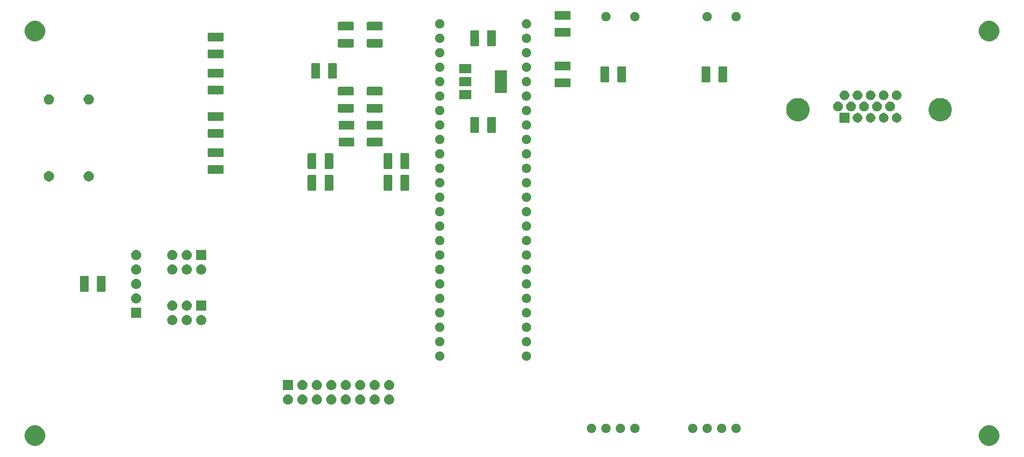
<source format=gbr>
G04 #@! TF.GenerationSoftware,KiCad,Pcbnew,(5.1.0)-1*
G04 #@! TF.CreationDate,2020-03-25T20:16:53-04:00*
G04 #@! TF.ProjectId,Bababooey,42616261-626f-46f6-9579-2e6b69636164,rev?*
G04 #@! TF.SameCoordinates,Original*
G04 #@! TF.FileFunction,Soldermask,Bot*
G04 #@! TF.FilePolarity,Negative*
%FSLAX46Y46*%
G04 Gerber Fmt 4.6, Leading zero omitted, Abs format (unit mm)*
G04 Created by KiCad (PCBNEW (5.1.0)-1) date 2020-03-25 20:16:53*
%MOMM*%
%LPD*%
G04 APERTURE LIST*
%ADD10C,0.100000*%
G04 APERTURE END LIST*
D10*
G36*
X229125331Y-87168211D02*
G01*
X229453092Y-87303974D01*
X229748070Y-87501072D01*
X229998928Y-87751930D01*
X230196026Y-88046908D01*
X230331789Y-88374669D01*
X230401000Y-88722616D01*
X230401000Y-89077384D01*
X230331789Y-89425331D01*
X230196026Y-89753092D01*
X229998928Y-90048070D01*
X229748070Y-90298928D01*
X229453092Y-90496026D01*
X229125331Y-90631789D01*
X228777384Y-90701000D01*
X228422616Y-90701000D01*
X228074669Y-90631789D01*
X227746908Y-90496026D01*
X227451930Y-90298928D01*
X227201072Y-90048070D01*
X227003974Y-89753092D01*
X226868211Y-89425331D01*
X226799000Y-89077384D01*
X226799000Y-88722616D01*
X226868211Y-88374669D01*
X227003974Y-88046908D01*
X227201072Y-87751930D01*
X227451930Y-87501072D01*
X227746908Y-87303974D01*
X228074669Y-87168211D01*
X228422616Y-87099000D01*
X228777384Y-87099000D01*
X229125331Y-87168211D01*
X229125331Y-87168211D01*
G37*
G36*
X61485331Y-87168211D02*
G01*
X61813092Y-87303974D01*
X62108070Y-87501072D01*
X62358928Y-87751930D01*
X62556026Y-88046908D01*
X62691789Y-88374669D01*
X62761000Y-88722616D01*
X62761000Y-89077384D01*
X62691789Y-89425331D01*
X62556026Y-89753092D01*
X62358928Y-90048070D01*
X62108070Y-90298928D01*
X61813092Y-90496026D01*
X61485331Y-90631789D01*
X61137384Y-90701000D01*
X60782616Y-90701000D01*
X60434669Y-90631789D01*
X60106908Y-90496026D01*
X59811930Y-90298928D01*
X59561072Y-90048070D01*
X59363974Y-89753092D01*
X59228211Y-89425331D01*
X59159000Y-89077384D01*
X59159000Y-88722616D01*
X59228211Y-88374669D01*
X59363974Y-88046908D01*
X59561072Y-87751930D01*
X59811930Y-87501072D01*
X60106908Y-87303974D01*
X60434669Y-87168211D01*
X60782616Y-87099000D01*
X61137384Y-87099000D01*
X61485331Y-87168211D01*
X61485331Y-87168211D01*
G37*
G36*
X184387142Y-86848242D02*
G01*
X184535101Y-86909529D01*
X184668255Y-86998499D01*
X184781501Y-87111745D01*
X184870471Y-87244899D01*
X184931758Y-87392858D01*
X184963000Y-87549925D01*
X184963000Y-87710075D01*
X184931758Y-87867142D01*
X184870471Y-88015101D01*
X184781501Y-88148255D01*
X184668255Y-88261501D01*
X184535101Y-88350471D01*
X184387142Y-88411758D01*
X184230075Y-88443000D01*
X184069925Y-88443000D01*
X183912858Y-88411758D01*
X183764899Y-88350471D01*
X183631745Y-88261501D01*
X183518499Y-88148255D01*
X183429529Y-88015101D01*
X183368242Y-87867142D01*
X183337000Y-87710075D01*
X183337000Y-87549925D01*
X183368242Y-87392858D01*
X183429529Y-87244899D01*
X183518499Y-87111745D01*
X183631745Y-86998499D01*
X183764899Y-86909529D01*
X183912858Y-86848242D01*
X184069925Y-86817000D01*
X184230075Y-86817000D01*
X184387142Y-86848242D01*
X184387142Y-86848242D01*
G37*
G36*
X158987142Y-86848242D02*
G01*
X159135101Y-86909529D01*
X159268255Y-86998499D01*
X159381501Y-87111745D01*
X159470471Y-87244899D01*
X159531758Y-87392858D01*
X159563000Y-87549925D01*
X159563000Y-87710075D01*
X159531758Y-87867142D01*
X159470471Y-88015101D01*
X159381501Y-88148255D01*
X159268255Y-88261501D01*
X159135101Y-88350471D01*
X158987142Y-88411758D01*
X158830075Y-88443000D01*
X158669925Y-88443000D01*
X158512858Y-88411758D01*
X158364899Y-88350471D01*
X158231745Y-88261501D01*
X158118499Y-88148255D01*
X158029529Y-88015101D01*
X157968242Y-87867142D01*
X157937000Y-87710075D01*
X157937000Y-87549925D01*
X157968242Y-87392858D01*
X158029529Y-87244899D01*
X158118499Y-87111745D01*
X158231745Y-86998499D01*
X158364899Y-86909529D01*
X158512858Y-86848242D01*
X158669925Y-86817000D01*
X158830075Y-86817000D01*
X158987142Y-86848242D01*
X158987142Y-86848242D01*
G37*
G36*
X161527142Y-86848242D02*
G01*
X161675101Y-86909529D01*
X161808255Y-86998499D01*
X161921501Y-87111745D01*
X162010471Y-87244899D01*
X162071758Y-87392858D01*
X162103000Y-87549925D01*
X162103000Y-87710075D01*
X162071758Y-87867142D01*
X162010471Y-88015101D01*
X161921501Y-88148255D01*
X161808255Y-88261501D01*
X161675101Y-88350471D01*
X161527142Y-88411758D01*
X161370075Y-88443000D01*
X161209925Y-88443000D01*
X161052858Y-88411758D01*
X160904899Y-88350471D01*
X160771745Y-88261501D01*
X160658499Y-88148255D01*
X160569529Y-88015101D01*
X160508242Y-87867142D01*
X160477000Y-87710075D01*
X160477000Y-87549925D01*
X160508242Y-87392858D01*
X160569529Y-87244899D01*
X160658499Y-87111745D01*
X160771745Y-86998499D01*
X160904899Y-86909529D01*
X161052858Y-86848242D01*
X161209925Y-86817000D01*
X161370075Y-86817000D01*
X161527142Y-86848242D01*
X161527142Y-86848242D01*
G37*
G36*
X164067142Y-86848242D02*
G01*
X164215101Y-86909529D01*
X164348255Y-86998499D01*
X164461501Y-87111745D01*
X164550471Y-87244899D01*
X164611758Y-87392858D01*
X164643000Y-87549925D01*
X164643000Y-87710075D01*
X164611758Y-87867142D01*
X164550471Y-88015101D01*
X164461501Y-88148255D01*
X164348255Y-88261501D01*
X164215101Y-88350471D01*
X164067142Y-88411758D01*
X163910075Y-88443000D01*
X163749925Y-88443000D01*
X163592858Y-88411758D01*
X163444899Y-88350471D01*
X163311745Y-88261501D01*
X163198499Y-88148255D01*
X163109529Y-88015101D01*
X163048242Y-87867142D01*
X163017000Y-87710075D01*
X163017000Y-87549925D01*
X163048242Y-87392858D01*
X163109529Y-87244899D01*
X163198499Y-87111745D01*
X163311745Y-86998499D01*
X163444899Y-86909529D01*
X163592858Y-86848242D01*
X163749925Y-86817000D01*
X163910075Y-86817000D01*
X164067142Y-86848242D01*
X164067142Y-86848242D01*
G37*
G36*
X166607142Y-86848242D02*
G01*
X166755101Y-86909529D01*
X166888255Y-86998499D01*
X167001501Y-87111745D01*
X167090471Y-87244899D01*
X167151758Y-87392858D01*
X167183000Y-87549925D01*
X167183000Y-87710075D01*
X167151758Y-87867142D01*
X167090471Y-88015101D01*
X167001501Y-88148255D01*
X166888255Y-88261501D01*
X166755101Y-88350471D01*
X166607142Y-88411758D01*
X166450075Y-88443000D01*
X166289925Y-88443000D01*
X166132858Y-88411758D01*
X165984899Y-88350471D01*
X165851745Y-88261501D01*
X165738499Y-88148255D01*
X165649529Y-88015101D01*
X165588242Y-87867142D01*
X165557000Y-87710075D01*
X165557000Y-87549925D01*
X165588242Y-87392858D01*
X165649529Y-87244899D01*
X165738499Y-87111745D01*
X165851745Y-86998499D01*
X165984899Y-86909529D01*
X166132858Y-86848242D01*
X166289925Y-86817000D01*
X166450075Y-86817000D01*
X166607142Y-86848242D01*
X166607142Y-86848242D01*
G37*
G36*
X176767142Y-86848242D02*
G01*
X176915101Y-86909529D01*
X177048255Y-86998499D01*
X177161501Y-87111745D01*
X177250471Y-87244899D01*
X177311758Y-87392858D01*
X177343000Y-87549925D01*
X177343000Y-87710075D01*
X177311758Y-87867142D01*
X177250471Y-88015101D01*
X177161501Y-88148255D01*
X177048255Y-88261501D01*
X176915101Y-88350471D01*
X176767142Y-88411758D01*
X176610075Y-88443000D01*
X176449925Y-88443000D01*
X176292858Y-88411758D01*
X176144899Y-88350471D01*
X176011745Y-88261501D01*
X175898499Y-88148255D01*
X175809529Y-88015101D01*
X175748242Y-87867142D01*
X175717000Y-87710075D01*
X175717000Y-87549925D01*
X175748242Y-87392858D01*
X175809529Y-87244899D01*
X175898499Y-87111745D01*
X176011745Y-86998499D01*
X176144899Y-86909529D01*
X176292858Y-86848242D01*
X176449925Y-86817000D01*
X176610075Y-86817000D01*
X176767142Y-86848242D01*
X176767142Y-86848242D01*
G37*
G36*
X179307142Y-86848242D02*
G01*
X179455101Y-86909529D01*
X179588255Y-86998499D01*
X179701501Y-87111745D01*
X179790471Y-87244899D01*
X179851758Y-87392858D01*
X179883000Y-87549925D01*
X179883000Y-87710075D01*
X179851758Y-87867142D01*
X179790471Y-88015101D01*
X179701501Y-88148255D01*
X179588255Y-88261501D01*
X179455101Y-88350471D01*
X179307142Y-88411758D01*
X179150075Y-88443000D01*
X178989925Y-88443000D01*
X178832858Y-88411758D01*
X178684899Y-88350471D01*
X178551745Y-88261501D01*
X178438499Y-88148255D01*
X178349529Y-88015101D01*
X178288242Y-87867142D01*
X178257000Y-87710075D01*
X178257000Y-87549925D01*
X178288242Y-87392858D01*
X178349529Y-87244899D01*
X178438499Y-87111745D01*
X178551745Y-86998499D01*
X178684899Y-86909529D01*
X178832858Y-86848242D01*
X178989925Y-86817000D01*
X179150075Y-86817000D01*
X179307142Y-86848242D01*
X179307142Y-86848242D01*
G37*
G36*
X181847142Y-86848242D02*
G01*
X181995101Y-86909529D01*
X182128255Y-86998499D01*
X182241501Y-87111745D01*
X182330471Y-87244899D01*
X182391758Y-87392858D01*
X182423000Y-87549925D01*
X182423000Y-87710075D01*
X182391758Y-87867142D01*
X182330471Y-88015101D01*
X182241501Y-88148255D01*
X182128255Y-88261501D01*
X181995101Y-88350471D01*
X181847142Y-88411758D01*
X181690075Y-88443000D01*
X181529925Y-88443000D01*
X181372858Y-88411758D01*
X181224899Y-88350471D01*
X181091745Y-88261501D01*
X180978499Y-88148255D01*
X180889529Y-88015101D01*
X180828242Y-87867142D01*
X180797000Y-87710075D01*
X180797000Y-87549925D01*
X180828242Y-87392858D01*
X180889529Y-87244899D01*
X180978499Y-87111745D01*
X181091745Y-86998499D01*
X181224899Y-86909529D01*
X181372858Y-86848242D01*
X181529925Y-86817000D01*
X181690075Y-86817000D01*
X181847142Y-86848242D01*
X181847142Y-86848242D01*
G37*
G36*
X105520443Y-81655519D02*
G01*
X105586627Y-81662037D01*
X105756466Y-81713557D01*
X105912991Y-81797222D01*
X105948729Y-81826552D01*
X106050186Y-81909814D01*
X106133448Y-82011271D01*
X106162778Y-82047009D01*
X106246443Y-82203534D01*
X106297963Y-82373373D01*
X106315359Y-82550000D01*
X106297963Y-82726627D01*
X106246443Y-82896466D01*
X106162778Y-83052991D01*
X106133448Y-83088729D01*
X106050186Y-83190186D01*
X105948729Y-83273448D01*
X105912991Y-83302778D01*
X105756466Y-83386443D01*
X105586627Y-83437963D01*
X105520443Y-83444481D01*
X105454260Y-83451000D01*
X105365740Y-83451000D01*
X105299557Y-83444481D01*
X105233373Y-83437963D01*
X105063534Y-83386443D01*
X104907009Y-83302778D01*
X104871271Y-83273448D01*
X104769814Y-83190186D01*
X104686552Y-83088729D01*
X104657222Y-83052991D01*
X104573557Y-82896466D01*
X104522037Y-82726627D01*
X104504641Y-82550000D01*
X104522037Y-82373373D01*
X104573557Y-82203534D01*
X104657222Y-82047009D01*
X104686552Y-82011271D01*
X104769814Y-81909814D01*
X104871271Y-81826552D01*
X104907009Y-81797222D01*
X105063534Y-81713557D01*
X105233373Y-81662037D01*
X105299557Y-81655519D01*
X105365740Y-81649000D01*
X105454260Y-81649000D01*
X105520443Y-81655519D01*
X105520443Y-81655519D01*
G37*
G36*
X110600443Y-81655519D02*
G01*
X110666627Y-81662037D01*
X110836466Y-81713557D01*
X110992991Y-81797222D01*
X111028729Y-81826552D01*
X111130186Y-81909814D01*
X111213448Y-82011271D01*
X111242778Y-82047009D01*
X111326443Y-82203534D01*
X111377963Y-82373373D01*
X111395359Y-82550000D01*
X111377963Y-82726627D01*
X111326443Y-82896466D01*
X111242778Y-83052991D01*
X111213448Y-83088729D01*
X111130186Y-83190186D01*
X111028729Y-83273448D01*
X110992991Y-83302778D01*
X110836466Y-83386443D01*
X110666627Y-83437963D01*
X110600443Y-83444481D01*
X110534260Y-83451000D01*
X110445740Y-83451000D01*
X110379557Y-83444481D01*
X110313373Y-83437963D01*
X110143534Y-83386443D01*
X109987009Y-83302778D01*
X109951271Y-83273448D01*
X109849814Y-83190186D01*
X109766552Y-83088729D01*
X109737222Y-83052991D01*
X109653557Y-82896466D01*
X109602037Y-82726627D01*
X109584641Y-82550000D01*
X109602037Y-82373373D01*
X109653557Y-82203534D01*
X109737222Y-82047009D01*
X109766552Y-82011271D01*
X109849814Y-81909814D01*
X109951271Y-81826552D01*
X109987009Y-81797222D01*
X110143534Y-81713557D01*
X110313373Y-81662037D01*
X110379557Y-81655519D01*
X110445740Y-81649000D01*
X110534260Y-81649000D01*
X110600443Y-81655519D01*
X110600443Y-81655519D01*
G37*
G36*
X108060443Y-81655519D02*
G01*
X108126627Y-81662037D01*
X108296466Y-81713557D01*
X108452991Y-81797222D01*
X108488729Y-81826552D01*
X108590186Y-81909814D01*
X108673448Y-82011271D01*
X108702778Y-82047009D01*
X108786443Y-82203534D01*
X108837963Y-82373373D01*
X108855359Y-82550000D01*
X108837963Y-82726627D01*
X108786443Y-82896466D01*
X108702778Y-83052991D01*
X108673448Y-83088729D01*
X108590186Y-83190186D01*
X108488729Y-83273448D01*
X108452991Y-83302778D01*
X108296466Y-83386443D01*
X108126627Y-83437963D01*
X108060443Y-83444481D01*
X107994260Y-83451000D01*
X107905740Y-83451000D01*
X107839557Y-83444481D01*
X107773373Y-83437963D01*
X107603534Y-83386443D01*
X107447009Y-83302778D01*
X107411271Y-83273448D01*
X107309814Y-83190186D01*
X107226552Y-83088729D01*
X107197222Y-83052991D01*
X107113557Y-82896466D01*
X107062037Y-82726627D01*
X107044641Y-82550000D01*
X107062037Y-82373373D01*
X107113557Y-82203534D01*
X107197222Y-82047009D01*
X107226552Y-82011271D01*
X107309814Y-81909814D01*
X107411271Y-81826552D01*
X107447009Y-81797222D01*
X107603534Y-81713557D01*
X107773373Y-81662037D01*
X107839557Y-81655519D01*
X107905740Y-81649000D01*
X107994260Y-81649000D01*
X108060443Y-81655519D01*
X108060443Y-81655519D01*
G37*
G36*
X123300443Y-81655519D02*
G01*
X123366627Y-81662037D01*
X123536466Y-81713557D01*
X123692991Y-81797222D01*
X123728729Y-81826552D01*
X123830186Y-81909814D01*
X123913448Y-82011271D01*
X123942778Y-82047009D01*
X124026443Y-82203534D01*
X124077963Y-82373373D01*
X124095359Y-82550000D01*
X124077963Y-82726627D01*
X124026443Y-82896466D01*
X123942778Y-83052991D01*
X123913448Y-83088729D01*
X123830186Y-83190186D01*
X123728729Y-83273448D01*
X123692991Y-83302778D01*
X123536466Y-83386443D01*
X123366627Y-83437963D01*
X123300443Y-83444481D01*
X123234260Y-83451000D01*
X123145740Y-83451000D01*
X123079557Y-83444481D01*
X123013373Y-83437963D01*
X122843534Y-83386443D01*
X122687009Y-83302778D01*
X122651271Y-83273448D01*
X122549814Y-83190186D01*
X122466552Y-83088729D01*
X122437222Y-83052991D01*
X122353557Y-82896466D01*
X122302037Y-82726627D01*
X122284641Y-82550000D01*
X122302037Y-82373373D01*
X122353557Y-82203534D01*
X122437222Y-82047009D01*
X122466552Y-82011271D01*
X122549814Y-81909814D01*
X122651271Y-81826552D01*
X122687009Y-81797222D01*
X122843534Y-81713557D01*
X123013373Y-81662037D01*
X123079557Y-81655519D01*
X123145740Y-81649000D01*
X123234260Y-81649000D01*
X123300443Y-81655519D01*
X123300443Y-81655519D01*
G37*
G36*
X120760443Y-81655519D02*
G01*
X120826627Y-81662037D01*
X120996466Y-81713557D01*
X121152991Y-81797222D01*
X121188729Y-81826552D01*
X121290186Y-81909814D01*
X121373448Y-82011271D01*
X121402778Y-82047009D01*
X121486443Y-82203534D01*
X121537963Y-82373373D01*
X121555359Y-82550000D01*
X121537963Y-82726627D01*
X121486443Y-82896466D01*
X121402778Y-83052991D01*
X121373448Y-83088729D01*
X121290186Y-83190186D01*
X121188729Y-83273448D01*
X121152991Y-83302778D01*
X120996466Y-83386443D01*
X120826627Y-83437963D01*
X120760443Y-83444481D01*
X120694260Y-83451000D01*
X120605740Y-83451000D01*
X120539557Y-83444481D01*
X120473373Y-83437963D01*
X120303534Y-83386443D01*
X120147009Y-83302778D01*
X120111271Y-83273448D01*
X120009814Y-83190186D01*
X119926552Y-83088729D01*
X119897222Y-83052991D01*
X119813557Y-82896466D01*
X119762037Y-82726627D01*
X119744641Y-82550000D01*
X119762037Y-82373373D01*
X119813557Y-82203534D01*
X119897222Y-82047009D01*
X119926552Y-82011271D01*
X120009814Y-81909814D01*
X120111271Y-81826552D01*
X120147009Y-81797222D01*
X120303534Y-81713557D01*
X120473373Y-81662037D01*
X120539557Y-81655519D01*
X120605740Y-81649000D01*
X120694260Y-81649000D01*
X120760443Y-81655519D01*
X120760443Y-81655519D01*
G37*
G36*
X118220443Y-81655519D02*
G01*
X118286627Y-81662037D01*
X118456466Y-81713557D01*
X118612991Y-81797222D01*
X118648729Y-81826552D01*
X118750186Y-81909814D01*
X118833448Y-82011271D01*
X118862778Y-82047009D01*
X118946443Y-82203534D01*
X118997963Y-82373373D01*
X119015359Y-82550000D01*
X118997963Y-82726627D01*
X118946443Y-82896466D01*
X118862778Y-83052991D01*
X118833448Y-83088729D01*
X118750186Y-83190186D01*
X118648729Y-83273448D01*
X118612991Y-83302778D01*
X118456466Y-83386443D01*
X118286627Y-83437963D01*
X118220443Y-83444481D01*
X118154260Y-83451000D01*
X118065740Y-83451000D01*
X117999557Y-83444481D01*
X117933373Y-83437963D01*
X117763534Y-83386443D01*
X117607009Y-83302778D01*
X117571271Y-83273448D01*
X117469814Y-83190186D01*
X117386552Y-83088729D01*
X117357222Y-83052991D01*
X117273557Y-82896466D01*
X117222037Y-82726627D01*
X117204641Y-82550000D01*
X117222037Y-82373373D01*
X117273557Y-82203534D01*
X117357222Y-82047009D01*
X117386552Y-82011271D01*
X117469814Y-81909814D01*
X117571271Y-81826552D01*
X117607009Y-81797222D01*
X117763534Y-81713557D01*
X117933373Y-81662037D01*
X117999557Y-81655519D01*
X118065740Y-81649000D01*
X118154260Y-81649000D01*
X118220443Y-81655519D01*
X118220443Y-81655519D01*
G37*
G36*
X115680443Y-81655519D02*
G01*
X115746627Y-81662037D01*
X115916466Y-81713557D01*
X116072991Y-81797222D01*
X116108729Y-81826552D01*
X116210186Y-81909814D01*
X116293448Y-82011271D01*
X116322778Y-82047009D01*
X116406443Y-82203534D01*
X116457963Y-82373373D01*
X116475359Y-82550000D01*
X116457963Y-82726627D01*
X116406443Y-82896466D01*
X116322778Y-83052991D01*
X116293448Y-83088729D01*
X116210186Y-83190186D01*
X116108729Y-83273448D01*
X116072991Y-83302778D01*
X115916466Y-83386443D01*
X115746627Y-83437963D01*
X115680443Y-83444481D01*
X115614260Y-83451000D01*
X115525740Y-83451000D01*
X115459557Y-83444481D01*
X115393373Y-83437963D01*
X115223534Y-83386443D01*
X115067009Y-83302778D01*
X115031271Y-83273448D01*
X114929814Y-83190186D01*
X114846552Y-83088729D01*
X114817222Y-83052991D01*
X114733557Y-82896466D01*
X114682037Y-82726627D01*
X114664641Y-82550000D01*
X114682037Y-82373373D01*
X114733557Y-82203534D01*
X114817222Y-82047009D01*
X114846552Y-82011271D01*
X114929814Y-81909814D01*
X115031271Y-81826552D01*
X115067009Y-81797222D01*
X115223534Y-81713557D01*
X115393373Y-81662037D01*
X115459557Y-81655519D01*
X115525740Y-81649000D01*
X115614260Y-81649000D01*
X115680443Y-81655519D01*
X115680443Y-81655519D01*
G37*
G36*
X113140443Y-81655519D02*
G01*
X113206627Y-81662037D01*
X113376466Y-81713557D01*
X113532991Y-81797222D01*
X113568729Y-81826552D01*
X113670186Y-81909814D01*
X113753448Y-82011271D01*
X113782778Y-82047009D01*
X113866443Y-82203534D01*
X113917963Y-82373373D01*
X113935359Y-82550000D01*
X113917963Y-82726627D01*
X113866443Y-82896466D01*
X113782778Y-83052991D01*
X113753448Y-83088729D01*
X113670186Y-83190186D01*
X113568729Y-83273448D01*
X113532991Y-83302778D01*
X113376466Y-83386443D01*
X113206627Y-83437963D01*
X113140443Y-83444481D01*
X113074260Y-83451000D01*
X112985740Y-83451000D01*
X112919557Y-83444481D01*
X112853373Y-83437963D01*
X112683534Y-83386443D01*
X112527009Y-83302778D01*
X112491271Y-83273448D01*
X112389814Y-83190186D01*
X112306552Y-83088729D01*
X112277222Y-83052991D01*
X112193557Y-82896466D01*
X112142037Y-82726627D01*
X112124641Y-82550000D01*
X112142037Y-82373373D01*
X112193557Y-82203534D01*
X112277222Y-82047009D01*
X112306552Y-82011271D01*
X112389814Y-81909814D01*
X112491271Y-81826552D01*
X112527009Y-81797222D01*
X112683534Y-81713557D01*
X112853373Y-81662037D01*
X112919557Y-81655519D01*
X112985740Y-81649000D01*
X113074260Y-81649000D01*
X113140443Y-81655519D01*
X113140443Y-81655519D01*
G37*
G36*
X118220443Y-79115519D02*
G01*
X118286627Y-79122037D01*
X118456466Y-79173557D01*
X118612991Y-79257222D01*
X118648729Y-79286552D01*
X118750186Y-79369814D01*
X118833448Y-79471271D01*
X118862778Y-79507009D01*
X118946443Y-79663534D01*
X118997963Y-79833373D01*
X119015359Y-80010000D01*
X118997963Y-80186627D01*
X118946443Y-80356466D01*
X118862778Y-80512991D01*
X118833448Y-80548729D01*
X118750186Y-80650186D01*
X118648729Y-80733448D01*
X118612991Y-80762778D01*
X118456466Y-80846443D01*
X118286627Y-80897963D01*
X118220442Y-80904482D01*
X118154260Y-80911000D01*
X118065740Y-80911000D01*
X117999558Y-80904482D01*
X117933373Y-80897963D01*
X117763534Y-80846443D01*
X117607009Y-80762778D01*
X117571271Y-80733448D01*
X117469814Y-80650186D01*
X117386552Y-80548729D01*
X117357222Y-80512991D01*
X117273557Y-80356466D01*
X117222037Y-80186627D01*
X117204641Y-80010000D01*
X117222037Y-79833373D01*
X117273557Y-79663534D01*
X117357222Y-79507009D01*
X117386552Y-79471271D01*
X117469814Y-79369814D01*
X117571271Y-79286552D01*
X117607009Y-79257222D01*
X117763534Y-79173557D01*
X117933373Y-79122037D01*
X117999557Y-79115519D01*
X118065740Y-79109000D01*
X118154260Y-79109000D01*
X118220443Y-79115519D01*
X118220443Y-79115519D01*
G37*
G36*
X106311000Y-80911000D02*
G01*
X104509000Y-80911000D01*
X104509000Y-79109000D01*
X106311000Y-79109000D01*
X106311000Y-80911000D01*
X106311000Y-80911000D01*
G37*
G36*
X120760443Y-79115519D02*
G01*
X120826627Y-79122037D01*
X120996466Y-79173557D01*
X121152991Y-79257222D01*
X121188729Y-79286552D01*
X121290186Y-79369814D01*
X121373448Y-79471271D01*
X121402778Y-79507009D01*
X121486443Y-79663534D01*
X121537963Y-79833373D01*
X121555359Y-80010000D01*
X121537963Y-80186627D01*
X121486443Y-80356466D01*
X121402778Y-80512991D01*
X121373448Y-80548729D01*
X121290186Y-80650186D01*
X121188729Y-80733448D01*
X121152991Y-80762778D01*
X120996466Y-80846443D01*
X120826627Y-80897963D01*
X120760442Y-80904482D01*
X120694260Y-80911000D01*
X120605740Y-80911000D01*
X120539558Y-80904482D01*
X120473373Y-80897963D01*
X120303534Y-80846443D01*
X120147009Y-80762778D01*
X120111271Y-80733448D01*
X120009814Y-80650186D01*
X119926552Y-80548729D01*
X119897222Y-80512991D01*
X119813557Y-80356466D01*
X119762037Y-80186627D01*
X119744641Y-80010000D01*
X119762037Y-79833373D01*
X119813557Y-79663534D01*
X119897222Y-79507009D01*
X119926552Y-79471271D01*
X120009814Y-79369814D01*
X120111271Y-79286552D01*
X120147009Y-79257222D01*
X120303534Y-79173557D01*
X120473373Y-79122037D01*
X120539557Y-79115519D01*
X120605740Y-79109000D01*
X120694260Y-79109000D01*
X120760443Y-79115519D01*
X120760443Y-79115519D01*
G37*
G36*
X108060443Y-79115519D02*
G01*
X108126627Y-79122037D01*
X108296466Y-79173557D01*
X108452991Y-79257222D01*
X108488729Y-79286552D01*
X108590186Y-79369814D01*
X108673448Y-79471271D01*
X108702778Y-79507009D01*
X108786443Y-79663534D01*
X108837963Y-79833373D01*
X108855359Y-80010000D01*
X108837963Y-80186627D01*
X108786443Y-80356466D01*
X108702778Y-80512991D01*
X108673448Y-80548729D01*
X108590186Y-80650186D01*
X108488729Y-80733448D01*
X108452991Y-80762778D01*
X108296466Y-80846443D01*
X108126627Y-80897963D01*
X108060442Y-80904482D01*
X107994260Y-80911000D01*
X107905740Y-80911000D01*
X107839558Y-80904482D01*
X107773373Y-80897963D01*
X107603534Y-80846443D01*
X107447009Y-80762778D01*
X107411271Y-80733448D01*
X107309814Y-80650186D01*
X107226552Y-80548729D01*
X107197222Y-80512991D01*
X107113557Y-80356466D01*
X107062037Y-80186627D01*
X107044641Y-80010000D01*
X107062037Y-79833373D01*
X107113557Y-79663534D01*
X107197222Y-79507009D01*
X107226552Y-79471271D01*
X107309814Y-79369814D01*
X107411271Y-79286552D01*
X107447009Y-79257222D01*
X107603534Y-79173557D01*
X107773373Y-79122037D01*
X107839557Y-79115519D01*
X107905740Y-79109000D01*
X107994260Y-79109000D01*
X108060443Y-79115519D01*
X108060443Y-79115519D01*
G37*
G36*
X113140443Y-79115519D02*
G01*
X113206627Y-79122037D01*
X113376466Y-79173557D01*
X113532991Y-79257222D01*
X113568729Y-79286552D01*
X113670186Y-79369814D01*
X113753448Y-79471271D01*
X113782778Y-79507009D01*
X113866443Y-79663534D01*
X113917963Y-79833373D01*
X113935359Y-80010000D01*
X113917963Y-80186627D01*
X113866443Y-80356466D01*
X113782778Y-80512991D01*
X113753448Y-80548729D01*
X113670186Y-80650186D01*
X113568729Y-80733448D01*
X113532991Y-80762778D01*
X113376466Y-80846443D01*
X113206627Y-80897963D01*
X113140442Y-80904482D01*
X113074260Y-80911000D01*
X112985740Y-80911000D01*
X112919558Y-80904482D01*
X112853373Y-80897963D01*
X112683534Y-80846443D01*
X112527009Y-80762778D01*
X112491271Y-80733448D01*
X112389814Y-80650186D01*
X112306552Y-80548729D01*
X112277222Y-80512991D01*
X112193557Y-80356466D01*
X112142037Y-80186627D01*
X112124641Y-80010000D01*
X112142037Y-79833373D01*
X112193557Y-79663534D01*
X112277222Y-79507009D01*
X112306552Y-79471271D01*
X112389814Y-79369814D01*
X112491271Y-79286552D01*
X112527009Y-79257222D01*
X112683534Y-79173557D01*
X112853373Y-79122037D01*
X112919557Y-79115519D01*
X112985740Y-79109000D01*
X113074260Y-79109000D01*
X113140443Y-79115519D01*
X113140443Y-79115519D01*
G37*
G36*
X115680443Y-79115519D02*
G01*
X115746627Y-79122037D01*
X115916466Y-79173557D01*
X116072991Y-79257222D01*
X116108729Y-79286552D01*
X116210186Y-79369814D01*
X116293448Y-79471271D01*
X116322778Y-79507009D01*
X116406443Y-79663534D01*
X116457963Y-79833373D01*
X116475359Y-80010000D01*
X116457963Y-80186627D01*
X116406443Y-80356466D01*
X116322778Y-80512991D01*
X116293448Y-80548729D01*
X116210186Y-80650186D01*
X116108729Y-80733448D01*
X116072991Y-80762778D01*
X115916466Y-80846443D01*
X115746627Y-80897963D01*
X115680442Y-80904482D01*
X115614260Y-80911000D01*
X115525740Y-80911000D01*
X115459558Y-80904482D01*
X115393373Y-80897963D01*
X115223534Y-80846443D01*
X115067009Y-80762778D01*
X115031271Y-80733448D01*
X114929814Y-80650186D01*
X114846552Y-80548729D01*
X114817222Y-80512991D01*
X114733557Y-80356466D01*
X114682037Y-80186627D01*
X114664641Y-80010000D01*
X114682037Y-79833373D01*
X114733557Y-79663534D01*
X114817222Y-79507009D01*
X114846552Y-79471271D01*
X114929814Y-79369814D01*
X115031271Y-79286552D01*
X115067009Y-79257222D01*
X115223534Y-79173557D01*
X115393373Y-79122037D01*
X115459557Y-79115519D01*
X115525740Y-79109000D01*
X115614260Y-79109000D01*
X115680443Y-79115519D01*
X115680443Y-79115519D01*
G37*
G36*
X123300443Y-79115519D02*
G01*
X123366627Y-79122037D01*
X123536466Y-79173557D01*
X123692991Y-79257222D01*
X123728729Y-79286552D01*
X123830186Y-79369814D01*
X123913448Y-79471271D01*
X123942778Y-79507009D01*
X124026443Y-79663534D01*
X124077963Y-79833373D01*
X124095359Y-80010000D01*
X124077963Y-80186627D01*
X124026443Y-80356466D01*
X123942778Y-80512991D01*
X123913448Y-80548729D01*
X123830186Y-80650186D01*
X123728729Y-80733448D01*
X123692991Y-80762778D01*
X123536466Y-80846443D01*
X123366627Y-80897963D01*
X123300442Y-80904482D01*
X123234260Y-80911000D01*
X123145740Y-80911000D01*
X123079558Y-80904482D01*
X123013373Y-80897963D01*
X122843534Y-80846443D01*
X122687009Y-80762778D01*
X122651271Y-80733448D01*
X122549814Y-80650186D01*
X122466552Y-80548729D01*
X122437222Y-80512991D01*
X122353557Y-80356466D01*
X122302037Y-80186627D01*
X122284641Y-80010000D01*
X122302037Y-79833373D01*
X122353557Y-79663534D01*
X122437222Y-79507009D01*
X122466552Y-79471271D01*
X122549814Y-79369814D01*
X122651271Y-79286552D01*
X122687009Y-79257222D01*
X122843534Y-79173557D01*
X123013373Y-79122037D01*
X123079557Y-79115519D01*
X123145740Y-79109000D01*
X123234260Y-79109000D01*
X123300443Y-79115519D01*
X123300443Y-79115519D01*
G37*
G36*
X110600443Y-79115519D02*
G01*
X110666627Y-79122037D01*
X110836466Y-79173557D01*
X110992991Y-79257222D01*
X111028729Y-79286552D01*
X111130186Y-79369814D01*
X111213448Y-79471271D01*
X111242778Y-79507009D01*
X111326443Y-79663534D01*
X111377963Y-79833373D01*
X111395359Y-80010000D01*
X111377963Y-80186627D01*
X111326443Y-80356466D01*
X111242778Y-80512991D01*
X111213448Y-80548729D01*
X111130186Y-80650186D01*
X111028729Y-80733448D01*
X110992991Y-80762778D01*
X110836466Y-80846443D01*
X110666627Y-80897963D01*
X110600442Y-80904482D01*
X110534260Y-80911000D01*
X110445740Y-80911000D01*
X110379558Y-80904482D01*
X110313373Y-80897963D01*
X110143534Y-80846443D01*
X109987009Y-80762778D01*
X109951271Y-80733448D01*
X109849814Y-80650186D01*
X109766552Y-80548729D01*
X109737222Y-80512991D01*
X109653557Y-80356466D01*
X109602037Y-80186627D01*
X109584641Y-80010000D01*
X109602037Y-79833373D01*
X109653557Y-79663534D01*
X109737222Y-79507009D01*
X109766552Y-79471271D01*
X109849814Y-79369814D01*
X109951271Y-79286552D01*
X109987009Y-79257222D01*
X110143534Y-79173557D01*
X110313373Y-79122037D01*
X110379557Y-79115519D01*
X110445740Y-79109000D01*
X110534260Y-79109000D01*
X110600443Y-79115519D01*
X110600443Y-79115519D01*
G37*
G36*
X132317142Y-74148242D02*
G01*
X132465101Y-74209529D01*
X132598255Y-74298499D01*
X132711501Y-74411745D01*
X132800471Y-74544899D01*
X132861758Y-74692858D01*
X132893000Y-74849925D01*
X132893000Y-75010075D01*
X132861758Y-75167142D01*
X132800471Y-75315101D01*
X132711501Y-75448255D01*
X132598255Y-75561501D01*
X132465101Y-75650471D01*
X132317142Y-75711758D01*
X132160075Y-75743000D01*
X131999925Y-75743000D01*
X131842858Y-75711758D01*
X131694899Y-75650471D01*
X131561745Y-75561501D01*
X131448499Y-75448255D01*
X131359529Y-75315101D01*
X131298242Y-75167142D01*
X131267000Y-75010075D01*
X131267000Y-74849925D01*
X131298242Y-74692858D01*
X131359529Y-74544899D01*
X131448499Y-74411745D01*
X131561745Y-74298499D01*
X131694899Y-74209529D01*
X131842858Y-74148242D01*
X131999925Y-74117000D01*
X132160075Y-74117000D01*
X132317142Y-74148242D01*
X132317142Y-74148242D01*
G37*
G36*
X147557142Y-74148242D02*
G01*
X147705101Y-74209529D01*
X147838255Y-74298499D01*
X147951501Y-74411745D01*
X148040471Y-74544899D01*
X148101758Y-74692858D01*
X148133000Y-74849925D01*
X148133000Y-75010075D01*
X148101758Y-75167142D01*
X148040471Y-75315101D01*
X147951501Y-75448255D01*
X147838255Y-75561501D01*
X147705101Y-75650471D01*
X147557142Y-75711758D01*
X147400075Y-75743000D01*
X147239925Y-75743000D01*
X147082858Y-75711758D01*
X146934899Y-75650471D01*
X146801745Y-75561501D01*
X146688499Y-75448255D01*
X146599529Y-75315101D01*
X146538242Y-75167142D01*
X146507000Y-75010075D01*
X146507000Y-74849925D01*
X146538242Y-74692858D01*
X146599529Y-74544899D01*
X146688499Y-74411745D01*
X146801745Y-74298499D01*
X146934899Y-74209529D01*
X147082858Y-74148242D01*
X147239925Y-74117000D01*
X147400075Y-74117000D01*
X147557142Y-74148242D01*
X147557142Y-74148242D01*
G37*
G36*
X147557142Y-71608242D02*
G01*
X147705101Y-71669529D01*
X147838255Y-71758499D01*
X147951501Y-71871745D01*
X148040471Y-72004899D01*
X148101758Y-72152858D01*
X148133000Y-72309925D01*
X148133000Y-72470075D01*
X148101758Y-72627142D01*
X148040471Y-72775101D01*
X147951501Y-72908255D01*
X147838255Y-73021501D01*
X147705101Y-73110471D01*
X147557142Y-73171758D01*
X147400075Y-73203000D01*
X147239925Y-73203000D01*
X147082858Y-73171758D01*
X146934899Y-73110471D01*
X146801745Y-73021501D01*
X146688499Y-72908255D01*
X146599529Y-72775101D01*
X146538242Y-72627142D01*
X146507000Y-72470075D01*
X146507000Y-72309925D01*
X146538242Y-72152858D01*
X146599529Y-72004899D01*
X146688499Y-71871745D01*
X146801745Y-71758499D01*
X146934899Y-71669529D01*
X147082858Y-71608242D01*
X147239925Y-71577000D01*
X147400075Y-71577000D01*
X147557142Y-71608242D01*
X147557142Y-71608242D01*
G37*
G36*
X132317142Y-71608242D02*
G01*
X132465101Y-71669529D01*
X132598255Y-71758499D01*
X132711501Y-71871745D01*
X132800471Y-72004899D01*
X132861758Y-72152858D01*
X132893000Y-72309925D01*
X132893000Y-72470075D01*
X132861758Y-72627142D01*
X132800471Y-72775101D01*
X132711501Y-72908255D01*
X132598255Y-73021501D01*
X132465101Y-73110471D01*
X132317142Y-73171758D01*
X132160075Y-73203000D01*
X131999925Y-73203000D01*
X131842858Y-73171758D01*
X131694899Y-73110471D01*
X131561745Y-73021501D01*
X131448499Y-72908255D01*
X131359529Y-72775101D01*
X131298242Y-72627142D01*
X131267000Y-72470075D01*
X131267000Y-72309925D01*
X131298242Y-72152858D01*
X131359529Y-72004899D01*
X131448499Y-71871745D01*
X131561745Y-71758499D01*
X131694899Y-71669529D01*
X131842858Y-71608242D01*
X131999925Y-71577000D01*
X132160075Y-71577000D01*
X132317142Y-71608242D01*
X132317142Y-71608242D01*
G37*
G36*
X147557142Y-69068242D02*
G01*
X147705101Y-69129529D01*
X147838255Y-69218499D01*
X147951501Y-69331745D01*
X148040471Y-69464899D01*
X148101758Y-69612858D01*
X148133000Y-69769925D01*
X148133000Y-69930075D01*
X148101758Y-70087142D01*
X148040471Y-70235101D01*
X147951501Y-70368255D01*
X147838255Y-70481501D01*
X147705101Y-70570471D01*
X147557142Y-70631758D01*
X147400075Y-70663000D01*
X147239925Y-70663000D01*
X147082858Y-70631758D01*
X146934899Y-70570471D01*
X146801745Y-70481501D01*
X146688499Y-70368255D01*
X146599529Y-70235101D01*
X146538242Y-70087142D01*
X146507000Y-69930075D01*
X146507000Y-69769925D01*
X146538242Y-69612858D01*
X146599529Y-69464899D01*
X146688499Y-69331745D01*
X146801745Y-69218499D01*
X146934899Y-69129529D01*
X147082858Y-69068242D01*
X147239925Y-69037000D01*
X147400075Y-69037000D01*
X147557142Y-69068242D01*
X147557142Y-69068242D01*
G37*
G36*
X132317142Y-69068242D02*
G01*
X132465101Y-69129529D01*
X132598255Y-69218499D01*
X132711501Y-69331745D01*
X132800471Y-69464899D01*
X132861758Y-69612858D01*
X132893000Y-69769925D01*
X132893000Y-69930075D01*
X132861758Y-70087142D01*
X132800471Y-70235101D01*
X132711501Y-70368255D01*
X132598255Y-70481501D01*
X132465101Y-70570471D01*
X132317142Y-70631758D01*
X132160075Y-70663000D01*
X131999925Y-70663000D01*
X131842858Y-70631758D01*
X131694899Y-70570471D01*
X131561745Y-70481501D01*
X131448499Y-70368255D01*
X131359529Y-70235101D01*
X131298242Y-70087142D01*
X131267000Y-69930075D01*
X131267000Y-69769925D01*
X131298242Y-69612858D01*
X131359529Y-69464899D01*
X131448499Y-69331745D01*
X131561745Y-69218499D01*
X131694899Y-69129529D01*
X131842858Y-69068242D01*
X131999925Y-69037000D01*
X132160075Y-69037000D01*
X132317142Y-69068242D01*
X132317142Y-69068242D01*
G37*
G36*
X87740443Y-67685519D02*
G01*
X87806627Y-67692037D01*
X87976466Y-67743557D01*
X88132991Y-67827222D01*
X88168729Y-67856552D01*
X88270186Y-67939814D01*
X88344585Y-68030471D01*
X88382778Y-68077009D01*
X88466443Y-68233534D01*
X88517963Y-68403373D01*
X88535359Y-68580000D01*
X88517963Y-68756627D01*
X88466443Y-68926466D01*
X88382778Y-69082991D01*
X88353448Y-69118729D01*
X88270186Y-69220186D01*
X88168729Y-69303448D01*
X88132991Y-69332778D01*
X87976466Y-69416443D01*
X87806627Y-69467963D01*
X87740442Y-69474482D01*
X87674260Y-69481000D01*
X87585740Y-69481000D01*
X87519558Y-69474482D01*
X87453373Y-69467963D01*
X87283534Y-69416443D01*
X87127009Y-69332778D01*
X87091271Y-69303448D01*
X86989814Y-69220186D01*
X86906552Y-69118729D01*
X86877222Y-69082991D01*
X86793557Y-68926466D01*
X86742037Y-68756627D01*
X86724641Y-68580000D01*
X86742037Y-68403373D01*
X86793557Y-68233534D01*
X86877222Y-68077009D01*
X86915415Y-68030471D01*
X86989814Y-67939814D01*
X87091271Y-67856552D01*
X87127009Y-67827222D01*
X87283534Y-67743557D01*
X87453373Y-67692037D01*
X87519557Y-67685519D01*
X87585740Y-67679000D01*
X87674260Y-67679000D01*
X87740443Y-67685519D01*
X87740443Y-67685519D01*
G37*
G36*
X90280443Y-67685519D02*
G01*
X90346627Y-67692037D01*
X90516466Y-67743557D01*
X90672991Y-67827222D01*
X90708729Y-67856552D01*
X90810186Y-67939814D01*
X90884585Y-68030471D01*
X90922778Y-68077009D01*
X91006443Y-68233534D01*
X91057963Y-68403373D01*
X91075359Y-68580000D01*
X91057963Y-68756627D01*
X91006443Y-68926466D01*
X90922778Y-69082991D01*
X90893448Y-69118729D01*
X90810186Y-69220186D01*
X90708729Y-69303448D01*
X90672991Y-69332778D01*
X90516466Y-69416443D01*
X90346627Y-69467963D01*
X90280442Y-69474482D01*
X90214260Y-69481000D01*
X90125740Y-69481000D01*
X90059558Y-69474482D01*
X89993373Y-69467963D01*
X89823534Y-69416443D01*
X89667009Y-69332778D01*
X89631271Y-69303448D01*
X89529814Y-69220186D01*
X89446552Y-69118729D01*
X89417222Y-69082991D01*
X89333557Y-68926466D01*
X89282037Y-68756627D01*
X89264641Y-68580000D01*
X89282037Y-68403373D01*
X89333557Y-68233534D01*
X89417222Y-68077009D01*
X89455415Y-68030471D01*
X89529814Y-67939814D01*
X89631271Y-67856552D01*
X89667009Y-67827222D01*
X89823534Y-67743557D01*
X89993373Y-67692037D01*
X90059557Y-67685519D01*
X90125740Y-67679000D01*
X90214260Y-67679000D01*
X90280443Y-67685519D01*
X90280443Y-67685519D01*
G37*
G36*
X85200443Y-67685519D02*
G01*
X85266627Y-67692037D01*
X85436466Y-67743557D01*
X85592991Y-67827222D01*
X85628729Y-67856552D01*
X85730186Y-67939814D01*
X85804585Y-68030471D01*
X85842778Y-68077009D01*
X85926443Y-68233534D01*
X85977963Y-68403373D01*
X85995359Y-68580000D01*
X85977963Y-68756627D01*
X85926443Y-68926466D01*
X85842778Y-69082991D01*
X85813448Y-69118729D01*
X85730186Y-69220186D01*
X85628729Y-69303448D01*
X85592991Y-69332778D01*
X85436466Y-69416443D01*
X85266627Y-69467963D01*
X85200442Y-69474482D01*
X85134260Y-69481000D01*
X85045740Y-69481000D01*
X84979558Y-69474482D01*
X84913373Y-69467963D01*
X84743534Y-69416443D01*
X84587009Y-69332778D01*
X84551271Y-69303448D01*
X84449814Y-69220186D01*
X84366552Y-69118729D01*
X84337222Y-69082991D01*
X84253557Y-68926466D01*
X84202037Y-68756627D01*
X84184641Y-68580000D01*
X84202037Y-68403373D01*
X84253557Y-68233534D01*
X84337222Y-68077009D01*
X84375415Y-68030471D01*
X84449814Y-67939814D01*
X84551271Y-67856552D01*
X84587009Y-67827222D01*
X84743534Y-67743557D01*
X84913373Y-67692037D01*
X84979557Y-67685519D01*
X85045740Y-67679000D01*
X85134260Y-67679000D01*
X85200443Y-67685519D01*
X85200443Y-67685519D01*
G37*
G36*
X79641000Y-68211000D02*
G01*
X77839000Y-68211000D01*
X77839000Y-66409000D01*
X79641000Y-66409000D01*
X79641000Y-68211000D01*
X79641000Y-68211000D01*
G37*
G36*
X132317142Y-66528242D02*
G01*
X132465101Y-66589529D01*
X132598255Y-66678499D01*
X132711501Y-66791745D01*
X132800471Y-66924899D01*
X132861758Y-67072858D01*
X132893000Y-67229925D01*
X132893000Y-67390075D01*
X132861758Y-67547142D01*
X132800471Y-67695101D01*
X132711501Y-67828255D01*
X132598255Y-67941501D01*
X132465101Y-68030471D01*
X132317142Y-68091758D01*
X132160075Y-68123000D01*
X131999925Y-68123000D01*
X131842858Y-68091758D01*
X131694899Y-68030471D01*
X131561745Y-67941501D01*
X131448499Y-67828255D01*
X131359529Y-67695101D01*
X131298242Y-67547142D01*
X131267000Y-67390075D01*
X131267000Y-67229925D01*
X131298242Y-67072858D01*
X131359529Y-66924899D01*
X131448499Y-66791745D01*
X131561745Y-66678499D01*
X131694899Y-66589529D01*
X131842858Y-66528242D01*
X131999925Y-66497000D01*
X132160075Y-66497000D01*
X132317142Y-66528242D01*
X132317142Y-66528242D01*
G37*
G36*
X147557142Y-66528242D02*
G01*
X147705101Y-66589529D01*
X147838255Y-66678499D01*
X147951501Y-66791745D01*
X148040471Y-66924899D01*
X148101758Y-67072858D01*
X148133000Y-67229925D01*
X148133000Y-67390075D01*
X148101758Y-67547142D01*
X148040471Y-67695101D01*
X147951501Y-67828255D01*
X147838255Y-67941501D01*
X147705101Y-68030471D01*
X147557142Y-68091758D01*
X147400075Y-68123000D01*
X147239925Y-68123000D01*
X147082858Y-68091758D01*
X146934899Y-68030471D01*
X146801745Y-67941501D01*
X146688499Y-67828255D01*
X146599529Y-67695101D01*
X146538242Y-67547142D01*
X146507000Y-67390075D01*
X146507000Y-67229925D01*
X146538242Y-67072858D01*
X146599529Y-66924899D01*
X146688499Y-66791745D01*
X146801745Y-66678499D01*
X146934899Y-66589529D01*
X147082858Y-66528242D01*
X147239925Y-66497000D01*
X147400075Y-66497000D01*
X147557142Y-66528242D01*
X147557142Y-66528242D01*
G37*
G36*
X87740442Y-65145518D02*
G01*
X87806627Y-65152037D01*
X87976466Y-65203557D01*
X88132991Y-65287222D01*
X88168729Y-65316552D01*
X88270186Y-65399814D01*
X88344585Y-65490471D01*
X88382778Y-65537009D01*
X88466443Y-65693534D01*
X88517963Y-65863373D01*
X88535359Y-66040000D01*
X88517963Y-66216627D01*
X88466443Y-66386466D01*
X88382778Y-66542991D01*
X88353448Y-66578729D01*
X88270186Y-66680186D01*
X88168729Y-66763448D01*
X88132991Y-66792778D01*
X87976466Y-66876443D01*
X87806627Y-66927963D01*
X87740442Y-66934482D01*
X87674260Y-66941000D01*
X87585740Y-66941000D01*
X87519558Y-66934482D01*
X87453373Y-66927963D01*
X87283534Y-66876443D01*
X87127009Y-66792778D01*
X87091271Y-66763448D01*
X86989814Y-66680186D01*
X86906552Y-66578729D01*
X86877222Y-66542991D01*
X86793557Y-66386466D01*
X86742037Y-66216627D01*
X86724641Y-66040000D01*
X86742037Y-65863373D01*
X86793557Y-65693534D01*
X86877222Y-65537009D01*
X86915415Y-65490471D01*
X86989814Y-65399814D01*
X87091271Y-65316552D01*
X87127009Y-65287222D01*
X87283534Y-65203557D01*
X87453373Y-65152037D01*
X87519558Y-65145518D01*
X87585740Y-65139000D01*
X87674260Y-65139000D01*
X87740442Y-65145518D01*
X87740442Y-65145518D01*
G37*
G36*
X85200442Y-65145518D02*
G01*
X85266627Y-65152037D01*
X85436466Y-65203557D01*
X85592991Y-65287222D01*
X85628729Y-65316552D01*
X85730186Y-65399814D01*
X85804585Y-65490471D01*
X85842778Y-65537009D01*
X85926443Y-65693534D01*
X85977963Y-65863373D01*
X85995359Y-66040000D01*
X85977963Y-66216627D01*
X85926443Y-66386466D01*
X85842778Y-66542991D01*
X85813448Y-66578729D01*
X85730186Y-66680186D01*
X85628729Y-66763448D01*
X85592991Y-66792778D01*
X85436466Y-66876443D01*
X85266627Y-66927963D01*
X85200442Y-66934482D01*
X85134260Y-66941000D01*
X85045740Y-66941000D01*
X84979558Y-66934482D01*
X84913373Y-66927963D01*
X84743534Y-66876443D01*
X84587009Y-66792778D01*
X84551271Y-66763448D01*
X84449814Y-66680186D01*
X84366552Y-66578729D01*
X84337222Y-66542991D01*
X84253557Y-66386466D01*
X84202037Y-66216627D01*
X84184641Y-66040000D01*
X84202037Y-65863373D01*
X84253557Y-65693534D01*
X84337222Y-65537009D01*
X84375415Y-65490471D01*
X84449814Y-65399814D01*
X84551271Y-65316552D01*
X84587009Y-65287222D01*
X84743534Y-65203557D01*
X84913373Y-65152037D01*
X84979558Y-65145518D01*
X85045740Y-65139000D01*
X85134260Y-65139000D01*
X85200442Y-65145518D01*
X85200442Y-65145518D01*
G37*
G36*
X91071000Y-66941000D02*
G01*
X89269000Y-66941000D01*
X89269000Y-65139000D01*
X91071000Y-65139000D01*
X91071000Y-66941000D01*
X91071000Y-66941000D01*
G37*
G36*
X78850442Y-63875518D02*
G01*
X78916627Y-63882037D01*
X79086466Y-63933557D01*
X79242991Y-64017222D01*
X79278729Y-64046552D01*
X79380186Y-64129814D01*
X79463448Y-64231271D01*
X79492778Y-64267009D01*
X79576443Y-64423534D01*
X79627963Y-64593373D01*
X79645359Y-64770000D01*
X79627963Y-64946627D01*
X79576443Y-65116466D01*
X79492778Y-65272991D01*
X79480251Y-65288255D01*
X79380186Y-65410186D01*
X79282357Y-65490471D01*
X79242991Y-65522778D01*
X79086466Y-65606443D01*
X78916627Y-65657963D01*
X78850442Y-65664482D01*
X78784260Y-65671000D01*
X78695740Y-65671000D01*
X78629558Y-65664482D01*
X78563373Y-65657963D01*
X78393534Y-65606443D01*
X78237009Y-65522778D01*
X78197643Y-65490471D01*
X78099814Y-65410186D01*
X77999749Y-65288255D01*
X77987222Y-65272991D01*
X77903557Y-65116466D01*
X77852037Y-64946627D01*
X77834641Y-64770000D01*
X77852037Y-64593373D01*
X77903557Y-64423534D01*
X77987222Y-64267009D01*
X78016552Y-64231271D01*
X78099814Y-64129814D01*
X78201271Y-64046552D01*
X78237009Y-64017222D01*
X78393534Y-63933557D01*
X78563373Y-63882037D01*
X78629558Y-63875518D01*
X78695740Y-63869000D01*
X78784260Y-63869000D01*
X78850442Y-63875518D01*
X78850442Y-63875518D01*
G37*
G36*
X132317142Y-63988242D02*
G01*
X132465101Y-64049529D01*
X132598255Y-64138499D01*
X132711501Y-64251745D01*
X132800471Y-64384899D01*
X132861758Y-64532858D01*
X132893000Y-64689925D01*
X132893000Y-64850075D01*
X132861758Y-65007142D01*
X132800471Y-65155101D01*
X132711501Y-65288255D01*
X132598255Y-65401501D01*
X132465101Y-65490471D01*
X132317142Y-65551758D01*
X132160075Y-65583000D01*
X131999925Y-65583000D01*
X131842858Y-65551758D01*
X131694899Y-65490471D01*
X131561745Y-65401501D01*
X131448499Y-65288255D01*
X131359529Y-65155101D01*
X131298242Y-65007142D01*
X131267000Y-64850075D01*
X131267000Y-64689925D01*
X131298242Y-64532858D01*
X131359529Y-64384899D01*
X131448499Y-64251745D01*
X131561745Y-64138499D01*
X131694899Y-64049529D01*
X131842858Y-63988242D01*
X131999925Y-63957000D01*
X132160075Y-63957000D01*
X132317142Y-63988242D01*
X132317142Y-63988242D01*
G37*
G36*
X147557142Y-63988242D02*
G01*
X147705101Y-64049529D01*
X147838255Y-64138499D01*
X147951501Y-64251745D01*
X148040471Y-64384899D01*
X148101758Y-64532858D01*
X148133000Y-64689925D01*
X148133000Y-64850075D01*
X148101758Y-65007142D01*
X148040471Y-65155101D01*
X147951501Y-65288255D01*
X147838255Y-65401501D01*
X147705101Y-65490471D01*
X147557142Y-65551758D01*
X147400075Y-65583000D01*
X147239925Y-65583000D01*
X147082858Y-65551758D01*
X146934899Y-65490471D01*
X146801745Y-65401501D01*
X146688499Y-65288255D01*
X146599529Y-65155101D01*
X146538242Y-65007142D01*
X146507000Y-64850075D01*
X146507000Y-64689925D01*
X146538242Y-64532858D01*
X146599529Y-64384899D01*
X146688499Y-64251745D01*
X146801745Y-64138499D01*
X146934899Y-64049529D01*
X147082858Y-63988242D01*
X147239925Y-63957000D01*
X147400075Y-63957000D01*
X147557142Y-63988242D01*
X147557142Y-63988242D01*
G37*
G36*
X73220562Y-60858181D02*
G01*
X73255481Y-60868774D01*
X73287663Y-60885976D01*
X73315873Y-60909127D01*
X73339024Y-60937337D01*
X73356226Y-60969519D01*
X73366819Y-61004438D01*
X73371000Y-61046895D01*
X73371000Y-63413105D01*
X73366819Y-63455562D01*
X73356226Y-63490481D01*
X73339024Y-63522663D01*
X73315873Y-63550873D01*
X73287663Y-63574024D01*
X73255481Y-63591226D01*
X73220562Y-63601819D01*
X73178105Y-63606000D01*
X72036895Y-63606000D01*
X71994438Y-63601819D01*
X71959519Y-63591226D01*
X71927337Y-63574024D01*
X71899127Y-63550873D01*
X71875976Y-63522663D01*
X71858774Y-63490481D01*
X71848181Y-63455562D01*
X71844000Y-63413105D01*
X71844000Y-61046895D01*
X71848181Y-61004438D01*
X71858774Y-60969519D01*
X71875976Y-60937337D01*
X71899127Y-60909127D01*
X71927337Y-60885976D01*
X71959519Y-60868774D01*
X71994438Y-60858181D01*
X72036895Y-60854000D01*
X73178105Y-60854000D01*
X73220562Y-60858181D01*
X73220562Y-60858181D01*
G37*
G36*
X70245562Y-60858181D02*
G01*
X70280481Y-60868774D01*
X70312663Y-60885976D01*
X70340873Y-60909127D01*
X70364024Y-60937337D01*
X70381226Y-60969519D01*
X70391819Y-61004438D01*
X70396000Y-61046895D01*
X70396000Y-63413105D01*
X70391819Y-63455562D01*
X70381226Y-63490481D01*
X70364024Y-63522663D01*
X70340873Y-63550873D01*
X70312663Y-63574024D01*
X70280481Y-63591226D01*
X70245562Y-63601819D01*
X70203105Y-63606000D01*
X69061895Y-63606000D01*
X69019438Y-63601819D01*
X68984519Y-63591226D01*
X68952337Y-63574024D01*
X68924127Y-63550873D01*
X68900976Y-63522663D01*
X68883774Y-63490481D01*
X68873181Y-63455562D01*
X68869000Y-63413105D01*
X68869000Y-61046895D01*
X68873181Y-61004438D01*
X68883774Y-60969519D01*
X68900976Y-60937337D01*
X68924127Y-60909127D01*
X68952337Y-60885976D01*
X68984519Y-60868774D01*
X69019438Y-60858181D01*
X69061895Y-60854000D01*
X70203105Y-60854000D01*
X70245562Y-60858181D01*
X70245562Y-60858181D01*
G37*
G36*
X78850443Y-61335519D02*
G01*
X78916627Y-61342037D01*
X79086466Y-61393557D01*
X79242991Y-61477222D01*
X79278729Y-61506552D01*
X79380186Y-61589814D01*
X79463448Y-61691271D01*
X79492778Y-61727009D01*
X79576443Y-61883534D01*
X79627963Y-62053373D01*
X79645359Y-62230000D01*
X79627963Y-62406627D01*
X79576443Y-62576466D01*
X79492778Y-62732991D01*
X79480251Y-62748255D01*
X79380186Y-62870186D01*
X79282357Y-62950471D01*
X79242991Y-62982778D01*
X79086466Y-63066443D01*
X78916627Y-63117963D01*
X78850443Y-63124481D01*
X78784260Y-63131000D01*
X78695740Y-63131000D01*
X78629557Y-63124481D01*
X78563373Y-63117963D01*
X78393534Y-63066443D01*
X78237009Y-62982778D01*
X78197643Y-62950471D01*
X78099814Y-62870186D01*
X77999749Y-62748255D01*
X77987222Y-62732991D01*
X77903557Y-62576466D01*
X77852037Y-62406627D01*
X77834641Y-62230000D01*
X77852037Y-62053373D01*
X77903557Y-61883534D01*
X77987222Y-61727009D01*
X78016552Y-61691271D01*
X78099814Y-61589814D01*
X78201271Y-61506552D01*
X78237009Y-61477222D01*
X78393534Y-61393557D01*
X78563373Y-61342037D01*
X78629557Y-61335519D01*
X78695740Y-61329000D01*
X78784260Y-61329000D01*
X78850443Y-61335519D01*
X78850443Y-61335519D01*
G37*
G36*
X147557142Y-61448242D02*
G01*
X147705101Y-61509529D01*
X147838255Y-61598499D01*
X147951501Y-61711745D01*
X148040471Y-61844899D01*
X148101758Y-61992858D01*
X148133000Y-62149925D01*
X148133000Y-62310075D01*
X148101758Y-62467142D01*
X148040471Y-62615101D01*
X147951501Y-62748255D01*
X147838255Y-62861501D01*
X147705101Y-62950471D01*
X147557142Y-63011758D01*
X147400075Y-63043000D01*
X147239925Y-63043000D01*
X147082858Y-63011758D01*
X146934899Y-62950471D01*
X146801745Y-62861501D01*
X146688499Y-62748255D01*
X146599529Y-62615101D01*
X146538242Y-62467142D01*
X146507000Y-62310075D01*
X146507000Y-62149925D01*
X146538242Y-61992858D01*
X146599529Y-61844899D01*
X146688499Y-61711745D01*
X146801745Y-61598499D01*
X146934899Y-61509529D01*
X147082858Y-61448242D01*
X147239925Y-61417000D01*
X147400075Y-61417000D01*
X147557142Y-61448242D01*
X147557142Y-61448242D01*
G37*
G36*
X132317142Y-61448242D02*
G01*
X132465101Y-61509529D01*
X132598255Y-61598499D01*
X132711501Y-61711745D01*
X132800471Y-61844899D01*
X132861758Y-61992858D01*
X132893000Y-62149925D01*
X132893000Y-62310075D01*
X132861758Y-62467142D01*
X132800471Y-62615101D01*
X132711501Y-62748255D01*
X132598255Y-62861501D01*
X132465101Y-62950471D01*
X132317142Y-63011758D01*
X132160075Y-63043000D01*
X131999925Y-63043000D01*
X131842858Y-63011758D01*
X131694899Y-62950471D01*
X131561745Y-62861501D01*
X131448499Y-62748255D01*
X131359529Y-62615101D01*
X131298242Y-62467142D01*
X131267000Y-62310075D01*
X131267000Y-62149925D01*
X131298242Y-61992858D01*
X131359529Y-61844899D01*
X131448499Y-61711745D01*
X131561745Y-61598499D01*
X131694899Y-61509529D01*
X131842858Y-61448242D01*
X131999925Y-61417000D01*
X132160075Y-61417000D01*
X132317142Y-61448242D01*
X132317142Y-61448242D01*
G37*
G36*
X90280442Y-58795518D02*
G01*
X90346627Y-58802037D01*
X90516466Y-58853557D01*
X90672991Y-58937222D01*
X90708729Y-58966552D01*
X90810186Y-59049814D01*
X90893448Y-59151271D01*
X90922778Y-59187009D01*
X91006443Y-59343534D01*
X91057963Y-59513373D01*
X91075359Y-59690000D01*
X91057963Y-59866627D01*
X91006443Y-60036466D01*
X90922778Y-60192991D01*
X90910251Y-60208255D01*
X90810186Y-60330186D01*
X90712357Y-60410471D01*
X90672991Y-60442778D01*
X90516466Y-60526443D01*
X90346627Y-60577963D01*
X90280443Y-60584481D01*
X90214260Y-60591000D01*
X90125740Y-60591000D01*
X90059557Y-60584481D01*
X89993373Y-60577963D01*
X89823534Y-60526443D01*
X89667009Y-60442778D01*
X89627643Y-60410471D01*
X89529814Y-60330186D01*
X89429749Y-60208255D01*
X89417222Y-60192991D01*
X89333557Y-60036466D01*
X89282037Y-59866627D01*
X89264641Y-59690000D01*
X89282037Y-59513373D01*
X89333557Y-59343534D01*
X89417222Y-59187009D01*
X89446552Y-59151271D01*
X89529814Y-59049814D01*
X89631271Y-58966552D01*
X89667009Y-58937222D01*
X89823534Y-58853557D01*
X89993373Y-58802037D01*
X90059558Y-58795518D01*
X90125740Y-58789000D01*
X90214260Y-58789000D01*
X90280442Y-58795518D01*
X90280442Y-58795518D01*
G37*
G36*
X87740442Y-58795518D02*
G01*
X87806627Y-58802037D01*
X87976466Y-58853557D01*
X88132991Y-58937222D01*
X88168729Y-58966552D01*
X88270186Y-59049814D01*
X88353448Y-59151271D01*
X88382778Y-59187009D01*
X88466443Y-59343534D01*
X88517963Y-59513373D01*
X88535359Y-59690000D01*
X88517963Y-59866627D01*
X88466443Y-60036466D01*
X88382778Y-60192991D01*
X88370251Y-60208255D01*
X88270186Y-60330186D01*
X88172357Y-60410471D01*
X88132991Y-60442778D01*
X87976466Y-60526443D01*
X87806627Y-60577963D01*
X87740443Y-60584481D01*
X87674260Y-60591000D01*
X87585740Y-60591000D01*
X87519557Y-60584481D01*
X87453373Y-60577963D01*
X87283534Y-60526443D01*
X87127009Y-60442778D01*
X87087643Y-60410471D01*
X86989814Y-60330186D01*
X86889749Y-60208255D01*
X86877222Y-60192991D01*
X86793557Y-60036466D01*
X86742037Y-59866627D01*
X86724641Y-59690000D01*
X86742037Y-59513373D01*
X86793557Y-59343534D01*
X86877222Y-59187009D01*
X86906552Y-59151271D01*
X86989814Y-59049814D01*
X87091271Y-58966552D01*
X87127009Y-58937222D01*
X87283534Y-58853557D01*
X87453373Y-58802037D01*
X87519558Y-58795518D01*
X87585740Y-58789000D01*
X87674260Y-58789000D01*
X87740442Y-58795518D01*
X87740442Y-58795518D01*
G37*
G36*
X85200442Y-58795518D02*
G01*
X85266627Y-58802037D01*
X85436466Y-58853557D01*
X85592991Y-58937222D01*
X85628729Y-58966552D01*
X85730186Y-59049814D01*
X85813448Y-59151271D01*
X85842778Y-59187009D01*
X85926443Y-59343534D01*
X85977963Y-59513373D01*
X85995359Y-59690000D01*
X85977963Y-59866627D01*
X85926443Y-60036466D01*
X85842778Y-60192991D01*
X85830251Y-60208255D01*
X85730186Y-60330186D01*
X85632357Y-60410471D01*
X85592991Y-60442778D01*
X85436466Y-60526443D01*
X85266627Y-60577963D01*
X85200443Y-60584481D01*
X85134260Y-60591000D01*
X85045740Y-60591000D01*
X84979557Y-60584481D01*
X84913373Y-60577963D01*
X84743534Y-60526443D01*
X84587009Y-60442778D01*
X84547643Y-60410471D01*
X84449814Y-60330186D01*
X84349749Y-60208255D01*
X84337222Y-60192991D01*
X84253557Y-60036466D01*
X84202037Y-59866627D01*
X84184641Y-59690000D01*
X84202037Y-59513373D01*
X84253557Y-59343534D01*
X84337222Y-59187009D01*
X84366552Y-59151271D01*
X84449814Y-59049814D01*
X84551271Y-58966552D01*
X84587009Y-58937222D01*
X84743534Y-58853557D01*
X84913373Y-58802037D01*
X84979558Y-58795518D01*
X85045740Y-58789000D01*
X85134260Y-58789000D01*
X85200442Y-58795518D01*
X85200442Y-58795518D01*
G37*
G36*
X78850442Y-58795518D02*
G01*
X78916627Y-58802037D01*
X79086466Y-58853557D01*
X79242991Y-58937222D01*
X79278729Y-58966552D01*
X79380186Y-59049814D01*
X79463448Y-59151271D01*
X79492778Y-59187009D01*
X79576443Y-59343534D01*
X79627963Y-59513373D01*
X79645359Y-59690000D01*
X79627963Y-59866627D01*
X79576443Y-60036466D01*
X79492778Y-60192991D01*
X79480251Y-60208255D01*
X79380186Y-60330186D01*
X79282357Y-60410471D01*
X79242991Y-60442778D01*
X79086466Y-60526443D01*
X78916627Y-60577963D01*
X78850443Y-60584481D01*
X78784260Y-60591000D01*
X78695740Y-60591000D01*
X78629557Y-60584481D01*
X78563373Y-60577963D01*
X78393534Y-60526443D01*
X78237009Y-60442778D01*
X78197643Y-60410471D01*
X78099814Y-60330186D01*
X77999749Y-60208255D01*
X77987222Y-60192991D01*
X77903557Y-60036466D01*
X77852037Y-59866627D01*
X77834641Y-59690000D01*
X77852037Y-59513373D01*
X77903557Y-59343534D01*
X77987222Y-59187009D01*
X78016552Y-59151271D01*
X78099814Y-59049814D01*
X78201271Y-58966552D01*
X78237009Y-58937222D01*
X78393534Y-58853557D01*
X78563373Y-58802037D01*
X78629558Y-58795518D01*
X78695740Y-58789000D01*
X78784260Y-58789000D01*
X78850442Y-58795518D01*
X78850442Y-58795518D01*
G37*
G36*
X132317142Y-58908242D02*
G01*
X132465101Y-58969529D01*
X132598255Y-59058499D01*
X132711501Y-59171745D01*
X132800471Y-59304899D01*
X132861758Y-59452858D01*
X132893000Y-59609925D01*
X132893000Y-59770075D01*
X132861758Y-59927142D01*
X132800471Y-60075101D01*
X132711501Y-60208255D01*
X132598255Y-60321501D01*
X132465101Y-60410471D01*
X132317142Y-60471758D01*
X132160075Y-60503000D01*
X131999925Y-60503000D01*
X131842858Y-60471758D01*
X131694899Y-60410471D01*
X131561745Y-60321501D01*
X131448499Y-60208255D01*
X131359529Y-60075101D01*
X131298242Y-59927142D01*
X131267000Y-59770075D01*
X131267000Y-59609925D01*
X131298242Y-59452858D01*
X131359529Y-59304899D01*
X131448499Y-59171745D01*
X131561745Y-59058499D01*
X131694899Y-58969529D01*
X131842858Y-58908242D01*
X131999925Y-58877000D01*
X132160075Y-58877000D01*
X132317142Y-58908242D01*
X132317142Y-58908242D01*
G37*
G36*
X147557142Y-58908242D02*
G01*
X147705101Y-58969529D01*
X147838255Y-59058499D01*
X147951501Y-59171745D01*
X148040471Y-59304899D01*
X148101758Y-59452858D01*
X148133000Y-59609925D01*
X148133000Y-59770075D01*
X148101758Y-59927142D01*
X148040471Y-60075101D01*
X147951501Y-60208255D01*
X147838255Y-60321501D01*
X147705101Y-60410471D01*
X147557142Y-60471758D01*
X147400075Y-60503000D01*
X147239925Y-60503000D01*
X147082858Y-60471758D01*
X146934899Y-60410471D01*
X146801745Y-60321501D01*
X146688499Y-60208255D01*
X146599529Y-60075101D01*
X146538242Y-59927142D01*
X146507000Y-59770075D01*
X146507000Y-59609925D01*
X146538242Y-59452858D01*
X146599529Y-59304899D01*
X146688499Y-59171745D01*
X146801745Y-59058499D01*
X146934899Y-58969529D01*
X147082858Y-58908242D01*
X147239925Y-58877000D01*
X147400075Y-58877000D01*
X147557142Y-58908242D01*
X147557142Y-58908242D01*
G37*
G36*
X91071000Y-58051000D02*
G01*
X89269000Y-58051000D01*
X89269000Y-56249000D01*
X91071000Y-56249000D01*
X91071000Y-58051000D01*
X91071000Y-58051000D01*
G37*
G36*
X78850443Y-56255519D02*
G01*
X78916627Y-56262037D01*
X79086466Y-56313557D01*
X79242991Y-56397222D01*
X79278729Y-56426552D01*
X79380186Y-56509814D01*
X79463448Y-56611271D01*
X79492778Y-56647009D01*
X79576443Y-56803534D01*
X79627963Y-56973373D01*
X79645359Y-57150000D01*
X79627963Y-57326627D01*
X79576443Y-57496466D01*
X79492778Y-57652991D01*
X79480251Y-57668255D01*
X79380186Y-57790186D01*
X79282357Y-57870471D01*
X79242991Y-57902778D01*
X79086466Y-57986443D01*
X78916627Y-58037963D01*
X78850442Y-58044482D01*
X78784260Y-58051000D01*
X78695740Y-58051000D01*
X78629558Y-58044482D01*
X78563373Y-58037963D01*
X78393534Y-57986443D01*
X78237009Y-57902778D01*
X78197643Y-57870471D01*
X78099814Y-57790186D01*
X77999749Y-57668255D01*
X77987222Y-57652991D01*
X77903557Y-57496466D01*
X77852037Y-57326627D01*
X77834641Y-57150000D01*
X77852037Y-56973373D01*
X77903557Y-56803534D01*
X77987222Y-56647009D01*
X78016552Y-56611271D01*
X78099814Y-56509814D01*
X78201271Y-56426552D01*
X78237009Y-56397222D01*
X78393534Y-56313557D01*
X78563373Y-56262037D01*
X78629557Y-56255519D01*
X78695740Y-56249000D01*
X78784260Y-56249000D01*
X78850443Y-56255519D01*
X78850443Y-56255519D01*
G37*
G36*
X87740443Y-56255519D02*
G01*
X87806627Y-56262037D01*
X87976466Y-56313557D01*
X88132991Y-56397222D01*
X88168729Y-56426552D01*
X88270186Y-56509814D01*
X88353448Y-56611271D01*
X88382778Y-56647009D01*
X88466443Y-56803534D01*
X88517963Y-56973373D01*
X88535359Y-57150000D01*
X88517963Y-57326627D01*
X88466443Y-57496466D01*
X88382778Y-57652991D01*
X88370251Y-57668255D01*
X88270186Y-57790186D01*
X88172357Y-57870471D01*
X88132991Y-57902778D01*
X87976466Y-57986443D01*
X87806627Y-58037963D01*
X87740442Y-58044482D01*
X87674260Y-58051000D01*
X87585740Y-58051000D01*
X87519558Y-58044482D01*
X87453373Y-58037963D01*
X87283534Y-57986443D01*
X87127009Y-57902778D01*
X87087643Y-57870471D01*
X86989814Y-57790186D01*
X86889749Y-57668255D01*
X86877222Y-57652991D01*
X86793557Y-57496466D01*
X86742037Y-57326627D01*
X86724641Y-57150000D01*
X86742037Y-56973373D01*
X86793557Y-56803534D01*
X86877222Y-56647009D01*
X86906552Y-56611271D01*
X86989814Y-56509814D01*
X87091271Y-56426552D01*
X87127009Y-56397222D01*
X87283534Y-56313557D01*
X87453373Y-56262037D01*
X87519557Y-56255519D01*
X87585740Y-56249000D01*
X87674260Y-56249000D01*
X87740443Y-56255519D01*
X87740443Y-56255519D01*
G37*
G36*
X85200443Y-56255519D02*
G01*
X85266627Y-56262037D01*
X85436466Y-56313557D01*
X85592991Y-56397222D01*
X85628729Y-56426552D01*
X85730186Y-56509814D01*
X85813448Y-56611271D01*
X85842778Y-56647009D01*
X85926443Y-56803534D01*
X85977963Y-56973373D01*
X85995359Y-57150000D01*
X85977963Y-57326627D01*
X85926443Y-57496466D01*
X85842778Y-57652991D01*
X85830251Y-57668255D01*
X85730186Y-57790186D01*
X85632357Y-57870471D01*
X85592991Y-57902778D01*
X85436466Y-57986443D01*
X85266627Y-58037963D01*
X85200442Y-58044482D01*
X85134260Y-58051000D01*
X85045740Y-58051000D01*
X84979558Y-58044482D01*
X84913373Y-58037963D01*
X84743534Y-57986443D01*
X84587009Y-57902778D01*
X84547643Y-57870471D01*
X84449814Y-57790186D01*
X84349749Y-57668255D01*
X84337222Y-57652991D01*
X84253557Y-57496466D01*
X84202037Y-57326627D01*
X84184641Y-57150000D01*
X84202037Y-56973373D01*
X84253557Y-56803534D01*
X84337222Y-56647009D01*
X84366552Y-56611271D01*
X84449814Y-56509814D01*
X84551271Y-56426552D01*
X84587009Y-56397222D01*
X84743534Y-56313557D01*
X84913373Y-56262037D01*
X84979557Y-56255519D01*
X85045740Y-56249000D01*
X85134260Y-56249000D01*
X85200443Y-56255519D01*
X85200443Y-56255519D01*
G37*
G36*
X132317142Y-56368242D02*
G01*
X132465101Y-56429529D01*
X132598255Y-56518499D01*
X132711501Y-56631745D01*
X132800471Y-56764899D01*
X132861758Y-56912858D01*
X132893000Y-57069925D01*
X132893000Y-57230075D01*
X132861758Y-57387142D01*
X132800471Y-57535101D01*
X132711501Y-57668255D01*
X132598255Y-57781501D01*
X132465101Y-57870471D01*
X132317142Y-57931758D01*
X132160075Y-57963000D01*
X131999925Y-57963000D01*
X131842858Y-57931758D01*
X131694899Y-57870471D01*
X131561745Y-57781501D01*
X131448499Y-57668255D01*
X131359529Y-57535101D01*
X131298242Y-57387142D01*
X131267000Y-57230075D01*
X131267000Y-57069925D01*
X131298242Y-56912858D01*
X131359529Y-56764899D01*
X131448499Y-56631745D01*
X131561745Y-56518499D01*
X131694899Y-56429529D01*
X131842858Y-56368242D01*
X131999925Y-56337000D01*
X132160075Y-56337000D01*
X132317142Y-56368242D01*
X132317142Y-56368242D01*
G37*
G36*
X147557142Y-56368242D02*
G01*
X147705101Y-56429529D01*
X147838255Y-56518499D01*
X147951501Y-56631745D01*
X148040471Y-56764899D01*
X148101758Y-56912858D01*
X148133000Y-57069925D01*
X148133000Y-57230075D01*
X148101758Y-57387142D01*
X148040471Y-57535101D01*
X147951501Y-57668255D01*
X147838255Y-57781501D01*
X147705101Y-57870471D01*
X147557142Y-57931758D01*
X147400075Y-57963000D01*
X147239925Y-57963000D01*
X147082858Y-57931758D01*
X146934899Y-57870471D01*
X146801745Y-57781501D01*
X146688499Y-57668255D01*
X146599529Y-57535101D01*
X146538242Y-57387142D01*
X146507000Y-57230075D01*
X146507000Y-57069925D01*
X146538242Y-56912858D01*
X146599529Y-56764899D01*
X146688499Y-56631745D01*
X146801745Y-56518499D01*
X146934899Y-56429529D01*
X147082858Y-56368242D01*
X147239925Y-56337000D01*
X147400075Y-56337000D01*
X147557142Y-56368242D01*
X147557142Y-56368242D01*
G37*
G36*
X132317142Y-53828242D02*
G01*
X132465101Y-53889529D01*
X132598255Y-53978499D01*
X132711501Y-54091745D01*
X132800471Y-54224899D01*
X132861758Y-54372858D01*
X132893000Y-54529925D01*
X132893000Y-54690075D01*
X132861758Y-54847142D01*
X132800471Y-54995101D01*
X132711501Y-55128255D01*
X132598255Y-55241501D01*
X132465101Y-55330471D01*
X132317142Y-55391758D01*
X132160075Y-55423000D01*
X131999925Y-55423000D01*
X131842858Y-55391758D01*
X131694899Y-55330471D01*
X131561745Y-55241501D01*
X131448499Y-55128255D01*
X131359529Y-54995101D01*
X131298242Y-54847142D01*
X131267000Y-54690075D01*
X131267000Y-54529925D01*
X131298242Y-54372858D01*
X131359529Y-54224899D01*
X131448499Y-54091745D01*
X131561745Y-53978499D01*
X131694899Y-53889529D01*
X131842858Y-53828242D01*
X131999925Y-53797000D01*
X132160075Y-53797000D01*
X132317142Y-53828242D01*
X132317142Y-53828242D01*
G37*
G36*
X147557142Y-53828242D02*
G01*
X147705101Y-53889529D01*
X147838255Y-53978499D01*
X147951501Y-54091745D01*
X148040471Y-54224899D01*
X148101758Y-54372858D01*
X148133000Y-54529925D01*
X148133000Y-54690075D01*
X148101758Y-54847142D01*
X148040471Y-54995101D01*
X147951501Y-55128255D01*
X147838255Y-55241501D01*
X147705101Y-55330471D01*
X147557142Y-55391758D01*
X147400075Y-55423000D01*
X147239925Y-55423000D01*
X147082858Y-55391758D01*
X146934899Y-55330471D01*
X146801745Y-55241501D01*
X146688499Y-55128255D01*
X146599529Y-54995101D01*
X146538242Y-54847142D01*
X146507000Y-54690075D01*
X146507000Y-54529925D01*
X146538242Y-54372858D01*
X146599529Y-54224899D01*
X146688499Y-54091745D01*
X146801745Y-53978499D01*
X146934899Y-53889529D01*
X147082858Y-53828242D01*
X147239925Y-53797000D01*
X147400075Y-53797000D01*
X147557142Y-53828242D01*
X147557142Y-53828242D01*
G37*
G36*
X147557142Y-51288242D02*
G01*
X147705101Y-51349529D01*
X147838255Y-51438499D01*
X147951501Y-51551745D01*
X148040471Y-51684899D01*
X148101758Y-51832858D01*
X148133000Y-51989925D01*
X148133000Y-52150075D01*
X148101758Y-52307142D01*
X148040471Y-52455101D01*
X147951501Y-52588255D01*
X147838255Y-52701501D01*
X147705101Y-52790471D01*
X147557142Y-52851758D01*
X147400075Y-52883000D01*
X147239925Y-52883000D01*
X147082858Y-52851758D01*
X146934899Y-52790471D01*
X146801745Y-52701501D01*
X146688499Y-52588255D01*
X146599529Y-52455101D01*
X146538242Y-52307142D01*
X146507000Y-52150075D01*
X146507000Y-51989925D01*
X146538242Y-51832858D01*
X146599529Y-51684899D01*
X146688499Y-51551745D01*
X146801745Y-51438499D01*
X146934899Y-51349529D01*
X147082858Y-51288242D01*
X147239925Y-51257000D01*
X147400075Y-51257000D01*
X147557142Y-51288242D01*
X147557142Y-51288242D01*
G37*
G36*
X132317142Y-51288242D02*
G01*
X132465101Y-51349529D01*
X132598255Y-51438499D01*
X132711501Y-51551745D01*
X132800471Y-51684899D01*
X132861758Y-51832858D01*
X132893000Y-51989925D01*
X132893000Y-52150075D01*
X132861758Y-52307142D01*
X132800471Y-52455101D01*
X132711501Y-52588255D01*
X132598255Y-52701501D01*
X132465101Y-52790471D01*
X132317142Y-52851758D01*
X132160075Y-52883000D01*
X131999925Y-52883000D01*
X131842858Y-52851758D01*
X131694899Y-52790471D01*
X131561745Y-52701501D01*
X131448499Y-52588255D01*
X131359529Y-52455101D01*
X131298242Y-52307142D01*
X131267000Y-52150075D01*
X131267000Y-51989925D01*
X131298242Y-51832858D01*
X131359529Y-51684899D01*
X131448499Y-51551745D01*
X131561745Y-51438499D01*
X131694899Y-51349529D01*
X131842858Y-51288242D01*
X131999925Y-51257000D01*
X132160075Y-51257000D01*
X132317142Y-51288242D01*
X132317142Y-51288242D01*
G37*
G36*
X132317142Y-48748242D02*
G01*
X132465101Y-48809529D01*
X132598255Y-48898499D01*
X132711501Y-49011745D01*
X132800471Y-49144899D01*
X132861758Y-49292858D01*
X132893000Y-49449925D01*
X132893000Y-49610075D01*
X132861758Y-49767142D01*
X132800471Y-49915101D01*
X132711501Y-50048255D01*
X132598255Y-50161501D01*
X132465101Y-50250471D01*
X132317142Y-50311758D01*
X132160075Y-50343000D01*
X131999925Y-50343000D01*
X131842858Y-50311758D01*
X131694899Y-50250471D01*
X131561745Y-50161501D01*
X131448499Y-50048255D01*
X131359529Y-49915101D01*
X131298242Y-49767142D01*
X131267000Y-49610075D01*
X131267000Y-49449925D01*
X131298242Y-49292858D01*
X131359529Y-49144899D01*
X131448499Y-49011745D01*
X131561745Y-48898499D01*
X131694899Y-48809529D01*
X131842858Y-48748242D01*
X131999925Y-48717000D01*
X132160075Y-48717000D01*
X132317142Y-48748242D01*
X132317142Y-48748242D01*
G37*
G36*
X147557142Y-48748242D02*
G01*
X147705101Y-48809529D01*
X147838255Y-48898499D01*
X147951501Y-49011745D01*
X148040471Y-49144899D01*
X148101758Y-49292858D01*
X148133000Y-49449925D01*
X148133000Y-49610075D01*
X148101758Y-49767142D01*
X148040471Y-49915101D01*
X147951501Y-50048255D01*
X147838255Y-50161501D01*
X147705101Y-50250471D01*
X147557142Y-50311758D01*
X147400075Y-50343000D01*
X147239925Y-50343000D01*
X147082858Y-50311758D01*
X146934899Y-50250471D01*
X146801745Y-50161501D01*
X146688499Y-50048255D01*
X146599529Y-49915101D01*
X146538242Y-49767142D01*
X146507000Y-49610075D01*
X146507000Y-49449925D01*
X146538242Y-49292858D01*
X146599529Y-49144899D01*
X146688499Y-49011745D01*
X146801745Y-48898499D01*
X146934899Y-48809529D01*
X147082858Y-48748242D01*
X147239925Y-48717000D01*
X147400075Y-48717000D01*
X147557142Y-48748242D01*
X147557142Y-48748242D01*
G37*
G36*
X132317142Y-46208242D02*
G01*
X132465101Y-46269529D01*
X132598255Y-46358499D01*
X132711501Y-46471745D01*
X132800471Y-46604899D01*
X132861758Y-46752858D01*
X132893000Y-46909925D01*
X132893000Y-47070075D01*
X132861758Y-47227142D01*
X132800471Y-47375101D01*
X132711501Y-47508255D01*
X132598255Y-47621501D01*
X132465101Y-47710471D01*
X132317142Y-47771758D01*
X132160075Y-47803000D01*
X131999925Y-47803000D01*
X131842858Y-47771758D01*
X131694899Y-47710471D01*
X131561745Y-47621501D01*
X131448499Y-47508255D01*
X131359529Y-47375101D01*
X131298242Y-47227142D01*
X131267000Y-47070075D01*
X131267000Y-46909925D01*
X131298242Y-46752858D01*
X131359529Y-46604899D01*
X131448499Y-46471745D01*
X131561745Y-46358499D01*
X131694899Y-46269529D01*
X131842858Y-46208242D01*
X131999925Y-46177000D01*
X132160075Y-46177000D01*
X132317142Y-46208242D01*
X132317142Y-46208242D01*
G37*
G36*
X147557142Y-46208242D02*
G01*
X147705101Y-46269529D01*
X147838255Y-46358499D01*
X147951501Y-46471745D01*
X148040471Y-46604899D01*
X148101758Y-46752858D01*
X148133000Y-46909925D01*
X148133000Y-47070075D01*
X148101758Y-47227142D01*
X148040471Y-47375101D01*
X147951501Y-47508255D01*
X147838255Y-47621501D01*
X147705101Y-47710471D01*
X147557142Y-47771758D01*
X147400075Y-47803000D01*
X147239925Y-47803000D01*
X147082858Y-47771758D01*
X146934899Y-47710471D01*
X146801745Y-47621501D01*
X146688499Y-47508255D01*
X146599529Y-47375101D01*
X146538242Y-47227142D01*
X146507000Y-47070075D01*
X146507000Y-46909925D01*
X146538242Y-46752858D01*
X146599529Y-46604899D01*
X146688499Y-46471745D01*
X146801745Y-46358499D01*
X146934899Y-46269529D01*
X147082858Y-46208242D01*
X147239925Y-46177000D01*
X147400075Y-46177000D01*
X147557142Y-46208242D01*
X147557142Y-46208242D01*
G37*
G36*
X123585562Y-43078181D02*
G01*
X123620481Y-43088774D01*
X123652663Y-43105976D01*
X123680873Y-43129127D01*
X123704024Y-43157337D01*
X123721226Y-43189519D01*
X123731819Y-43224438D01*
X123736000Y-43266895D01*
X123736000Y-45633105D01*
X123731819Y-45675562D01*
X123721226Y-45710481D01*
X123704024Y-45742663D01*
X123680873Y-45770873D01*
X123652663Y-45794024D01*
X123620481Y-45811226D01*
X123585562Y-45821819D01*
X123543105Y-45826000D01*
X122401895Y-45826000D01*
X122359438Y-45821819D01*
X122324519Y-45811226D01*
X122292337Y-45794024D01*
X122264127Y-45770873D01*
X122240976Y-45742663D01*
X122223774Y-45710481D01*
X122213181Y-45675562D01*
X122209000Y-45633105D01*
X122209000Y-43266895D01*
X122213181Y-43224438D01*
X122223774Y-43189519D01*
X122240976Y-43157337D01*
X122264127Y-43129127D01*
X122292337Y-43105976D01*
X122324519Y-43088774D01*
X122359438Y-43078181D01*
X122401895Y-43074000D01*
X123543105Y-43074000D01*
X123585562Y-43078181D01*
X123585562Y-43078181D01*
G37*
G36*
X110250562Y-43078181D02*
G01*
X110285481Y-43088774D01*
X110317663Y-43105976D01*
X110345873Y-43129127D01*
X110369024Y-43157337D01*
X110386226Y-43189519D01*
X110396819Y-43224438D01*
X110401000Y-43266895D01*
X110401000Y-45633105D01*
X110396819Y-45675562D01*
X110386226Y-45710481D01*
X110369024Y-45742663D01*
X110345873Y-45770873D01*
X110317663Y-45794024D01*
X110285481Y-45811226D01*
X110250562Y-45821819D01*
X110208105Y-45826000D01*
X109066895Y-45826000D01*
X109024438Y-45821819D01*
X108989519Y-45811226D01*
X108957337Y-45794024D01*
X108929127Y-45770873D01*
X108905976Y-45742663D01*
X108888774Y-45710481D01*
X108878181Y-45675562D01*
X108874000Y-45633105D01*
X108874000Y-43266895D01*
X108878181Y-43224438D01*
X108888774Y-43189519D01*
X108905976Y-43157337D01*
X108929127Y-43129127D01*
X108957337Y-43105976D01*
X108989519Y-43088774D01*
X109024438Y-43078181D01*
X109066895Y-43074000D01*
X110208105Y-43074000D01*
X110250562Y-43078181D01*
X110250562Y-43078181D01*
G37*
G36*
X126560562Y-43078181D02*
G01*
X126595481Y-43088774D01*
X126627663Y-43105976D01*
X126655873Y-43129127D01*
X126679024Y-43157337D01*
X126696226Y-43189519D01*
X126706819Y-43224438D01*
X126711000Y-43266895D01*
X126711000Y-45633105D01*
X126706819Y-45675562D01*
X126696226Y-45710481D01*
X126679024Y-45742663D01*
X126655873Y-45770873D01*
X126627663Y-45794024D01*
X126595481Y-45811226D01*
X126560562Y-45821819D01*
X126518105Y-45826000D01*
X125376895Y-45826000D01*
X125334438Y-45821819D01*
X125299519Y-45811226D01*
X125267337Y-45794024D01*
X125239127Y-45770873D01*
X125215976Y-45742663D01*
X125198774Y-45710481D01*
X125188181Y-45675562D01*
X125184000Y-45633105D01*
X125184000Y-43266895D01*
X125188181Y-43224438D01*
X125198774Y-43189519D01*
X125215976Y-43157337D01*
X125239127Y-43129127D01*
X125267337Y-43105976D01*
X125299519Y-43088774D01*
X125334438Y-43078181D01*
X125376895Y-43074000D01*
X126518105Y-43074000D01*
X126560562Y-43078181D01*
X126560562Y-43078181D01*
G37*
G36*
X113225562Y-43078181D02*
G01*
X113260481Y-43088774D01*
X113292663Y-43105976D01*
X113320873Y-43129127D01*
X113344024Y-43157337D01*
X113361226Y-43189519D01*
X113371819Y-43224438D01*
X113376000Y-43266895D01*
X113376000Y-45633105D01*
X113371819Y-45675562D01*
X113361226Y-45710481D01*
X113344024Y-45742663D01*
X113320873Y-45770873D01*
X113292663Y-45794024D01*
X113260481Y-45811226D01*
X113225562Y-45821819D01*
X113183105Y-45826000D01*
X112041895Y-45826000D01*
X111999438Y-45821819D01*
X111964519Y-45811226D01*
X111932337Y-45794024D01*
X111904127Y-45770873D01*
X111880976Y-45742663D01*
X111863774Y-45710481D01*
X111853181Y-45675562D01*
X111849000Y-45633105D01*
X111849000Y-43266895D01*
X111853181Y-43224438D01*
X111863774Y-43189519D01*
X111880976Y-43157337D01*
X111904127Y-43129127D01*
X111932337Y-43105976D01*
X111964519Y-43088774D01*
X111999438Y-43078181D01*
X112041895Y-43074000D01*
X113183105Y-43074000D01*
X113225562Y-43078181D01*
X113225562Y-43078181D01*
G37*
G36*
X132317142Y-43668242D02*
G01*
X132465101Y-43729529D01*
X132598255Y-43818499D01*
X132711501Y-43931745D01*
X132800471Y-44064899D01*
X132861758Y-44212858D01*
X132893000Y-44369925D01*
X132893000Y-44530075D01*
X132861758Y-44687142D01*
X132800471Y-44835101D01*
X132711501Y-44968255D01*
X132598255Y-45081501D01*
X132465101Y-45170471D01*
X132317142Y-45231758D01*
X132160075Y-45263000D01*
X131999925Y-45263000D01*
X131842858Y-45231758D01*
X131694899Y-45170471D01*
X131561745Y-45081501D01*
X131448499Y-44968255D01*
X131359529Y-44835101D01*
X131298242Y-44687142D01*
X131267000Y-44530075D01*
X131267000Y-44369925D01*
X131298242Y-44212858D01*
X131359529Y-44064899D01*
X131448499Y-43931745D01*
X131561745Y-43818499D01*
X131694899Y-43729529D01*
X131842858Y-43668242D01*
X131999925Y-43637000D01*
X132160075Y-43637000D01*
X132317142Y-43668242D01*
X132317142Y-43668242D01*
G37*
G36*
X147557142Y-43668242D02*
G01*
X147705101Y-43729529D01*
X147838255Y-43818499D01*
X147951501Y-43931745D01*
X148040471Y-44064899D01*
X148101758Y-44212858D01*
X148133000Y-44369925D01*
X148133000Y-44530075D01*
X148101758Y-44687142D01*
X148040471Y-44835101D01*
X147951501Y-44968255D01*
X147838255Y-45081501D01*
X147705101Y-45170471D01*
X147557142Y-45231758D01*
X147400075Y-45263000D01*
X147239925Y-45263000D01*
X147082858Y-45231758D01*
X146934899Y-45170471D01*
X146801745Y-45081501D01*
X146688499Y-44968255D01*
X146599529Y-44835101D01*
X146538242Y-44687142D01*
X146507000Y-44530075D01*
X146507000Y-44369925D01*
X146538242Y-44212858D01*
X146599529Y-44064899D01*
X146688499Y-43931745D01*
X146801745Y-43818499D01*
X146934899Y-43729529D01*
X147082858Y-43668242D01*
X147239925Y-43637000D01*
X147400075Y-43637000D01*
X147557142Y-43668242D01*
X147557142Y-43668242D01*
G37*
G36*
X70526512Y-42410927D02*
G01*
X70675812Y-42440624D01*
X70839784Y-42508544D01*
X70987354Y-42607147D01*
X71112853Y-42732646D01*
X71211456Y-42880216D01*
X71279376Y-43044188D01*
X71314000Y-43218259D01*
X71314000Y-43395741D01*
X71279376Y-43569812D01*
X71211456Y-43733784D01*
X71112853Y-43881354D01*
X70987354Y-44006853D01*
X70839784Y-44105456D01*
X70675812Y-44173376D01*
X70526512Y-44203073D01*
X70501742Y-44208000D01*
X70324258Y-44208000D01*
X70299488Y-44203073D01*
X70150188Y-44173376D01*
X69986216Y-44105456D01*
X69838646Y-44006853D01*
X69713147Y-43881354D01*
X69614544Y-43733784D01*
X69546624Y-43569812D01*
X69512000Y-43395741D01*
X69512000Y-43218259D01*
X69546624Y-43044188D01*
X69614544Y-42880216D01*
X69713147Y-42732646D01*
X69838646Y-42607147D01*
X69986216Y-42508544D01*
X70150188Y-42440624D01*
X70299488Y-42410927D01*
X70324258Y-42406000D01*
X70501742Y-42406000D01*
X70526512Y-42410927D01*
X70526512Y-42410927D01*
G37*
G36*
X63526512Y-42410927D02*
G01*
X63675812Y-42440624D01*
X63839784Y-42508544D01*
X63987354Y-42607147D01*
X64112853Y-42732646D01*
X64211456Y-42880216D01*
X64279376Y-43044188D01*
X64314000Y-43218259D01*
X64314000Y-43395741D01*
X64279376Y-43569812D01*
X64211456Y-43733784D01*
X64112853Y-43881354D01*
X63987354Y-44006853D01*
X63839784Y-44105456D01*
X63675812Y-44173376D01*
X63526512Y-44203073D01*
X63501742Y-44208000D01*
X63324258Y-44208000D01*
X63299488Y-44203073D01*
X63150188Y-44173376D01*
X62986216Y-44105456D01*
X62838646Y-44006853D01*
X62713147Y-43881354D01*
X62614544Y-43733784D01*
X62546624Y-43569812D01*
X62512000Y-43395741D01*
X62512000Y-43218259D01*
X62546624Y-43044188D01*
X62614544Y-42880216D01*
X62713147Y-42732646D01*
X62838646Y-42607147D01*
X62986216Y-42508544D01*
X63150188Y-42440624D01*
X63299488Y-42410927D01*
X63324258Y-42406000D01*
X63501742Y-42406000D01*
X63526512Y-42410927D01*
X63526512Y-42410927D01*
G37*
G36*
X93935562Y-41368181D02*
G01*
X93970481Y-41378774D01*
X94002663Y-41395976D01*
X94030873Y-41419127D01*
X94054024Y-41447337D01*
X94071226Y-41479519D01*
X94081819Y-41514438D01*
X94086000Y-41556895D01*
X94086000Y-42698105D01*
X94081819Y-42740562D01*
X94071226Y-42775481D01*
X94054024Y-42807663D01*
X94030873Y-42835873D01*
X94002663Y-42859024D01*
X93970481Y-42876226D01*
X93935562Y-42886819D01*
X93893105Y-42891000D01*
X91526895Y-42891000D01*
X91484438Y-42886819D01*
X91449519Y-42876226D01*
X91417337Y-42859024D01*
X91389127Y-42835873D01*
X91365976Y-42807663D01*
X91348774Y-42775481D01*
X91338181Y-42740562D01*
X91334000Y-42698105D01*
X91334000Y-41556895D01*
X91338181Y-41514438D01*
X91348774Y-41479519D01*
X91365976Y-41447337D01*
X91389127Y-41419127D01*
X91417337Y-41395976D01*
X91449519Y-41378774D01*
X91484438Y-41368181D01*
X91526895Y-41364000D01*
X93893105Y-41364000D01*
X93935562Y-41368181D01*
X93935562Y-41368181D01*
G37*
G36*
X147557142Y-41128242D02*
G01*
X147705101Y-41189529D01*
X147838255Y-41278499D01*
X147951501Y-41391745D01*
X148040471Y-41524899D01*
X148101758Y-41672858D01*
X148133000Y-41829925D01*
X148133000Y-41990075D01*
X148101758Y-42147142D01*
X148040471Y-42295101D01*
X147951501Y-42428255D01*
X147838255Y-42541501D01*
X147705101Y-42630471D01*
X147557142Y-42691758D01*
X147400075Y-42723000D01*
X147239925Y-42723000D01*
X147082858Y-42691758D01*
X146934899Y-42630471D01*
X146801745Y-42541501D01*
X146688499Y-42428255D01*
X146599529Y-42295101D01*
X146538242Y-42147142D01*
X146507000Y-41990075D01*
X146507000Y-41829925D01*
X146538242Y-41672858D01*
X146599529Y-41524899D01*
X146688499Y-41391745D01*
X146801745Y-41278499D01*
X146934899Y-41189529D01*
X147082858Y-41128242D01*
X147239925Y-41097000D01*
X147400075Y-41097000D01*
X147557142Y-41128242D01*
X147557142Y-41128242D01*
G37*
G36*
X132317142Y-41128242D02*
G01*
X132465101Y-41189529D01*
X132598255Y-41278499D01*
X132711501Y-41391745D01*
X132800471Y-41524899D01*
X132861758Y-41672858D01*
X132893000Y-41829925D01*
X132893000Y-41990075D01*
X132861758Y-42147142D01*
X132800471Y-42295101D01*
X132711501Y-42428255D01*
X132598255Y-42541501D01*
X132465101Y-42630471D01*
X132317142Y-42691758D01*
X132160075Y-42723000D01*
X131999925Y-42723000D01*
X131842858Y-42691758D01*
X131694899Y-42630471D01*
X131561745Y-42541501D01*
X131448499Y-42428255D01*
X131359529Y-42295101D01*
X131298242Y-42147142D01*
X131267000Y-41990075D01*
X131267000Y-41829925D01*
X131298242Y-41672858D01*
X131359529Y-41524899D01*
X131448499Y-41391745D01*
X131561745Y-41278499D01*
X131694899Y-41189529D01*
X131842858Y-41128242D01*
X131999925Y-41097000D01*
X132160075Y-41097000D01*
X132317142Y-41128242D01*
X132317142Y-41128242D01*
G37*
G36*
X126560562Y-39268181D02*
G01*
X126595481Y-39278774D01*
X126627663Y-39295976D01*
X126655873Y-39319127D01*
X126679024Y-39347337D01*
X126696226Y-39379519D01*
X126706819Y-39414438D01*
X126711000Y-39456895D01*
X126711000Y-41823105D01*
X126706819Y-41865562D01*
X126696226Y-41900481D01*
X126679024Y-41932663D01*
X126655873Y-41960873D01*
X126627663Y-41984024D01*
X126595481Y-42001226D01*
X126560562Y-42011819D01*
X126518105Y-42016000D01*
X125376895Y-42016000D01*
X125334438Y-42011819D01*
X125299519Y-42001226D01*
X125267337Y-41984024D01*
X125239127Y-41960873D01*
X125215976Y-41932663D01*
X125198774Y-41900481D01*
X125188181Y-41865562D01*
X125184000Y-41823105D01*
X125184000Y-39456895D01*
X125188181Y-39414438D01*
X125198774Y-39379519D01*
X125215976Y-39347337D01*
X125239127Y-39319127D01*
X125267337Y-39295976D01*
X125299519Y-39278774D01*
X125334438Y-39268181D01*
X125376895Y-39264000D01*
X126518105Y-39264000D01*
X126560562Y-39268181D01*
X126560562Y-39268181D01*
G37*
G36*
X123585562Y-39268181D02*
G01*
X123620481Y-39278774D01*
X123652663Y-39295976D01*
X123680873Y-39319127D01*
X123704024Y-39347337D01*
X123721226Y-39379519D01*
X123731819Y-39414438D01*
X123736000Y-39456895D01*
X123736000Y-41823105D01*
X123731819Y-41865562D01*
X123721226Y-41900481D01*
X123704024Y-41932663D01*
X123680873Y-41960873D01*
X123652663Y-41984024D01*
X123620481Y-42001226D01*
X123585562Y-42011819D01*
X123543105Y-42016000D01*
X122401895Y-42016000D01*
X122359438Y-42011819D01*
X122324519Y-42001226D01*
X122292337Y-41984024D01*
X122264127Y-41960873D01*
X122240976Y-41932663D01*
X122223774Y-41900481D01*
X122213181Y-41865562D01*
X122209000Y-41823105D01*
X122209000Y-39456895D01*
X122213181Y-39414438D01*
X122223774Y-39379519D01*
X122240976Y-39347337D01*
X122264127Y-39319127D01*
X122292337Y-39295976D01*
X122324519Y-39278774D01*
X122359438Y-39268181D01*
X122401895Y-39264000D01*
X123543105Y-39264000D01*
X123585562Y-39268181D01*
X123585562Y-39268181D01*
G37*
G36*
X110250562Y-39268181D02*
G01*
X110285481Y-39278774D01*
X110317663Y-39295976D01*
X110345873Y-39319127D01*
X110369024Y-39347337D01*
X110386226Y-39379519D01*
X110396819Y-39414438D01*
X110401000Y-39456895D01*
X110401000Y-41823105D01*
X110396819Y-41865562D01*
X110386226Y-41900481D01*
X110369024Y-41932663D01*
X110345873Y-41960873D01*
X110317663Y-41984024D01*
X110285481Y-42001226D01*
X110250562Y-42011819D01*
X110208105Y-42016000D01*
X109066895Y-42016000D01*
X109024438Y-42011819D01*
X108989519Y-42001226D01*
X108957337Y-41984024D01*
X108929127Y-41960873D01*
X108905976Y-41932663D01*
X108888774Y-41900481D01*
X108878181Y-41865562D01*
X108874000Y-41823105D01*
X108874000Y-39456895D01*
X108878181Y-39414438D01*
X108888774Y-39379519D01*
X108905976Y-39347337D01*
X108929127Y-39319127D01*
X108957337Y-39295976D01*
X108989519Y-39278774D01*
X109024438Y-39268181D01*
X109066895Y-39264000D01*
X110208105Y-39264000D01*
X110250562Y-39268181D01*
X110250562Y-39268181D01*
G37*
G36*
X113225562Y-39268181D02*
G01*
X113260481Y-39278774D01*
X113292663Y-39295976D01*
X113320873Y-39319127D01*
X113344024Y-39347337D01*
X113361226Y-39379519D01*
X113371819Y-39414438D01*
X113376000Y-39456895D01*
X113376000Y-41823105D01*
X113371819Y-41865562D01*
X113361226Y-41900481D01*
X113344024Y-41932663D01*
X113320873Y-41960873D01*
X113292663Y-41984024D01*
X113260481Y-42001226D01*
X113225562Y-42011819D01*
X113183105Y-42016000D01*
X112041895Y-42016000D01*
X111999438Y-42011819D01*
X111964519Y-42001226D01*
X111932337Y-41984024D01*
X111904127Y-41960873D01*
X111880976Y-41932663D01*
X111863774Y-41900481D01*
X111853181Y-41865562D01*
X111849000Y-41823105D01*
X111849000Y-39456895D01*
X111853181Y-39414438D01*
X111863774Y-39379519D01*
X111880976Y-39347337D01*
X111904127Y-39319127D01*
X111932337Y-39295976D01*
X111964519Y-39278774D01*
X111999438Y-39268181D01*
X112041895Y-39264000D01*
X113183105Y-39264000D01*
X113225562Y-39268181D01*
X113225562Y-39268181D01*
G37*
G36*
X132317142Y-38588242D02*
G01*
X132465101Y-38649529D01*
X132598255Y-38738499D01*
X132711501Y-38851745D01*
X132800471Y-38984899D01*
X132861758Y-39132858D01*
X132893000Y-39289925D01*
X132893000Y-39450075D01*
X132861758Y-39607142D01*
X132800471Y-39755101D01*
X132711501Y-39888255D01*
X132598255Y-40001501D01*
X132465101Y-40090471D01*
X132317142Y-40151758D01*
X132160075Y-40183000D01*
X131999925Y-40183000D01*
X131842858Y-40151758D01*
X131694899Y-40090471D01*
X131561745Y-40001501D01*
X131448499Y-39888255D01*
X131359529Y-39755101D01*
X131298242Y-39607142D01*
X131267000Y-39450075D01*
X131267000Y-39289925D01*
X131298242Y-39132858D01*
X131359529Y-38984899D01*
X131448499Y-38851745D01*
X131561745Y-38738499D01*
X131694899Y-38649529D01*
X131842858Y-38588242D01*
X131999925Y-38557000D01*
X132160075Y-38557000D01*
X132317142Y-38588242D01*
X132317142Y-38588242D01*
G37*
G36*
X147557142Y-38588242D02*
G01*
X147705101Y-38649529D01*
X147838255Y-38738499D01*
X147951501Y-38851745D01*
X148040471Y-38984899D01*
X148101758Y-39132858D01*
X148133000Y-39289925D01*
X148133000Y-39450075D01*
X148101758Y-39607142D01*
X148040471Y-39755101D01*
X147951501Y-39888255D01*
X147838255Y-40001501D01*
X147705101Y-40090471D01*
X147557142Y-40151758D01*
X147400075Y-40183000D01*
X147239925Y-40183000D01*
X147082858Y-40151758D01*
X146934899Y-40090471D01*
X146801745Y-40001501D01*
X146688499Y-39888255D01*
X146599529Y-39755101D01*
X146538242Y-39607142D01*
X146507000Y-39450075D01*
X146507000Y-39289925D01*
X146538242Y-39132858D01*
X146599529Y-38984899D01*
X146688499Y-38851745D01*
X146801745Y-38738499D01*
X146934899Y-38649529D01*
X147082858Y-38588242D01*
X147239925Y-38557000D01*
X147400075Y-38557000D01*
X147557142Y-38588242D01*
X147557142Y-38588242D01*
G37*
G36*
X93935562Y-38393181D02*
G01*
X93970481Y-38403774D01*
X94002663Y-38420976D01*
X94030873Y-38444127D01*
X94054024Y-38472337D01*
X94071226Y-38504519D01*
X94081819Y-38539438D01*
X94086000Y-38581895D01*
X94086000Y-39723105D01*
X94081819Y-39765562D01*
X94071226Y-39800481D01*
X94054024Y-39832663D01*
X94030873Y-39860873D01*
X94002663Y-39884024D01*
X93970481Y-39901226D01*
X93935562Y-39911819D01*
X93893105Y-39916000D01*
X91526895Y-39916000D01*
X91484438Y-39911819D01*
X91449519Y-39901226D01*
X91417337Y-39884024D01*
X91389127Y-39860873D01*
X91365976Y-39832663D01*
X91348774Y-39800481D01*
X91338181Y-39765562D01*
X91334000Y-39723105D01*
X91334000Y-38581895D01*
X91338181Y-38539438D01*
X91348774Y-38504519D01*
X91365976Y-38472337D01*
X91389127Y-38444127D01*
X91417337Y-38420976D01*
X91449519Y-38403774D01*
X91484438Y-38393181D01*
X91526895Y-38389000D01*
X93893105Y-38389000D01*
X93935562Y-38393181D01*
X93935562Y-38393181D01*
G37*
G36*
X121875562Y-36542181D02*
G01*
X121910481Y-36552774D01*
X121942663Y-36569976D01*
X121970873Y-36593127D01*
X121994024Y-36621337D01*
X122011226Y-36653519D01*
X122021819Y-36688438D01*
X122026000Y-36730895D01*
X122026000Y-37872105D01*
X122021819Y-37914562D01*
X122011226Y-37949481D01*
X121994024Y-37981663D01*
X121970873Y-38009873D01*
X121942663Y-38033024D01*
X121910481Y-38050226D01*
X121875562Y-38060819D01*
X121833105Y-38065000D01*
X119466895Y-38065000D01*
X119424438Y-38060819D01*
X119389519Y-38050226D01*
X119357337Y-38033024D01*
X119329127Y-38009873D01*
X119305976Y-37981663D01*
X119288774Y-37949481D01*
X119278181Y-37914562D01*
X119274000Y-37872105D01*
X119274000Y-36730895D01*
X119278181Y-36688438D01*
X119288774Y-36653519D01*
X119305976Y-36621337D01*
X119329127Y-36593127D01*
X119357337Y-36569976D01*
X119389519Y-36552774D01*
X119424438Y-36542181D01*
X119466895Y-36538000D01*
X121833105Y-36538000D01*
X121875562Y-36542181D01*
X121875562Y-36542181D01*
G37*
G36*
X116922562Y-36542181D02*
G01*
X116957481Y-36552774D01*
X116989663Y-36569976D01*
X117017873Y-36593127D01*
X117041024Y-36621337D01*
X117058226Y-36653519D01*
X117068819Y-36688438D01*
X117073000Y-36730895D01*
X117073000Y-37872105D01*
X117068819Y-37914562D01*
X117058226Y-37949481D01*
X117041024Y-37981663D01*
X117017873Y-38009873D01*
X116989663Y-38033024D01*
X116957481Y-38050226D01*
X116922562Y-38060819D01*
X116880105Y-38065000D01*
X114513895Y-38065000D01*
X114471438Y-38060819D01*
X114436519Y-38050226D01*
X114404337Y-38033024D01*
X114376127Y-38009873D01*
X114352976Y-37981663D01*
X114335774Y-37949481D01*
X114325181Y-37914562D01*
X114321000Y-37872105D01*
X114321000Y-36730895D01*
X114325181Y-36688438D01*
X114335774Y-36653519D01*
X114352976Y-36621337D01*
X114376127Y-36593127D01*
X114404337Y-36569976D01*
X114436519Y-36552774D01*
X114471438Y-36542181D01*
X114513895Y-36538000D01*
X116880105Y-36538000D01*
X116922562Y-36542181D01*
X116922562Y-36542181D01*
G37*
G36*
X132317142Y-36048242D02*
G01*
X132465101Y-36109529D01*
X132598255Y-36198499D01*
X132711501Y-36311745D01*
X132800471Y-36444899D01*
X132861758Y-36592858D01*
X132893000Y-36749925D01*
X132893000Y-36910075D01*
X132861758Y-37067142D01*
X132800471Y-37215101D01*
X132711501Y-37348255D01*
X132598255Y-37461501D01*
X132465101Y-37550471D01*
X132317142Y-37611758D01*
X132160075Y-37643000D01*
X131999925Y-37643000D01*
X131842858Y-37611758D01*
X131694899Y-37550471D01*
X131561745Y-37461501D01*
X131448499Y-37348255D01*
X131359529Y-37215101D01*
X131298242Y-37067142D01*
X131267000Y-36910075D01*
X131267000Y-36749925D01*
X131298242Y-36592858D01*
X131359529Y-36444899D01*
X131448499Y-36311745D01*
X131561745Y-36198499D01*
X131694899Y-36109529D01*
X131842858Y-36048242D01*
X131999925Y-36017000D01*
X132160075Y-36017000D01*
X132317142Y-36048242D01*
X132317142Y-36048242D01*
G37*
G36*
X147557142Y-36048242D02*
G01*
X147705101Y-36109529D01*
X147838255Y-36198499D01*
X147951501Y-36311745D01*
X148040471Y-36444899D01*
X148101758Y-36592858D01*
X148133000Y-36749925D01*
X148133000Y-36910075D01*
X148101758Y-37067142D01*
X148040471Y-37215101D01*
X147951501Y-37348255D01*
X147838255Y-37461501D01*
X147705101Y-37550471D01*
X147557142Y-37611758D01*
X147400075Y-37643000D01*
X147239925Y-37643000D01*
X147082858Y-37611758D01*
X146934899Y-37550471D01*
X146801745Y-37461501D01*
X146688499Y-37348255D01*
X146599529Y-37215101D01*
X146538242Y-37067142D01*
X146507000Y-36910075D01*
X146507000Y-36749925D01*
X146538242Y-36592858D01*
X146599529Y-36444899D01*
X146688499Y-36311745D01*
X146801745Y-36198499D01*
X146934899Y-36109529D01*
X147082858Y-36048242D01*
X147239925Y-36017000D01*
X147400075Y-36017000D01*
X147557142Y-36048242D01*
X147557142Y-36048242D01*
G37*
G36*
X93935562Y-35018181D02*
G01*
X93970481Y-35028774D01*
X94002663Y-35045976D01*
X94030873Y-35069127D01*
X94054024Y-35097337D01*
X94071226Y-35129519D01*
X94081819Y-35164438D01*
X94086000Y-35206895D01*
X94086000Y-36348105D01*
X94081819Y-36390562D01*
X94071226Y-36425481D01*
X94054024Y-36457663D01*
X94030873Y-36485873D01*
X94002663Y-36509024D01*
X93970481Y-36526226D01*
X93935562Y-36536819D01*
X93893105Y-36541000D01*
X91526895Y-36541000D01*
X91484438Y-36536819D01*
X91449519Y-36526226D01*
X91417337Y-36509024D01*
X91389127Y-36485873D01*
X91365976Y-36457663D01*
X91348774Y-36425481D01*
X91338181Y-36390562D01*
X91334000Y-36348105D01*
X91334000Y-35206895D01*
X91338181Y-35164438D01*
X91348774Y-35129519D01*
X91365976Y-35097337D01*
X91389127Y-35069127D01*
X91417337Y-35045976D01*
X91449519Y-35028774D01*
X91484438Y-35018181D01*
X91526895Y-35014000D01*
X93893105Y-35014000D01*
X93935562Y-35018181D01*
X93935562Y-35018181D01*
G37*
G36*
X138825562Y-32918181D02*
G01*
X138860481Y-32928774D01*
X138892663Y-32945976D01*
X138920873Y-32969127D01*
X138944024Y-32997337D01*
X138961226Y-33029519D01*
X138971819Y-33064438D01*
X138976000Y-33106895D01*
X138976000Y-35473105D01*
X138971819Y-35515562D01*
X138961226Y-35550481D01*
X138944024Y-35582663D01*
X138920873Y-35610873D01*
X138892663Y-35634024D01*
X138860481Y-35651226D01*
X138825562Y-35661819D01*
X138783105Y-35666000D01*
X137641895Y-35666000D01*
X137599438Y-35661819D01*
X137564519Y-35651226D01*
X137532337Y-35634024D01*
X137504127Y-35610873D01*
X137480976Y-35582663D01*
X137463774Y-35550481D01*
X137453181Y-35515562D01*
X137449000Y-35473105D01*
X137449000Y-33106895D01*
X137453181Y-33064438D01*
X137463774Y-33029519D01*
X137480976Y-32997337D01*
X137504127Y-32969127D01*
X137532337Y-32945976D01*
X137564519Y-32928774D01*
X137599438Y-32918181D01*
X137641895Y-32914000D01*
X138783105Y-32914000D01*
X138825562Y-32918181D01*
X138825562Y-32918181D01*
G37*
G36*
X141800562Y-32918181D02*
G01*
X141835481Y-32928774D01*
X141867663Y-32945976D01*
X141895873Y-32969127D01*
X141919024Y-32997337D01*
X141936226Y-33029519D01*
X141946819Y-33064438D01*
X141951000Y-33106895D01*
X141951000Y-35473105D01*
X141946819Y-35515562D01*
X141936226Y-35550481D01*
X141919024Y-35582663D01*
X141895873Y-35610873D01*
X141867663Y-35634024D01*
X141835481Y-35651226D01*
X141800562Y-35661819D01*
X141758105Y-35666000D01*
X140616895Y-35666000D01*
X140574438Y-35661819D01*
X140539519Y-35651226D01*
X140507337Y-35634024D01*
X140479127Y-35610873D01*
X140455976Y-35582663D01*
X140438774Y-35550481D01*
X140428181Y-35515562D01*
X140424000Y-35473105D01*
X140424000Y-33106895D01*
X140428181Y-33064438D01*
X140438774Y-33029519D01*
X140455976Y-32997337D01*
X140479127Y-32969127D01*
X140507337Y-32945976D01*
X140539519Y-32928774D01*
X140574438Y-32918181D01*
X140616895Y-32914000D01*
X141758105Y-32914000D01*
X141800562Y-32918181D01*
X141800562Y-32918181D01*
G37*
G36*
X147557142Y-33508242D02*
G01*
X147705101Y-33569529D01*
X147838255Y-33658499D01*
X147951501Y-33771745D01*
X148040471Y-33904899D01*
X148101758Y-34052858D01*
X148133000Y-34209925D01*
X148133000Y-34370075D01*
X148101758Y-34527142D01*
X148040471Y-34675101D01*
X147951501Y-34808255D01*
X147838255Y-34921501D01*
X147705101Y-35010471D01*
X147557142Y-35071758D01*
X147400075Y-35103000D01*
X147239925Y-35103000D01*
X147082858Y-35071758D01*
X146934899Y-35010471D01*
X146801745Y-34921501D01*
X146688499Y-34808255D01*
X146599529Y-34675101D01*
X146538242Y-34527142D01*
X146507000Y-34370075D01*
X146507000Y-34209925D01*
X146538242Y-34052858D01*
X146599529Y-33904899D01*
X146688499Y-33771745D01*
X146801745Y-33658499D01*
X146934899Y-33569529D01*
X147082858Y-33508242D01*
X147239925Y-33477000D01*
X147400075Y-33477000D01*
X147557142Y-33508242D01*
X147557142Y-33508242D01*
G37*
G36*
X132317142Y-33508242D02*
G01*
X132465101Y-33569529D01*
X132598255Y-33658499D01*
X132711501Y-33771745D01*
X132800471Y-33904899D01*
X132861758Y-34052858D01*
X132893000Y-34209925D01*
X132893000Y-34370075D01*
X132861758Y-34527142D01*
X132800471Y-34675101D01*
X132711501Y-34808255D01*
X132598255Y-34921501D01*
X132465101Y-35010471D01*
X132317142Y-35071758D01*
X132160075Y-35103000D01*
X131999925Y-35103000D01*
X131842858Y-35071758D01*
X131694899Y-35010471D01*
X131561745Y-34921501D01*
X131448499Y-34808255D01*
X131359529Y-34675101D01*
X131298242Y-34527142D01*
X131267000Y-34370075D01*
X131267000Y-34209925D01*
X131298242Y-34052858D01*
X131359529Y-33904899D01*
X131448499Y-33771745D01*
X131561745Y-33658499D01*
X131694899Y-33569529D01*
X131842858Y-33508242D01*
X131999925Y-33477000D01*
X132160075Y-33477000D01*
X132317142Y-33508242D01*
X132317142Y-33508242D01*
G37*
G36*
X116922562Y-33567181D02*
G01*
X116957481Y-33577774D01*
X116989663Y-33594976D01*
X117017873Y-33618127D01*
X117041024Y-33646337D01*
X117058226Y-33678519D01*
X117068819Y-33713438D01*
X117073000Y-33755895D01*
X117073000Y-34897105D01*
X117068819Y-34939562D01*
X117058226Y-34974481D01*
X117041024Y-35006663D01*
X117017873Y-35034873D01*
X116989663Y-35058024D01*
X116957481Y-35075226D01*
X116922562Y-35085819D01*
X116880105Y-35090000D01*
X114513895Y-35090000D01*
X114471438Y-35085819D01*
X114436519Y-35075226D01*
X114404337Y-35058024D01*
X114376127Y-35034873D01*
X114352976Y-35006663D01*
X114335774Y-34974481D01*
X114325181Y-34939562D01*
X114321000Y-34897105D01*
X114321000Y-33755895D01*
X114325181Y-33713438D01*
X114335774Y-33678519D01*
X114352976Y-33646337D01*
X114376127Y-33618127D01*
X114404337Y-33594976D01*
X114436519Y-33577774D01*
X114471438Y-33567181D01*
X114513895Y-33563000D01*
X116880105Y-33563000D01*
X116922562Y-33567181D01*
X116922562Y-33567181D01*
G37*
G36*
X121875562Y-33567181D02*
G01*
X121910481Y-33577774D01*
X121942663Y-33594976D01*
X121970873Y-33618127D01*
X121994024Y-33646337D01*
X122011226Y-33678519D01*
X122021819Y-33713438D01*
X122026000Y-33755895D01*
X122026000Y-34897105D01*
X122021819Y-34939562D01*
X122011226Y-34974481D01*
X121994024Y-35006663D01*
X121970873Y-35034873D01*
X121942663Y-35058024D01*
X121910481Y-35075226D01*
X121875562Y-35085819D01*
X121833105Y-35090000D01*
X119466895Y-35090000D01*
X119424438Y-35085819D01*
X119389519Y-35075226D01*
X119357337Y-35058024D01*
X119329127Y-35034873D01*
X119305976Y-35006663D01*
X119288774Y-34974481D01*
X119278181Y-34939562D01*
X119274000Y-34897105D01*
X119274000Y-33755895D01*
X119278181Y-33713438D01*
X119288774Y-33678519D01*
X119305976Y-33646337D01*
X119329127Y-33618127D01*
X119357337Y-33594976D01*
X119389519Y-33577774D01*
X119424438Y-33567181D01*
X119466895Y-33563000D01*
X121833105Y-33563000D01*
X121875562Y-33567181D01*
X121875562Y-33567181D01*
G37*
G36*
X212608228Y-32201703D02*
G01*
X212763100Y-32265853D01*
X212902481Y-32358985D01*
X213021015Y-32477519D01*
X213114147Y-32616900D01*
X213178297Y-32771772D01*
X213211000Y-32936184D01*
X213211000Y-33103816D01*
X213178297Y-33268228D01*
X213114147Y-33423100D01*
X213021015Y-33562481D01*
X212902481Y-33681015D01*
X212763100Y-33774147D01*
X212608228Y-33838297D01*
X212443816Y-33871000D01*
X212276184Y-33871000D01*
X212111772Y-33838297D01*
X211956900Y-33774147D01*
X211817519Y-33681015D01*
X211698985Y-33562481D01*
X211605853Y-33423100D01*
X211541703Y-33268228D01*
X211509000Y-33103816D01*
X211509000Y-32936184D01*
X211541703Y-32771772D01*
X211605853Y-32616900D01*
X211698985Y-32477519D01*
X211817519Y-32358985D01*
X211956900Y-32265853D01*
X212111772Y-32201703D01*
X212276184Y-32169000D01*
X212443816Y-32169000D01*
X212608228Y-32201703D01*
X212608228Y-32201703D01*
G37*
G36*
X210318228Y-32201703D02*
G01*
X210473100Y-32265853D01*
X210612481Y-32358985D01*
X210731015Y-32477519D01*
X210824147Y-32616900D01*
X210888297Y-32771772D01*
X210921000Y-32936184D01*
X210921000Y-33103816D01*
X210888297Y-33268228D01*
X210824147Y-33423100D01*
X210731015Y-33562481D01*
X210612481Y-33681015D01*
X210473100Y-33774147D01*
X210318228Y-33838297D01*
X210153816Y-33871000D01*
X209986184Y-33871000D01*
X209821772Y-33838297D01*
X209666900Y-33774147D01*
X209527519Y-33681015D01*
X209408985Y-33562481D01*
X209315853Y-33423100D01*
X209251703Y-33268228D01*
X209219000Y-33103816D01*
X209219000Y-32936184D01*
X209251703Y-32771772D01*
X209315853Y-32616900D01*
X209408985Y-32477519D01*
X209527519Y-32358985D01*
X209666900Y-32265853D01*
X209821772Y-32201703D01*
X209986184Y-32169000D01*
X210153816Y-32169000D01*
X210318228Y-32201703D01*
X210318228Y-32201703D01*
G37*
G36*
X208028228Y-32201703D02*
G01*
X208183100Y-32265853D01*
X208322481Y-32358985D01*
X208441015Y-32477519D01*
X208534147Y-32616900D01*
X208598297Y-32771772D01*
X208631000Y-32936184D01*
X208631000Y-33103816D01*
X208598297Y-33268228D01*
X208534147Y-33423100D01*
X208441015Y-33562481D01*
X208322481Y-33681015D01*
X208183100Y-33774147D01*
X208028228Y-33838297D01*
X207863816Y-33871000D01*
X207696184Y-33871000D01*
X207531772Y-33838297D01*
X207376900Y-33774147D01*
X207237519Y-33681015D01*
X207118985Y-33562481D01*
X207025853Y-33423100D01*
X206961703Y-33268228D01*
X206929000Y-33103816D01*
X206929000Y-32936184D01*
X206961703Y-32771772D01*
X207025853Y-32616900D01*
X207118985Y-32477519D01*
X207237519Y-32358985D01*
X207376900Y-32265853D01*
X207531772Y-32201703D01*
X207696184Y-32169000D01*
X207863816Y-32169000D01*
X208028228Y-32201703D01*
X208028228Y-32201703D01*
G37*
G36*
X205738228Y-32201703D02*
G01*
X205893100Y-32265853D01*
X206032481Y-32358985D01*
X206151015Y-32477519D01*
X206244147Y-32616900D01*
X206308297Y-32771772D01*
X206341000Y-32936184D01*
X206341000Y-33103816D01*
X206308297Y-33268228D01*
X206244147Y-33423100D01*
X206151015Y-33562481D01*
X206032481Y-33681015D01*
X205893100Y-33774147D01*
X205738228Y-33838297D01*
X205573816Y-33871000D01*
X205406184Y-33871000D01*
X205241772Y-33838297D01*
X205086900Y-33774147D01*
X204947519Y-33681015D01*
X204828985Y-33562481D01*
X204735853Y-33423100D01*
X204671703Y-33268228D01*
X204639000Y-33103816D01*
X204639000Y-32936184D01*
X204671703Y-32771772D01*
X204735853Y-32616900D01*
X204828985Y-32477519D01*
X204947519Y-32358985D01*
X205086900Y-32265853D01*
X205241772Y-32201703D01*
X205406184Y-32169000D01*
X205573816Y-32169000D01*
X205738228Y-32201703D01*
X205738228Y-32201703D01*
G37*
G36*
X204051000Y-33871000D02*
G01*
X202349000Y-33871000D01*
X202349000Y-32169000D01*
X204051000Y-32169000D01*
X204051000Y-33871000D01*
X204051000Y-33871000D01*
G37*
G36*
X220613254Y-29627818D02*
G01*
X220855735Y-29728257D01*
X220986513Y-29782427D01*
X221322436Y-30006884D01*
X221608116Y-30292564D01*
X221829660Y-30624127D01*
X221832574Y-30628489D01*
X221987182Y-31001746D01*
X222066000Y-31397993D01*
X222066000Y-31802007D01*
X221987182Y-32198254D01*
X221849040Y-32531758D01*
X221832573Y-32571513D01*
X221608116Y-32907436D01*
X221322436Y-33193116D01*
X220986513Y-33417573D01*
X220986512Y-33417574D01*
X220986511Y-33417574D01*
X220613254Y-33572182D01*
X220217007Y-33651000D01*
X219812993Y-33651000D01*
X219416746Y-33572182D01*
X219043489Y-33417574D01*
X219043488Y-33417574D01*
X219043487Y-33417573D01*
X218707564Y-33193116D01*
X218421884Y-32907436D01*
X218197427Y-32571513D01*
X218180960Y-32531758D01*
X218042818Y-32198254D01*
X217964000Y-31802007D01*
X217964000Y-31397993D01*
X218042818Y-31001746D01*
X218197426Y-30628489D01*
X218200341Y-30624127D01*
X218421884Y-30292564D01*
X218707564Y-30006884D01*
X219043487Y-29782427D01*
X219174265Y-29728257D01*
X219416746Y-29627818D01*
X219812993Y-29549000D01*
X220217007Y-29549000D01*
X220613254Y-29627818D01*
X220613254Y-29627818D01*
G37*
G36*
X195613254Y-29627818D02*
G01*
X195855735Y-29728257D01*
X195986513Y-29782427D01*
X196322436Y-30006884D01*
X196608116Y-30292564D01*
X196829660Y-30624127D01*
X196832574Y-30628489D01*
X196987182Y-31001746D01*
X197066000Y-31397993D01*
X197066000Y-31802007D01*
X196987182Y-32198254D01*
X196849040Y-32531758D01*
X196832573Y-32571513D01*
X196608116Y-32907436D01*
X196322436Y-33193116D01*
X195986513Y-33417573D01*
X195986512Y-33417574D01*
X195986511Y-33417574D01*
X195613254Y-33572182D01*
X195217007Y-33651000D01*
X194812993Y-33651000D01*
X194416746Y-33572182D01*
X194043489Y-33417574D01*
X194043488Y-33417574D01*
X194043487Y-33417573D01*
X193707564Y-33193116D01*
X193421884Y-32907436D01*
X193197427Y-32571513D01*
X193180960Y-32531758D01*
X193042818Y-32198254D01*
X192964000Y-31802007D01*
X192964000Y-31397993D01*
X193042818Y-31001746D01*
X193197426Y-30628489D01*
X193200341Y-30624127D01*
X193421884Y-30292564D01*
X193707564Y-30006884D01*
X194043487Y-29782427D01*
X194174265Y-29728257D01*
X194416746Y-29627818D01*
X194812993Y-29549000D01*
X195217007Y-29549000D01*
X195613254Y-29627818D01*
X195613254Y-29627818D01*
G37*
G36*
X93935562Y-32043181D02*
G01*
X93970481Y-32053774D01*
X94002663Y-32070976D01*
X94030873Y-32094127D01*
X94054024Y-32122337D01*
X94071226Y-32154519D01*
X94081819Y-32189438D01*
X94086000Y-32231895D01*
X94086000Y-33373105D01*
X94081819Y-33415562D01*
X94071226Y-33450481D01*
X94054024Y-33482663D01*
X94030873Y-33510873D01*
X94002663Y-33534024D01*
X93970481Y-33551226D01*
X93935562Y-33561819D01*
X93893105Y-33566000D01*
X91526895Y-33566000D01*
X91484438Y-33561819D01*
X91449519Y-33551226D01*
X91417337Y-33534024D01*
X91389127Y-33510873D01*
X91365976Y-33482663D01*
X91348774Y-33450481D01*
X91338181Y-33415562D01*
X91334000Y-33373105D01*
X91334000Y-32231895D01*
X91338181Y-32189438D01*
X91348774Y-32154519D01*
X91365976Y-32122337D01*
X91389127Y-32094127D01*
X91417337Y-32070976D01*
X91449519Y-32053774D01*
X91484438Y-32043181D01*
X91526895Y-32039000D01*
X93893105Y-32039000D01*
X93935562Y-32043181D01*
X93935562Y-32043181D01*
G37*
G36*
X132317142Y-30968242D02*
G01*
X132465101Y-31029529D01*
X132598255Y-31118499D01*
X132711501Y-31231745D01*
X132800471Y-31364899D01*
X132861758Y-31512858D01*
X132893000Y-31669925D01*
X132893000Y-31830075D01*
X132861758Y-31987142D01*
X132800471Y-32135101D01*
X132711501Y-32268255D01*
X132598255Y-32381501D01*
X132465101Y-32470471D01*
X132317142Y-32531758D01*
X132160075Y-32563000D01*
X131999925Y-32563000D01*
X131842858Y-32531758D01*
X131694899Y-32470471D01*
X131561745Y-32381501D01*
X131448499Y-32268255D01*
X131359529Y-32135101D01*
X131298242Y-31987142D01*
X131267000Y-31830075D01*
X131267000Y-31669925D01*
X131298242Y-31512858D01*
X131359529Y-31364899D01*
X131448499Y-31231745D01*
X131561745Y-31118499D01*
X131694899Y-31029529D01*
X131842858Y-30968242D01*
X131999925Y-30937000D01*
X132160075Y-30937000D01*
X132317142Y-30968242D01*
X132317142Y-30968242D01*
G37*
G36*
X147557142Y-30968242D02*
G01*
X147705101Y-31029529D01*
X147838255Y-31118499D01*
X147951501Y-31231745D01*
X148040471Y-31364899D01*
X148101758Y-31512858D01*
X148133000Y-31669925D01*
X148133000Y-31830075D01*
X148101758Y-31987142D01*
X148040471Y-32135101D01*
X147951501Y-32268255D01*
X147838255Y-32381501D01*
X147705101Y-32470471D01*
X147557142Y-32531758D01*
X147400075Y-32563000D01*
X147239925Y-32563000D01*
X147082858Y-32531758D01*
X146934899Y-32470471D01*
X146801745Y-32381501D01*
X146688499Y-32268255D01*
X146599529Y-32135101D01*
X146538242Y-31987142D01*
X146507000Y-31830075D01*
X146507000Y-31669925D01*
X146538242Y-31512858D01*
X146599529Y-31364899D01*
X146688499Y-31231745D01*
X146801745Y-31118499D01*
X146934899Y-31029529D01*
X147082858Y-30968242D01*
X147239925Y-30937000D01*
X147400075Y-30937000D01*
X147557142Y-30968242D01*
X147557142Y-30968242D01*
G37*
G36*
X121875562Y-30573181D02*
G01*
X121910481Y-30583774D01*
X121942663Y-30600976D01*
X121970873Y-30624127D01*
X121994024Y-30652337D01*
X122011226Y-30684519D01*
X122021819Y-30719438D01*
X122026000Y-30761895D01*
X122026000Y-31903105D01*
X122021819Y-31945562D01*
X122011226Y-31980481D01*
X121994024Y-32012663D01*
X121970873Y-32040873D01*
X121942663Y-32064024D01*
X121910481Y-32081226D01*
X121875562Y-32091819D01*
X121833105Y-32096000D01*
X119466895Y-32096000D01*
X119424438Y-32091819D01*
X119389519Y-32081226D01*
X119357337Y-32064024D01*
X119329127Y-32040873D01*
X119305976Y-32012663D01*
X119288774Y-31980481D01*
X119278181Y-31945562D01*
X119274000Y-31903105D01*
X119274000Y-30761895D01*
X119278181Y-30719438D01*
X119288774Y-30684519D01*
X119305976Y-30652337D01*
X119329127Y-30624127D01*
X119357337Y-30600976D01*
X119389519Y-30583774D01*
X119424438Y-30573181D01*
X119466895Y-30569000D01*
X121833105Y-30569000D01*
X121875562Y-30573181D01*
X121875562Y-30573181D01*
G37*
G36*
X116795562Y-30573181D02*
G01*
X116830481Y-30583774D01*
X116862663Y-30600976D01*
X116890873Y-30624127D01*
X116914024Y-30652337D01*
X116931226Y-30684519D01*
X116941819Y-30719438D01*
X116946000Y-30761895D01*
X116946000Y-31903105D01*
X116941819Y-31945562D01*
X116931226Y-31980481D01*
X116914024Y-32012663D01*
X116890873Y-32040873D01*
X116862663Y-32064024D01*
X116830481Y-32081226D01*
X116795562Y-32091819D01*
X116753105Y-32096000D01*
X114386895Y-32096000D01*
X114344438Y-32091819D01*
X114309519Y-32081226D01*
X114277337Y-32064024D01*
X114249127Y-32040873D01*
X114225976Y-32012663D01*
X114208774Y-31980481D01*
X114198181Y-31945562D01*
X114194000Y-31903105D01*
X114194000Y-30761895D01*
X114198181Y-30719438D01*
X114208774Y-30684519D01*
X114225976Y-30652337D01*
X114249127Y-30624127D01*
X114277337Y-30600976D01*
X114309519Y-30583774D01*
X114344438Y-30573181D01*
X114386895Y-30569000D01*
X116753105Y-30569000D01*
X116795562Y-30573181D01*
X116795562Y-30573181D01*
G37*
G36*
X202303228Y-30221703D02*
G01*
X202458100Y-30285853D01*
X202597481Y-30378985D01*
X202716015Y-30497519D01*
X202809147Y-30636900D01*
X202873297Y-30791772D01*
X202906000Y-30956184D01*
X202906000Y-31123816D01*
X202873297Y-31288228D01*
X202809147Y-31443100D01*
X202716015Y-31582481D01*
X202597481Y-31701015D01*
X202458100Y-31794147D01*
X202303228Y-31858297D01*
X202138816Y-31891000D01*
X201971184Y-31891000D01*
X201806772Y-31858297D01*
X201651900Y-31794147D01*
X201512519Y-31701015D01*
X201393985Y-31582481D01*
X201300853Y-31443100D01*
X201236703Y-31288228D01*
X201204000Y-31123816D01*
X201204000Y-30956184D01*
X201236703Y-30791772D01*
X201300853Y-30636900D01*
X201393985Y-30497519D01*
X201512519Y-30378985D01*
X201651900Y-30285853D01*
X201806772Y-30221703D01*
X201971184Y-30189000D01*
X202138816Y-30189000D01*
X202303228Y-30221703D01*
X202303228Y-30221703D01*
G37*
G36*
X204593228Y-30221703D02*
G01*
X204748100Y-30285853D01*
X204887481Y-30378985D01*
X205006015Y-30497519D01*
X205099147Y-30636900D01*
X205163297Y-30791772D01*
X205196000Y-30956184D01*
X205196000Y-31123816D01*
X205163297Y-31288228D01*
X205099147Y-31443100D01*
X205006015Y-31582481D01*
X204887481Y-31701015D01*
X204748100Y-31794147D01*
X204593228Y-31858297D01*
X204428816Y-31891000D01*
X204261184Y-31891000D01*
X204096772Y-31858297D01*
X203941900Y-31794147D01*
X203802519Y-31701015D01*
X203683985Y-31582481D01*
X203590853Y-31443100D01*
X203526703Y-31288228D01*
X203494000Y-31123816D01*
X203494000Y-30956184D01*
X203526703Y-30791772D01*
X203590853Y-30636900D01*
X203683985Y-30497519D01*
X203802519Y-30378985D01*
X203941900Y-30285853D01*
X204096772Y-30221703D01*
X204261184Y-30189000D01*
X204428816Y-30189000D01*
X204593228Y-30221703D01*
X204593228Y-30221703D01*
G37*
G36*
X206883228Y-30221703D02*
G01*
X207038100Y-30285853D01*
X207177481Y-30378985D01*
X207296015Y-30497519D01*
X207389147Y-30636900D01*
X207453297Y-30791772D01*
X207486000Y-30956184D01*
X207486000Y-31123816D01*
X207453297Y-31288228D01*
X207389147Y-31443100D01*
X207296015Y-31582481D01*
X207177481Y-31701015D01*
X207038100Y-31794147D01*
X206883228Y-31858297D01*
X206718816Y-31891000D01*
X206551184Y-31891000D01*
X206386772Y-31858297D01*
X206231900Y-31794147D01*
X206092519Y-31701015D01*
X205973985Y-31582481D01*
X205880853Y-31443100D01*
X205816703Y-31288228D01*
X205784000Y-31123816D01*
X205784000Y-30956184D01*
X205816703Y-30791772D01*
X205880853Y-30636900D01*
X205973985Y-30497519D01*
X206092519Y-30378985D01*
X206231900Y-30285853D01*
X206386772Y-30221703D01*
X206551184Y-30189000D01*
X206718816Y-30189000D01*
X206883228Y-30221703D01*
X206883228Y-30221703D01*
G37*
G36*
X209173228Y-30221703D02*
G01*
X209328100Y-30285853D01*
X209467481Y-30378985D01*
X209586015Y-30497519D01*
X209679147Y-30636900D01*
X209743297Y-30791772D01*
X209776000Y-30956184D01*
X209776000Y-31123816D01*
X209743297Y-31288228D01*
X209679147Y-31443100D01*
X209586015Y-31582481D01*
X209467481Y-31701015D01*
X209328100Y-31794147D01*
X209173228Y-31858297D01*
X209008816Y-31891000D01*
X208841184Y-31891000D01*
X208676772Y-31858297D01*
X208521900Y-31794147D01*
X208382519Y-31701015D01*
X208263985Y-31582481D01*
X208170853Y-31443100D01*
X208106703Y-31288228D01*
X208074000Y-31123816D01*
X208074000Y-30956184D01*
X208106703Y-30791772D01*
X208170853Y-30636900D01*
X208263985Y-30497519D01*
X208382519Y-30378985D01*
X208521900Y-30285853D01*
X208676772Y-30221703D01*
X208841184Y-30189000D01*
X209008816Y-30189000D01*
X209173228Y-30221703D01*
X209173228Y-30221703D01*
G37*
G36*
X211463228Y-30221703D02*
G01*
X211618100Y-30285853D01*
X211757481Y-30378985D01*
X211876015Y-30497519D01*
X211969147Y-30636900D01*
X212033297Y-30791772D01*
X212066000Y-30956184D01*
X212066000Y-31123816D01*
X212033297Y-31288228D01*
X211969147Y-31443100D01*
X211876015Y-31582481D01*
X211757481Y-31701015D01*
X211618100Y-31794147D01*
X211463228Y-31858297D01*
X211298816Y-31891000D01*
X211131184Y-31891000D01*
X210966772Y-31858297D01*
X210811900Y-31794147D01*
X210672519Y-31701015D01*
X210553985Y-31582481D01*
X210460853Y-31443100D01*
X210396703Y-31288228D01*
X210364000Y-31123816D01*
X210364000Y-30956184D01*
X210396703Y-30791772D01*
X210460853Y-30636900D01*
X210553985Y-30497519D01*
X210672519Y-30378985D01*
X210811900Y-30285853D01*
X210966772Y-30221703D01*
X211131184Y-30189000D01*
X211298816Y-30189000D01*
X211463228Y-30221703D01*
X211463228Y-30221703D01*
G37*
G36*
X70516944Y-28889024D02*
G01*
X70675812Y-28920624D01*
X70839784Y-28988544D01*
X70987354Y-29087147D01*
X71112853Y-29212646D01*
X71211456Y-29360216D01*
X71279376Y-29524188D01*
X71314000Y-29698259D01*
X71314000Y-29875741D01*
X71279376Y-30049812D01*
X71211456Y-30213784D01*
X71112853Y-30361354D01*
X70987354Y-30486853D01*
X70839784Y-30585456D01*
X70675812Y-30653376D01*
X70526512Y-30683073D01*
X70501742Y-30688000D01*
X70324258Y-30688000D01*
X70299488Y-30683073D01*
X70150188Y-30653376D01*
X69986216Y-30585456D01*
X69838646Y-30486853D01*
X69713147Y-30361354D01*
X69614544Y-30213784D01*
X69546624Y-30049812D01*
X69512000Y-29875741D01*
X69512000Y-29698259D01*
X69546624Y-29524188D01*
X69614544Y-29360216D01*
X69713147Y-29212646D01*
X69838646Y-29087147D01*
X69986216Y-28988544D01*
X70150188Y-28920624D01*
X70309056Y-28889024D01*
X70324258Y-28886000D01*
X70501742Y-28886000D01*
X70516944Y-28889024D01*
X70516944Y-28889024D01*
G37*
G36*
X63516944Y-28889024D02*
G01*
X63675812Y-28920624D01*
X63839784Y-28988544D01*
X63987354Y-29087147D01*
X64112853Y-29212646D01*
X64211456Y-29360216D01*
X64279376Y-29524188D01*
X64314000Y-29698259D01*
X64314000Y-29875741D01*
X64279376Y-30049812D01*
X64211456Y-30213784D01*
X64112853Y-30361354D01*
X63987354Y-30486853D01*
X63839784Y-30585456D01*
X63675812Y-30653376D01*
X63526512Y-30683073D01*
X63501742Y-30688000D01*
X63324258Y-30688000D01*
X63299488Y-30683073D01*
X63150188Y-30653376D01*
X62986216Y-30585456D01*
X62838646Y-30486853D01*
X62713147Y-30361354D01*
X62614544Y-30213784D01*
X62546624Y-30049812D01*
X62512000Y-29875741D01*
X62512000Y-29698259D01*
X62546624Y-29524188D01*
X62614544Y-29360216D01*
X62713147Y-29212646D01*
X62838646Y-29087147D01*
X62986216Y-28988544D01*
X63150188Y-28920624D01*
X63309056Y-28889024D01*
X63324258Y-28886000D01*
X63501742Y-28886000D01*
X63516944Y-28889024D01*
X63516944Y-28889024D01*
G37*
G36*
X132317142Y-28428242D02*
G01*
X132465101Y-28489529D01*
X132598255Y-28578499D01*
X132711501Y-28691745D01*
X132800471Y-28824899D01*
X132861758Y-28972858D01*
X132893000Y-29129925D01*
X132893000Y-29290075D01*
X132861758Y-29447142D01*
X132800471Y-29595101D01*
X132711501Y-29728255D01*
X132598255Y-29841501D01*
X132465101Y-29930471D01*
X132317142Y-29991758D01*
X132160075Y-30023000D01*
X131999925Y-30023000D01*
X131842858Y-29991758D01*
X131694899Y-29930471D01*
X131561745Y-29841501D01*
X131448499Y-29728255D01*
X131359529Y-29595101D01*
X131298242Y-29447142D01*
X131267000Y-29290075D01*
X131267000Y-29129925D01*
X131298242Y-28972858D01*
X131359529Y-28824899D01*
X131448499Y-28691745D01*
X131561745Y-28578499D01*
X131694899Y-28489529D01*
X131842858Y-28428242D01*
X131999925Y-28397000D01*
X132160075Y-28397000D01*
X132317142Y-28428242D01*
X132317142Y-28428242D01*
G37*
G36*
X147557142Y-28428242D02*
G01*
X147705101Y-28489529D01*
X147838255Y-28578499D01*
X147951501Y-28691745D01*
X148040471Y-28824899D01*
X148101758Y-28972858D01*
X148133000Y-29129925D01*
X148133000Y-29290075D01*
X148101758Y-29447142D01*
X148040471Y-29595101D01*
X147951501Y-29728255D01*
X147838255Y-29841501D01*
X147705101Y-29930471D01*
X147557142Y-29991758D01*
X147400075Y-30023000D01*
X147239925Y-30023000D01*
X147082858Y-29991758D01*
X146934899Y-29930471D01*
X146801745Y-29841501D01*
X146688499Y-29728255D01*
X146599529Y-29595101D01*
X146538242Y-29447142D01*
X146507000Y-29290075D01*
X146507000Y-29129925D01*
X146538242Y-28972858D01*
X146599529Y-28824899D01*
X146688499Y-28691745D01*
X146801745Y-28578499D01*
X146934899Y-28489529D01*
X147082858Y-28428242D01*
X147239925Y-28397000D01*
X147400075Y-28397000D01*
X147557142Y-28428242D01*
X147557142Y-28428242D01*
G37*
G36*
X203448228Y-28241703D02*
G01*
X203603100Y-28305853D01*
X203742481Y-28398985D01*
X203861015Y-28517519D01*
X203954147Y-28656900D01*
X204018297Y-28811772D01*
X204051000Y-28976184D01*
X204051000Y-29143816D01*
X204018297Y-29308228D01*
X203954147Y-29463100D01*
X203861015Y-29602481D01*
X203742481Y-29721015D01*
X203603100Y-29814147D01*
X203448228Y-29878297D01*
X203283816Y-29911000D01*
X203116184Y-29911000D01*
X202951772Y-29878297D01*
X202796900Y-29814147D01*
X202657519Y-29721015D01*
X202538985Y-29602481D01*
X202445853Y-29463100D01*
X202381703Y-29308228D01*
X202349000Y-29143816D01*
X202349000Y-28976184D01*
X202381703Y-28811772D01*
X202445853Y-28656900D01*
X202538985Y-28517519D01*
X202657519Y-28398985D01*
X202796900Y-28305853D01*
X202951772Y-28241703D01*
X203116184Y-28209000D01*
X203283816Y-28209000D01*
X203448228Y-28241703D01*
X203448228Y-28241703D01*
G37*
G36*
X212608228Y-28241703D02*
G01*
X212763100Y-28305853D01*
X212902481Y-28398985D01*
X213021015Y-28517519D01*
X213114147Y-28656900D01*
X213178297Y-28811772D01*
X213211000Y-28976184D01*
X213211000Y-29143816D01*
X213178297Y-29308228D01*
X213114147Y-29463100D01*
X213021015Y-29602481D01*
X212902481Y-29721015D01*
X212763100Y-29814147D01*
X212608228Y-29878297D01*
X212443816Y-29911000D01*
X212276184Y-29911000D01*
X212111772Y-29878297D01*
X211956900Y-29814147D01*
X211817519Y-29721015D01*
X211698985Y-29602481D01*
X211605853Y-29463100D01*
X211541703Y-29308228D01*
X211509000Y-29143816D01*
X211509000Y-28976184D01*
X211541703Y-28811772D01*
X211605853Y-28656900D01*
X211698985Y-28517519D01*
X211817519Y-28398985D01*
X211956900Y-28305853D01*
X212111772Y-28241703D01*
X212276184Y-28209000D01*
X212443816Y-28209000D01*
X212608228Y-28241703D01*
X212608228Y-28241703D01*
G37*
G36*
X205738228Y-28241703D02*
G01*
X205893100Y-28305853D01*
X206032481Y-28398985D01*
X206151015Y-28517519D01*
X206244147Y-28656900D01*
X206308297Y-28811772D01*
X206341000Y-28976184D01*
X206341000Y-29143816D01*
X206308297Y-29308228D01*
X206244147Y-29463100D01*
X206151015Y-29602481D01*
X206032481Y-29721015D01*
X205893100Y-29814147D01*
X205738228Y-29878297D01*
X205573816Y-29911000D01*
X205406184Y-29911000D01*
X205241772Y-29878297D01*
X205086900Y-29814147D01*
X204947519Y-29721015D01*
X204828985Y-29602481D01*
X204735853Y-29463100D01*
X204671703Y-29308228D01*
X204639000Y-29143816D01*
X204639000Y-28976184D01*
X204671703Y-28811772D01*
X204735853Y-28656900D01*
X204828985Y-28517519D01*
X204947519Y-28398985D01*
X205086900Y-28305853D01*
X205241772Y-28241703D01*
X205406184Y-28209000D01*
X205573816Y-28209000D01*
X205738228Y-28241703D01*
X205738228Y-28241703D01*
G37*
G36*
X208028228Y-28241703D02*
G01*
X208183100Y-28305853D01*
X208322481Y-28398985D01*
X208441015Y-28517519D01*
X208534147Y-28656900D01*
X208598297Y-28811772D01*
X208631000Y-28976184D01*
X208631000Y-29143816D01*
X208598297Y-29308228D01*
X208534147Y-29463100D01*
X208441015Y-29602481D01*
X208322481Y-29721015D01*
X208183100Y-29814147D01*
X208028228Y-29878297D01*
X207863816Y-29911000D01*
X207696184Y-29911000D01*
X207531772Y-29878297D01*
X207376900Y-29814147D01*
X207237519Y-29721015D01*
X207118985Y-29602481D01*
X207025853Y-29463100D01*
X206961703Y-29308228D01*
X206929000Y-29143816D01*
X206929000Y-28976184D01*
X206961703Y-28811772D01*
X207025853Y-28656900D01*
X207118985Y-28517519D01*
X207237519Y-28398985D01*
X207376900Y-28305853D01*
X207531772Y-28241703D01*
X207696184Y-28209000D01*
X207863816Y-28209000D01*
X208028228Y-28241703D01*
X208028228Y-28241703D01*
G37*
G36*
X210318228Y-28241703D02*
G01*
X210473100Y-28305853D01*
X210612481Y-28398985D01*
X210731015Y-28517519D01*
X210824147Y-28656900D01*
X210888297Y-28811772D01*
X210921000Y-28976184D01*
X210921000Y-29143816D01*
X210888297Y-29308228D01*
X210824147Y-29463100D01*
X210731015Y-29602481D01*
X210612481Y-29721015D01*
X210473100Y-29814147D01*
X210318228Y-29878297D01*
X210153816Y-29911000D01*
X209986184Y-29911000D01*
X209821772Y-29878297D01*
X209666900Y-29814147D01*
X209527519Y-29721015D01*
X209408985Y-29602481D01*
X209315853Y-29463100D01*
X209251703Y-29308228D01*
X209219000Y-29143816D01*
X209219000Y-28976184D01*
X209251703Y-28811772D01*
X209315853Y-28656900D01*
X209408985Y-28517519D01*
X209527519Y-28398985D01*
X209666900Y-28305853D01*
X209821772Y-28241703D01*
X209986184Y-28209000D01*
X210153816Y-28209000D01*
X210318228Y-28241703D01*
X210318228Y-28241703D01*
G37*
G36*
X137601000Y-29771000D02*
G01*
X135499000Y-29771000D01*
X135499000Y-28169000D01*
X137601000Y-28169000D01*
X137601000Y-29771000D01*
X137601000Y-29771000D01*
G37*
G36*
X121875562Y-27598181D02*
G01*
X121910481Y-27608774D01*
X121942663Y-27625976D01*
X121970873Y-27649127D01*
X121994024Y-27677337D01*
X122011226Y-27709519D01*
X122021819Y-27744438D01*
X122026000Y-27786895D01*
X122026000Y-28928105D01*
X122021819Y-28970562D01*
X122011226Y-29005481D01*
X121994024Y-29037663D01*
X121970873Y-29065873D01*
X121942663Y-29089024D01*
X121910481Y-29106226D01*
X121875562Y-29116819D01*
X121833105Y-29121000D01*
X119466895Y-29121000D01*
X119424438Y-29116819D01*
X119389519Y-29106226D01*
X119357337Y-29089024D01*
X119329127Y-29065873D01*
X119305976Y-29037663D01*
X119288774Y-29005481D01*
X119278181Y-28970562D01*
X119274000Y-28928105D01*
X119274000Y-27786895D01*
X119278181Y-27744438D01*
X119288774Y-27709519D01*
X119305976Y-27677337D01*
X119329127Y-27649127D01*
X119357337Y-27625976D01*
X119389519Y-27608774D01*
X119424438Y-27598181D01*
X119466895Y-27594000D01*
X121833105Y-27594000D01*
X121875562Y-27598181D01*
X121875562Y-27598181D01*
G37*
G36*
X116795562Y-27598181D02*
G01*
X116830481Y-27608774D01*
X116862663Y-27625976D01*
X116890873Y-27649127D01*
X116914024Y-27677337D01*
X116931226Y-27709519D01*
X116941819Y-27744438D01*
X116946000Y-27786895D01*
X116946000Y-28928105D01*
X116941819Y-28970562D01*
X116931226Y-29005481D01*
X116914024Y-29037663D01*
X116890873Y-29065873D01*
X116862663Y-29089024D01*
X116830481Y-29106226D01*
X116795562Y-29116819D01*
X116753105Y-29121000D01*
X114386895Y-29121000D01*
X114344438Y-29116819D01*
X114309519Y-29106226D01*
X114277337Y-29089024D01*
X114249127Y-29065873D01*
X114225976Y-29037663D01*
X114208774Y-29005481D01*
X114198181Y-28970562D01*
X114194000Y-28928105D01*
X114194000Y-27786895D01*
X114198181Y-27744438D01*
X114208774Y-27709519D01*
X114225976Y-27677337D01*
X114249127Y-27649127D01*
X114277337Y-27625976D01*
X114309519Y-27608774D01*
X114344438Y-27598181D01*
X114386895Y-27594000D01*
X116753105Y-27594000D01*
X116795562Y-27598181D01*
X116795562Y-27598181D01*
G37*
G36*
X93935562Y-27398181D02*
G01*
X93970481Y-27408774D01*
X94002663Y-27425976D01*
X94030873Y-27449127D01*
X94054024Y-27477337D01*
X94071226Y-27509519D01*
X94081819Y-27544438D01*
X94086000Y-27586895D01*
X94086000Y-28728105D01*
X94081819Y-28770562D01*
X94071226Y-28805481D01*
X94054024Y-28837663D01*
X94030873Y-28865873D01*
X94002663Y-28889024D01*
X93970481Y-28906226D01*
X93935562Y-28916819D01*
X93893105Y-28921000D01*
X91526895Y-28921000D01*
X91484438Y-28916819D01*
X91449519Y-28906226D01*
X91417337Y-28889024D01*
X91389127Y-28865873D01*
X91365976Y-28837663D01*
X91348774Y-28805481D01*
X91338181Y-28770562D01*
X91334000Y-28728105D01*
X91334000Y-27586895D01*
X91338181Y-27544438D01*
X91348774Y-27509519D01*
X91365976Y-27477337D01*
X91389127Y-27449127D01*
X91417337Y-27425976D01*
X91449519Y-27408774D01*
X91484438Y-27398181D01*
X91526895Y-27394000D01*
X93893105Y-27394000D01*
X93935562Y-27398181D01*
X93935562Y-27398181D01*
G37*
G36*
X143901000Y-28621000D02*
G01*
X141799000Y-28621000D01*
X141799000Y-24719000D01*
X143901000Y-24719000D01*
X143901000Y-28621000D01*
X143901000Y-28621000D01*
G37*
G36*
X154895562Y-26128181D02*
G01*
X154930481Y-26138774D01*
X154962663Y-26155976D01*
X154990873Y-26179127D01*
X155014024Y-26207337D01*
X155031226Y-26239519D01*
X155041819Y-26274438D01*
X155046000Y-26316895D01*
X155046000Y-27458105D01*
X155041819Y-27500562D01*
X155031226Y-27535481D01*
X155014024Y-27567663D01*
X154990873Y-27595873D01*
X154962663Y-27619024D01*
X154930481Y-27636226D01*
X154895562Y-27646819D01*
X154853105Y-27651000D01*
X152486895Y-27651000D01*
X152444438Y-27646819D01*
X152409519Y-27636226D01*
X152377337Y-27619024D01*
X152349127Y-27595873D01*
X152325976Y-27567663D01*
X152308774Y-27535481D01*
X152298181Y-27500562D01*
X152294000Y-27458105D01*
X152294000Y-26316895D01*
X152298181Y-26274438D01*
X152308774Y-26239519D01*
X152325976Y-26207337D01*
X152349127Y-26179127D01*
X152377337Y-26155976D01*
X152409519Y-26138774D01*
X152444438Y-26128181D01*
X152486895Y-26124000D01*
X154853105Y-26124000D01*
X154895562Y-26128181D01*
X154895562Y-26128181D01*
G37*
G36*
X132317142Y-25888242D02*
G01*
X132465101Y-25949529D01*
X132598255Y-26038499D01*
X132711501Y-26151745D01*
X132800471Y-26284899D01*
X132861758Y-26432858D01*
X132893000Y-26589925D01*
X132893000Y-26750075D01*
X132861758Y-26907142D01*
X132800471Y-27055101D01*
X132711501Y-27188255D01*
X132598255Y-27301501D01*
X132465101Y-27390471D01*
X132317142Y-27451758D01*
X132160075Y-27483000D01*
X131999925Y-27483000D01*
X131842858Y-27451758D01*
X131694899Y-27390471D01*
X131561745Y-27301501D01*
X131448499Y-27188255D01*
X131359529Y-27055101D01*
X131298242Y-26907142D01*
X131267000Y-26750075D01*
X131267000Y-26589925D01*
X131298242Y-26432858D01*
X131359529Y-26284899D01*
X131448499Y-26151745D01*
X131561745Y-26038499D01*
X131694899Y-25949529D01*
X131842858Y-25888242D01*
X131999925Y-25857000D01*
X132160075Y-25857000D01*
X132317142Y-25888242D01*
X132317142Y-25888242D01*
G37*
G36*
X147557142Y-25888242D02*
G01*
X147705101Y-25949529D01*
X147838255Y-26038499D01*
X147951501Y-26151745D01*
X148040471Y-26284899D01*
X148101758Y-26432858D01*
X148133000Y-26589925D01*
X148133000Y-26750075D01*
X148101758Y-26907142D01*
X148040471Y-27055101D01*
X147951501Y-27188255D01*
X147838255Y-27301501D01*
X147705101Y-27390471D01*
X147557142Y-27451758D01*
X147400075Y-27483000D01*
X147239925Y-27483000D01*
X147082858Y-27451758D01*
X146934899Y-27390471D01*
X146801745Y-27301501D01*
X146688499Y-27188255D01*
X146599529Y-27055101D01*
X146538242Y-26907142D01*
X146507000Y-26750075D01*
X146507000Y-26589925D01*
X146538242Y-26432858D01*
X146599529Y-26284899D01*
X146688499Y-26151745D01*
X146801745Y-26038499D01*
X146934899Y-25949529D01*
X147082858Y-25888242D01*
X147239925Y-25857000D01*
X147400075Y-25857000D01*
X147557142Y-25888242D01*
X147557142Y-25888242D01*
G37*
G36*
X137601000Y-27471000D02*
G01*
X135499000Y-27471000D01*
X135499000Y-25869000D01*
X137601000Y-25869000D01*
X137601000Y-27471000D01*
X137601000Y-27471000D01*
G37*
G36*
X161685562Y-24028181D02*
G01*
X161720481Y-24038774D01*
X161752663Y-24055976D01*
X161780873Y-24079127D01*
X161804024Y-24107337D01*
X161821226Y-24139519D01*
X161831819Y-24174438D01*
X161836000Y-24216895D01*
X161836000Y-26583105D01*
X161831819Y-26625562D01*
X161821226Y-26660481D01*
X161804024Y-26692663D01*
X161780873Y-26720873D01*
X161752663Y-26744024D01*
X161720481Y-26761226D01*
X161685562Y-26771819D01*
X161643105Y-26776000D01*
X160501895Y-26776000D01*
X160459438Y-26771819D01*
X160424519Y-26761226D01*
X160392337Y-26744024D01*
X160364127Y-26720873D01*
X160340976Y-26692663D01*
X160323774Y-26660481D01*
X160313181Y-26625562D01*
X160309000Y-26583105D01*
X160309000Y-24216895D01*
X160313181Y-24174438D01*
X160323774Y-24139519D01*
X160340976Y-24107337D01*
X160364127Y-24079127D01*
X160392337Y-24055976D01*
X160424519Y-24038774D01*
X160459438Y-24028181D01*
X160501895Y-24024000D01*
X161643105Y-24024000D01*
X161685562Y-24028181D01*
X161685562Y-24028181D01*
G37*
G36*
X164660562Y-24028181D02*
G01*
X164695481Y-24038774D01*
X164727663Y-24055976D01*
X164755873Y-24079127D01*
X164779024Y-24107337D01*
X164796226Y-24139519D01*
X164806819Y-24174438D01*
X164811000Y-24216895D01*
X164811000Y-26583105D01*
X164806819Y-26625562D01*
X164796226Y-26660481D01*
X164779024Y-26692663D01*
X164755873Y-26720873D01*
X164727663Y-26744024D01*
X164695481Y-26761226D01*
X164660562Y-26771819D01*
X164618105Y-26776000D01*
X163476895Y-26776000D01*
X163434438Y-26771819D01*
X163399519Y-26761226D01*
X163367337Y-26744024D01*
X163339127Y-26720873D01*
X163315976Y-26692663D01*
X163298774Y-26660481D01*
X163288181Y-26625562D01*
X163284000Y-26583105D01*
X163284000Y-24216895D01*
X163288181Y-24174438D01*
X163298774Y-24139519D01*
X163315976Y-24107337D01*
X163339127Y-24079127D01*
X163367337Y-24055976D01*
X163399519Y-24038774D01*
X163434438Y-24028181D01*
X163476895Y-24024000D01*
X164618105Y-24024000D01*
X164660562Y-24028181D01*
X164660562Y-24028181D01*
G37*
G36*
X179465562Y-24028181D02*
G01*
X179500481Y-24038774D01*
X179532663Y-24055976D01*
X179560873Y-24079127D01*
X179584024Y-24107337D01*
X179601226Y-24139519D01*
X179611819Y-24174438D01*
X179616000Y-24216895D01*
X179616000Y-26583105D01*
X179611819Y-26625562D01*
X179601226Y-26660481D01*
X179584024Y-26692663D01*
X179560873Y-26720873D01*
X179532663Y-26744024D01*
X179500481Y-26761226D01*
X179465562Y-26771819D01*
X179423105Y-26776000D01*
X178281895Y-26776000D01*
X178239438Y-26771819D01*
X178204519Y-26761226D01*
X178172337Y-26744024D01*
X178144127Y-26720873D01*
X178120976Y-26692663D01*
X178103774Y-26660481D01*
X178093181Y-26625562D01*
X178089000Y-26583105D01*
X178089000Y-24216895D01*
X178093181Y-24174438D01*
X178103774Y-24139519D01*
X178120976Y-24107337D01*
X178144127Y-24079127D01*
X178172337Y-24055976D01*
X178204519Y-24038774D01*
X178239438Y-24028181D01*
X178281895Y-24024000D01*
X179423105Y-24024000D01*
X179465562Y-24028181D01*
X179465562Y-24028181D01*
G37*
G36*
X182440562Y-24028181D02*
G01*
X182475481Y-24038774D01*
X182507663Y-24055976D01*
X182535873Y-24079127D01*
X182559024Y-24107337D01*
X182576226Y-24139519D01*
X182586819Y-24174438D01*
X182591000Y-24216895D01*
X182591000Y-26583105D01*
X182586819Y-26625562D01*
X182576226Y-26660481D01*
X182559024Y-26692663D01*
X182535873Y-26720873D01*
X182507663Y-26744024D01*
X182475481Y-26761226D01*
X182440562Y-26771819D01*
X182398105Y-26776000D01*
X181256895Y-26776000D01*
X181214438Y-26771819D01*
X181179519Y-26761226D01*
X181147337Y-26744024D01*
X181119127Y-26720873D01*
X181095976Y-26692663D01*
X181078774Y-26660481D01*
X181068181Y-26625562D01*
X181064000Y-26583105D01*
X181064000Y-24216895D01*
X181068181Y-24174438D01*
X181078774Y-24139519D01*
X181095976Y-24107337D01*
X181119127Y-24079127D01*
X181147337Y-24055976D01*
X181179519Y-24038774D01*
X181214438Y-24028181D01*
X181256895Y-24024000D01*
X182398105Y-24024000D01*
X182440562Y-24028181D01*
X182440562Y-24028181D01*
G37*
G36*
X113860562Y-23393181D02*
G01*
X113895481Y-23403774D01*
X113927663Y-23420976D01*
X113955873Y-23444127D01*
X113979024Y-23472337D01*
X113996226Y-23504519D01*
X114006819Y-23539438D01*
X114011000Y-23581895D01*
X114011000Y-25948105D01*
X114006819Y-25990562D01*
X113996226Y-26025481D01*
X113979024Y-26057663D01*
X113955873Y-26085873D01*
X113927663Y-26109024D01*
X113895481Y-26126226D01*
X113860562Y-26136819D01*
X113818105Y-26141000D01*
X112676895Y-26141000D01*
X112634438Y-26136819D01*
X112599519Y-26126226D01*
X112567337Y-26109024D01*
X112539127Y-26085873D01*
X112515976Y-26057663D01*
X112498774Y-26025481D01*
X112488181Y-25990562D01*
X112484000Y-25948105D01*
X112484000Y-23581895D01*
X112488181Y-23539438D01*
X112498774Y-23504519D01*
X112515976Y-23472337D01*
X112539127Y-23444127D01*
X112567337Y-23420976D01*
X112599519Y-23403774D01*
X112634438Y-23393181D01*
X112676895Y-23389000D01*
X113818105Y-23389000D01*
X113860562Y-23393181D01*
X113860562Y-23393181D01*
G37*
G36*
X110885562Y-23393181D02*
G01*
X110920481Y-23403774D01*
X110952663Y-23420976D01*
X110980873Y-23444127D01*
X111004024Y-23472337D01*
X111021226Y-23504519D01*
X111031819Y-23539438D01*
X111036000Y-23581895D01*
X111036000Y-25948105D01*
X111031819Y-25990562D01*
X111021226Y-26025481D01*
X111004024Y-26057663D01*
X110980873Y-26085873D01*
X110952663Y-26109024D01*
X110920481Y-26126226D01*
X110885562Y-26136819D01*
X110843105Y-26141000D01*
X109701895Y-26141000D01*
X109659438Y-26136819D01*
X109624519Y-26126226D01*
X109592337Y-26109024D01*
X109564127Y-26085873D01*
X109540976Y-26057663D01*
X109523774Y-26025481D01*
X109513181Y-25990562D01*
X109509000Y-25948105D01*
X109509000Y-23581895D01*
X109513181Y-23539438D01*
X109523774Y-23504519D01*
X109540976Y-23472337D01*
X109564127Y-23444127D01*
X109592337Y-23420976D01*
X109624519Y-23403774D01*
X109659438Y-23393181D01*
X109701895Y-23389000D01*
X110843105Y-23389000D01*
X110885562Y-23393181D01*
X110885562Y-23393181D01*
G37*
G36*
X93935562Y-24423181D02*
G01*
X93970481Y-24433774D01*
X94002663Y-24450976D01*
X94030873Y-24474127D01*
X94054024Y-24502337D01*
X94071226Y-24534519D01*
X94081819Y-24569438D01*
X94086000Y-24611895D01*
X94086000Y-25753105D01*
X94081819Y-25795562D01*
X94071226Y-25830481D01*
X94054024Y-25862663D01*
X94030873Y-25890873D01*
X94002663Y-25914024D01*
X93970481Y-25931226D01*
X93935562Y-25941819D01*
X93893105Y-25946000D01*
X91526895Y-25946000D01*
X91484438Y-25941819D01*
X91449519Y-25931226D01*
X91417337Y-25914024D01*
X91389127Y-25890873D01*
X91365976Y-25862663D01*
X91348774Y-25830481D01*
X91338181Y-25795562D01*
X91334000Y-25753105D01*
X91334000Y-24611895D01*
X91338181Y-24569438D01*
X91348774Y-24534519D01*
X91365976Y-24502337D01*
X91389127Y-24474127D01*
X91417337Y-24450976D01*
X91449519Y-24433774D01*
X91484438Y-24423181D01*
X91526895Y-24419000D01*
X93893105Y-24419000D01*
X93935562Y-24423181D01*
X93935562Y-24423181D01*
G37*
G36*
X137601000Y-25171000D02*
G01*
X135499000Y-25171000D01*
X135499000Y-23569000D01*
X137601000Y-23569000D01*
X137601000Y-25171000D01*
X137601000Y-25171000D01*
G37*
G36*
X147557142Y-23348242D02*
G01*
X147705101Y-23409529D01*
X147838255Y-23498499D01*
X147951501Y-23611745D01*
X148040471Y-23744899D01*
X148101758Y-23892858D01*
X148133000Y-24049925D01*
X148133000Y-24210075D01*
X148101758Y-24367142D01*
X148040471Y-24515101D01*
X147951501Y-24648255D01*
X147838255Y-24761501D01*
X147705101Y-24850471D01*
X147557142Y-24911758D01*
X147400075Y-24943000D01*
X147239925Y-24943000D01*
X147082858Y-24911758D01*
X146934899Y-24850471D01*
X146801745Y-24761501D01*
X146688499Y-24648255D01*
X146599529Y-24515101D01*
X146538242Y-24367142D01*
X146507000Y-24210075D01*
X146507000Y-24049925D01*
X146538242Y-23892858D01*
X146599529Y-23744899D01*
X146688499Y-23611745D01*
X146801745Y-23498499D01*
X146934899Y-23409529D01*
X147082858Y-23348242D01*
X147239925Y-23317000D01*
X147400075Y-23317000D01*
X147557142Y-23348242D01*
X147557142Y-23348242D01*
G37*
G36*
X132317142Y-23348242D02*
G01*
X132465101Y-23409529D01*
X132598255Y-23498499D01*
X132711501Y-23611745D01*
X132800471Y-23744899D01*
X132861758Y-23892858D01*
X132893000Y-24049925D01*
X132893000Y-24210075D01*
X132861758Y-24367142D01*
X132800471Y-24515101D01*
X132711501Y-24648255D01*
X132598255Y-24761501D01*
X132465101Y-24850471D01*
X132317142Y-24911758D01*
X132160075Y-24943000D01*
X131999925Y-24943000D01*
X131842858Y-24911758D01*
X131694899Y-24850471D01*
X131561745Y-24761501D01*
X131448499Y-24648255D01*
X131359529Y-24515101D01*
X131298242Y-24367142D01*
X131267000Y-24210075D01*
X131267000Y-24049925D01*
X131298242Y-23892858D01*
X131359529Y-23744899D01*
X131448499Y-23611745D01*
X131561745Y-23498499D01*
X131694899Y-23409529D01*
X131842858Y-23348242D01*
X131999925Y-23317000D01*
X132160075Y-23317000D01*
X132317142Y-23348242D01*
X132317142Y-23348242D01*
G37*
G36*
X154895562Y-23153181D02*
G01*
X154930481Y-23163774D01*
X154962663Y-23180976D01*
X154990873Y-23204127D01*
X155014024Y-23232337D01*
X155031226Y-23264519D01*
X155041819Y-23299438D01*
X155046000Y-23341895D01*
X155046000Y-24483105D01*
X155041819Y-24525562D01*
X155031226Y-24560481D01*
X155014024Y-24592663D01*
X154990873Y-24620873D01*
X154962663Y-24644024D01*
X154930481Y-24661226D01*
X154895562Y-24671819D01*
X154853105Y-24676000D01*
X152486895Y-24676000D01*
X152444438Y-24671819D01*
X152409519Y-24661226D01*
X152377337Y-24644024D01*
X152349127Y-24620873D01*
X152325976Y-24592663D01*
X152308774Y-24560481D01*
X152298181Y-24525562D01*
X152294000Y-24483105D01*
X152294000Y-23341895D01*
X152298181Y-23299438D01*
X152308774Y-23264519D01*
X152325976Y-23232337D01*
X152349127Y-23204127D01*
X152377337Y-23180976D01*
X152409519Y-23163774D01*
X152444438Y-23153181D01*
X152486895Y-23149000D01*
X154853105Y-23149000D01*
X154895562Y-23153181D01*
X154895562Y-23153181D01*
G37*
G36*
X93935562Y-21048181D02*
G01*
X93970481Y-21058774D01*
X94002663Y-21075976D01*
X94030873Y-21099127D01*
X94054024Y-21127337D01*
X94071226Y-21159519D01*
X94081819Y-21194438D01*
X94086000Y-21236895D01*
X94086000Y-22378105D01*
X94081819Y-22420562D01*
X94071226Y-22455481D01*
X94054024Y-22487663D01*
X94030873Y-22515873D01*
X94002663Y-22539024D01*
X93970481Y-22556226D01*
X93935562Y-22566819D01*
X93893105Y-22571000D01*
X91526895Y-22571000D01*
X91484438Y-22566819D01*
X91449519Y-22556226D01*
X91417337Y-22539024D01*
X91389127Y-22515873D01*
X91365976Y-22487663D01*
X91348774Y-22455481D01*
X91338181Y-22420562D01*
X91334000Y-22378105D01*
X91334000Y-21236895D01*
X91338181Y-21194438D01*
X91348774Y-21159519D01*
X91365976Y-21127337D01*
X91389127Y-21099127D01*
X91417337Y-21075976D01*
X91449519Y-21058774D01*
X91484438Y-21048181D01*
X91526895Y-21044000D01*
X93893105Y-21044000D01*
X93935562Y-21048181D01*
X93935562Y-21048181D01*
G37*
G36*
X132317142Y-20808242D02*
G01*
X132465101Y-20869529D01*
X132598255Y-20958499D01*
X132711501Y-21071745D01*
X132800471Y-21204899D01*
X132861758Y-21352858D01*
X132893000Y-21509925D01*
X132893000Y-21670075D01*
X132861758Y-21827142D01*
X132800471Y-21975101D01*
X132711501Y-22108255D01*
X132598255Y-22221501D01*
X132465101Y-22310471D01*
X132317142Y-22371758D01*
X132160075Y-22403000D01*
X131999925Y-22403000D01*
X131842858Y-22371758D01*
X131694899Y-22310471D01*
X131561745Y-22221501D01*
X131448499Y-22108255D01*
X131359529Y-21975101D01*
X131298242Y-21827142D01*
X131267000Y-21670075D01*
X131267000Y-21509925D01*
X131298242Y-21352858D01*
X131359529Y-21204899D01*
X131448499Y-21071745D01*
X131561745Y-20958499D01*
X131694899Y-20869529D01*
X131842858Y-20808242D01*
X131999925Y-20777000D01*
X132160075Y-20777000D01*
X132317142Y-20808242D01*
X132317142Y-20808242D01*
G37*
G36*
X147557142Y-20808242D02*
G01*
X147705101Y-20869529D01*
X147838255Y-20958499D01*
X147951501Y-21071745D01*
X148040471Y-21204899D01*
X148101758Y-21352858D01*
X148133000Y-21509925D01*
X148133000Y-21670075D01*
X148101758Y-21827142D01*
X148040471Y-21975101D01*
X147951501Y-22108255D01*
X147838255Y-22221501D01*
X147705101Y-22310471D01*
X147557142Y-22371758D01*
X147400075Y-22403000D01*
X147239925Y-22403000D01*
X147082858Y-22371758D01*
X146934899Y-22310471D01*
X146801745Y-22221501D01*
X146688499Y-22108255D01*
X146599529Y-21975101D01*
X146538242Y-21827142D01*
X146507000Y-21670075D01*
X146507000Y-21509925D01*
X146538242Y-21352858D01*
X146599529Y-21204899D01*
X146688499Y-21071745D01*
X146801745Y-20958499D01*
X146934899Y-20869529D01*
X147082858Y-20808242D01*
X147239925Y-20777000D01*
X147400075Y-20777000D01*
X147557142Y-20808242D01*
X147557142Y-20808242D01*
G37*
G36*
X121875562Y-19143181D02*
G01*
X121910481Y-19153774D01*
X121942663Y-19170976D01*
X121970873Y-19194127D01*
X121994024Y-19222337D01*
X122011226Y-19254519D01*
X122021819Y-19289438D01*
X122026000Y-19331895D01*
X122026000Y-20473105D01*
X122021819Y-20515562D01*
X122011226Y-20550481D01*
X121994024Y-20582663D01*
X121970873Y-20610873D01*
X121942663Y-20634024D01*
X121910481Y-20651226D01*
X121875562Y-20661819D01*
X121833105Y-20666000D01*
X119466895Y-20666000D01*
X119424438Y-20661819D01*
X119389519Y-20651226D01*
X119357337Y-20634024D01*
X119329127Y-20610873D01*
X119305976Y-20582663D01*
X119288774Y-20550481D01*
X119278181Y-20515562D01*
X119274000Y-20473105D01*
X119274000Y-19331895D01*
X119278181Y-19289438D01*
X119288774Y-19254519D01*
X119305976Y-19222337D01*
X119329127Y-19194127D01*
X119357337Y-19170976D01*
X119389519Y-19153774D01*
X119424438Y-19143181D01*
X119466895Y-19139000D01*
X121833105Y-19139000D01*
X121875562Y-19143181D01*
X121875562Y-19143181D01*
G37*
G36*
X116795562Y-19143181D02*
G01*
X116830481Y-19153774D01*
X116862663Y-19170976D01*
X116890873Y-19194127D01*
X116914024Y-19222337D01*
X116931226Y-19254519D01*
X116941819Y-19289438D01*
X116946000Y-19331895D01*
X116946000Y-20473105D01*
X116941819Y-20515562D01*
X116931226Y-20550481D01*
X116914024Y-20582663D01*
X116890873Y-20610873D01*
X116862663Y-20634024D01*
X116830481Y-20651226D01*
X116795562Y-20661819D01*
X116753105Y-20666000D01*
X114386895Y-20666000D01*
X114344438Y-20661819D01*
X114309519Y-20651226D01*
X114277337Y-20634024D01*
X114249127Y-20610873D01*
X114225976Y-20582663D01*
X114208774Y-20550481D01*
X114198181Y-20515562D01*
X114194000Y-20473105D01*
X114194000Y-19331895D01*
X114198181Y-19289438D01*
X114208774Y-19254519D01*
X114225976Y-19222337D01*
X114249127Y-19194127D01*
X114277337Y-19170976D01*
X114309519Y-19153774D01*
X114344438Y-19143181D01*
X114386895Y-19139000D01*
X116753105Y-19139000D01*
X116795562Y-19143181D01*
X116795562Y-19143181D01*
G37*
G36*
X138825562Y-17678181D02*
G01*
X138860481Y-17688774D01*
X138892663Y-17705976D01*
X138920873Y-17729127D01*
X138944024Y-17757337D01*
X138961226Y-17789519D01*
X138971819Y-17824438D01*
X138976000Y-17866895D01*
X138976000Y-20233105D01*
X138971819Y-20275562D01*
X138961226Y-20310481D01*
X138944024Y-20342663D01*
X138920873Y-20370873D01*
X138892663Y-20394024D01*
X138860481Y-20411226D01*
X138825562Y-20421819D01*
X138783105Y-20426000D01*
X137641895Y-20426000D01*
X137599438Y-20421819D01*
X137564519Y-20411226D01*
X137532337Y-20394024D01*
X137504127Y-20370873D01*
X137480976Y-20342663D01*
X137463774Y-20310481D01*
X137453181Y-20275562D01*
X137449000Y-20233105D01*
X137449000Y-17866895D01*
X137453181Y-17824438D01*
X137463774Y-17789519D01*
X137480976Y-17757337D01*
X137504127Y-17729127D01*
X137532337Y-17705976D01*
X137564519Y-17688774D01*
X137599438Y-17678181D01*
X137641895Y-17674000D01*
X138783105Y-17674000D01*
X138825562Y-17678181D01*
X138825562Y-17678181D01*
G37*
G36*
X141800562Y-17678181D02*
G01*
X141835481Y-17688774D01*
X141867663Y-17705976D01*
X141895873Y-17729127D01*
X141919024Y-17757337D01*
X141936226Y-17789519D01*
X141946819Y-17824438D01*
X141951000Y-17866895D01*
X141951000Y-20233105D01*
X141946819Y-20275562D01*
X141936226Y-20310481D01*
X141919024Y-20342663D01*
X141895873Y-20370873D01*
X141867663Y-20394024D01*
X141835481Y-20411226D01*
X141800562Y-20421819D01*
X141758105Y-20426000D01*
X140616895Y-20426000D01*
X140574438Y-20421819D01*
X140539519Y-20411226D01*
X140507337Y-20394024D01*
X140479127Y-20370873D01*
X140455976Y-20342663D01*
X140438774Y-20310481D01*
X140428181Y-20275562D01*
X140424000Y-20233105D01*
X140424000Y-17866895D01*
X140428181Y-17824438D01*
X140438774Y-17789519D01*
X140455976Y-17757337D01*
X140479127Y-17729127D01*
X140507337Y-17705976D01*
X140539519Y-17688774D01*
X140574438Y-17678181D01*
X140616895Y-17674000D01*
X141758105Y-17674000D01*
X141800562Y-17678181D01*
X141800562Y-17678181D01*
G37*
G36*
X132317142Y-18268242D02*
G01*
X132465101Y-18329529D01*
X132598255Y-18418499D01*
X132711501Y-18531745D01*
X132800471Y-18664899D01*
X132861758Y-18812858D01*
X132893000Y-18969925D01*
X132893000Y-19130075D01*
X132861758Y-19287142D01*
X132800471Y-19435101D01*
X132711501Y-19568255D01*
X132598255Y-19681501D01*
X132465101Y-19770471D01*
X132317142Y-19831758D01*
X132160075Y-19863000D01*
X131999925Y-19863000D01*
X131842858Y-19831758D01*
X131694899Y-19770471D01*
X131561745Y-19681501D01*
X131448499Y-19568255D01*
X131359529Y-19435101D01*
X131298242Y-19287142D01*
X131267000Y-19130075D01*
X131267000Y-18969925D01*
X131298242Y-18812858D01*
X131359529Y-18664899D01*
X131448499Y-18531745D01*
X131561745Y-18418499D01*
X131694899Y-18329529D01*
X131842858Y-18268242D01*
X131999925Y-18237000D01*
X132160075Y-18237000D01*
X132317142Y-18268242D01*
X132317142Y-18268242D01*
G37*
G36*
X147557142Y-18268242D02*
G01*
X147705101Y-18329529D01*
X147838255Y-18418499D01*
X147951501Y-18531745D01*
X148040471Y-18664899D01*
X148101758Y-18812858D01*
X148133000Y-18969925D01*
X148133000Y-19130075D01*
X148101758Y-19287142D01*
X148040471Y-19435101D01*
X147951501Y-19568255D01*
X147838255Y-19681501D01*
X147705101Y-19770471D01*
X147557142Y-19831758D01*
X147400075Y-19863000D01*
X147239925Y-19863000D01*
X147082858Y-19831758D01*
X146934899Y-19770471D01*
X146801745Y-19681501D01*
X146688499Y-19568255D01*
X146599529Y-19435101D01*
X146538242Y-19287142D01*
X146507000Y-19130075D01*
X146507000Y-18969925D01*
X146538242Y-18812858D01*
X146599529Y-18664899D01*
X146688499Y-18531745D01*
X146801745Y-18418499D01*
X146934899Y-18329529D01*
X147082858Y-18268242D01*
X147239925Y-18237000D01*
X147400075Y-18237000D01*
X147557142Y-18268242D01*
X147557142Y-18268242D01*
G37*
G36*
X93935562Y-18073181D02*
G01*
X93970481Y-18083774D01*
X94002663Y-18100976D01*
X94030873Y-18124127D01*
X94054024Y-18152337D01*
X94071226Y-18184519D01*
X94081819Y-18219438D01*
X94086000Y-18261895D01*
X94086000Y-19403105D01*
X94081819Y-19445562D01*
X94071226Y-19480481D01*
X94054024Y-19512663D01*
X94030873Y-19540873D01*
X94002663Y-19564024D01*
X93970481Y-19581226D01*
X93935562Y-19591819D01*
X93893105Y-19596000D01*
X91526895Y-19596000D01*
X91484438Y-19591819D01*
X91449519Y-19581226D01*
X91417337Y-19564024D01*
X91389127Y-19540873D01*
X91365976Y-19512663D01*
X91348774Y-19480481D01*
X91338181Y-19445562D01*
X91334000Y-19403105D01*
X91334000Y-18261895D01*
X91338181Y-18219438D01*
X91348774Y-18184519D01*
X91365976Y-18152337D01*
X91389127Y-18124127D01*
X91417337Y-18100976D01*
X91449519Y-18083774D01*
X91484438Y-18073181D01*
X91526895Y-18069000D01*
X93893105Y-18069000D01*
X93935562Y-18073181D01*
X93935562Y-18073181D01*
G37*
G36*
X229125331Y-16048211D02*
G01*
X229453092Y-16183974D01*
X229748070Y-16381072D01*
X229998928Y-16631930D01*
X230196026Y-16926908D01*
X230331789Y-17254669D01*
X230401000Y-17602616D01*
X230401000Y-17957384D01*
X230331789Y-18305331D01*
X230196026Y-18633092D01*
X229998928Y-18928070D01*
X229748070Y-19178928D01*
X229453092Y-19376026D01*
X229125331Y-19511789D01*
X228777384Y-19581000D01*
X228422616Y-19581000D01*
X228074669Y-19511789D01*
X227746908Y-19376026D01*
X227451930Y-19178928D01*
X227201072Y-18928070D01*
X227003974Y-18633092D01*
X226868211Y-18305331D01*
X226799000Y-17957384D01*
X226799000Y-17602616D01*
X226868211Y-17254669D01*
X227003974Y-16926908D01*
X227201072Y-16631930D01*
X227451930Y-16381072D01*
X227746908Y-16183974D01*
X228074669Y-16048211D01*
X228422616Y-15979000D01*
X228777384Y-15979000D01*
X229125331Y-16048211D01*
X229125331Y-16048211D01*
G37*
G36*
X61485331Y-16048211D02*
G01*
X61813092Y-16183974D01*
X62108070Y-16381072D01*
X62358928Y-16631930D01*
X62556026Y-16926908D01*
X62691789Y-17254669D01*
X62761000Y-17602616D01*
X62761000Y-17957384D01*
X62691789Y-18305331D01*
X62556026Y-18633092D01*
X62358928Y-18928070D01*
X62108070Y-19178928D01*
X61813092Y-19376026D01*
X61485331Y-19511789D01*
X61137384Y-19581000D01*
X60782616Y-19581000D01*
X60434669Y-19511789D01*
X60106908Y-19376026D01*
X59811930Y-19178928D01*
X59561072Y-18928070D01*
X59363974Y-18633092D01*
X59228211Y-18305331D01*
X59159000Y-17957384D01*
X59159000Y-17602616D01*
X59228211Y-17254669D01*
X59363974Y-16926908D01*
X59561072Y-16631930D01*
X59811930Y-16381072D01*
X60106908Y-16183974D01*
X60434669Y-16048211D01*
X60782616Y-15979000D01*
X61137384Y-15979000D01*
X61485331Y-16048211D01*
X61485331Y-16048211D01*
G37*
G36*
X154895562Y-17238181D02*
G01*
X154930481Y-17248774D01*
X154962663Y-17265976D01*
X154990873Y-17289127D01*
X155014024Y-17317337D01*
X155031226Y-17349519D01*
X155041819Y-17384438D01*
X155046000Y-17426895D01*
X155046000Y-18568105D01*
X155041819Y-18610562D01*
X155031226Y-18645481D01*
X155014024Y-18677663D01*
X154990873Y-18705873D01*
X154962663Y-18729024D01*
X154930481Y-18746226D01*
X154895562Y-18756819D01*
X154853105Y-18761000D01*
X152486895Y-18761000D01*
X152444438Y-18756819D01*
X152409519Y-18746226D01*
X152377337Y-18729024D01*
X152349127Y-18705873D01*
X152325976Y-18677663D01*
X152308774Y-18645481D01*
X152298181Y-18610562D01*
X152294000Y-18568105D01*
X152294000Y-17426895D01*
X152298181Y-17384438D01*
X152308774Y-17349519D01*
X152325976Y-17317337D01*
X152349127Y-17289127D01*
X152377337Y-17265976D01*
X152409519Y-17248774D01*
X152444438Y-17238181D01*
X152486895Y-17234000D01*
X154853105Y-17234000D01*
X154895562Y-17238181D01*
X154895562Y-17238181D01*
G37*
G36*
X116795562Y-16168181D02*
G01*
X116830481Y-16178774D01*
X116862663Y-16195976D01*
X116890873Y-16219127D01*
X116914024Y-16247337D01*
X116931226Y-16279519D01*
X116941819Y-16314438D01*
X116946000Y-16356895D01*
X116946000Y-17498105D01*
X116941819Y-17540562D01*
X116931226Y-17575481D01*
X116914024Y-17607663D01*
X116890873Y-17635873D01*
X116862663Y-17659024D01*
X116830481Y-17676226D01*
X116795562Y-17686819D01*
X116753105Y-17691000D01*
X114386895Y-17691000D01*
X114344438Y-17686819D01*
X114309519Y-17676226D01*
X114277337Y-17659024D01*
X114249127Y-17635873D01*
X114225976Y-17607663D01*
X114208774Y-17575481D01*
X114198181Y-17540562D01*
X114194000Y-17498105D01*
X114194000Y-16356895D01*
X114198181Y-16314438D01*
X114208774Y-16279519D01*
X114225976Y-16247337D01*
X114249127Y-16219127D01*
X114277337Y-16195976D01*
X114309519Y-16178774D01*
X114344438Y-16168181D01*
X114386895Y-16164000D01*
X116753105Y-16164000D01*
X116795562Y-16168181D01*
X116795562Y-16168181D01*
G37*
G36*
X121875562Y-16168181D02*
G01*
X121910481Y-16178774D01*
X121942663Y-16195976D01*
X121970873Y-16219127D01*
X121994024Y-16247337D01*
X122011226Y-16279519D01*
X122021819Y-16314438D01*
X122026000Y-16356895D01*
X122026000Y-17498105D01*
X122021819Y-17540562D01*
X122011226Y-17575481D01*
X121994024Y-17607663D01*
X121970873Y-17635873D01*
X121942663Y-17659024D01*
X121910481Y-17676226D01*
X121875562Y-17686819D01*
X121833105Y-17691000D01*
X119466895Y-17691000D01*
X119424438Y-17686819D01*
X119389519Y-17676226D01*
X119357337Y-17659024D01*
X119329127Y-17635873D01*
X119305976Y-17607663D01*
X119288774Y-17575481D01*
X119278181Y-17540562D01*
X119274000Y-17498105D01*
X119274000Y-16356895D01*
X119278181Y-16314438D01*
X119288774Y-16279519D01*
X119305976Y-16247337D01*
X119329127Y-16219127D01*
X119357337Y-16195976D01*
X119389519Y-16178774D01*
X119424438Y-16168181D01*
X119466895Y-16164000D01*
X121833105Y-16164000D01*
X121875562Y-16168181D01*
X121875562Y-16168181D01*
G37*
G36*
X147557142Y-15728242D02*
G01*
X147705101Y-15789529D01*
X147838255Y-15878499D01*
X147951501Y-15991745D01*
X148040471Y-16124899D01*
X148101758Y-16272858D01*
X148133000Y-16429925D01*
X148133000Y-16590075D01*
X148101758Y-16747142D01*
X148040471Y-16895101D01*
X147951501Y-17028255D01*
X147838255Y-17141501D01*
X147705101Y-17230471D01*
X147557142Y-17291758D01*
X147400075Y-17323000D01*
X147239925Y-17323000D01*
X147082858Y-17291758D01*
X146934899Y-17230471D01*
X146801745Y-17141501D01*
X146688499Y-17028255D01*
X146599529Y-16895101D01*
X146538242Y-16747142D01*
X146507000Y-16590075D01*
X146507000Y-16429925D01*
X146538242Y-16272858D01*
X146599529Y-16124899D01*
X146688499Y-15991745D01*
X146801745Y-15878499D01*
X146934899Y-15789529D01*
X147082858Y-15728242D01*
X147239925Y-15697000D01*
X147400075Y-15697000D01*
X147557142Y-15728242D01*
X147557142Y-15728242D01*
G37*
G36*
X132317142Y-15728242D02*
G01*
X132465101Y-15789529D01*
X132598255Y-15878499D01*
X132711501Y-15991745D01*
X132800471Y-16124899D01*
X132861758Y-16272858D01*
X132893000Y-16429925D01*
X132893000Y-16590075D01*
X132861758Y-16747142D01*
X132800471Y-16895101D01*
X132711501Y-17028255D01*
X132598255Y-17141501D01*
X132465101Y-17230471D01*
X132317142Y-17291758D01*
X132160075Y-17323000D01*
X131999925Y-17323000D01*
X131842858Y-17291758D01*
X131694899Y-17230471D01*
X131561745Y-17141501D01*
X131448499Y-17028255D01*
X131359529Y-16895101D01*
X131298242Y-16747142D01*
X131267000Y-16590075D01*
X131267000Y-16429925D01*
X131298242Y-16272858D01*
X131359529Y-16124899D01*
X131448499Y-15991745D01*
X131561745Y-15878499D01*
X131694899Y-15789529D01*
X131842858Y-15728242D01*
X131999925Y-15697000D01*
X132160075Y-15697000D01*
X132317142Y-15728242D01*
X132317142Y-15728242D01*
G37*
G36*
X179307142Y-14458242D02*
G01*
X179455101Y-14519529D01*
X179588255Y-14608499D01*
X179701501Y-14721745D01*
X179790471Y-14854899D01*
X179851758Y-15002858D01*
X179883000Y-15159925D01*
X179883000Y-15320075D01*
X179851758Y-15477142D01*
X179790471Y-15625101D01*
X179701501Y-15758255D01*
X179588255Y-15871501D01*
X179455101Y-15960471D01*
X179307142Y-16021758D01*
X179150075Y-16053000D01*
X178989925Y-16053000D01*
X178832858Y-16021758D01*
X178684899Y-15960471D01*
X178551745Y-15871501D01*
X178438499Y-15758255D01*
X178349529Y-15625101D01*
X178288242Y-15477142D01*
X178257000Y-15320075D01*
X178257000Y-15159925D01*
X178288242Y-15002858D01*
X178349529Y-14854899D01*
X178438499Y-14721745D01*
X178551745Y-14608499D01*
X178684899Y-14519529D01*
X178832858Y-14458242D01*
X178989925Y-14427000D01*
X179150075Y-14427000D01*
X179307142Y-14458242D01*
X179307142Y-14458242D01*
G37*
G36*
X184387142Y-14458242D02*
G01*
X184535101Y-14519529D01*
X184668255Y-14608499D01*
X184781501Y-14721745D01*
X184870471Y-14854899D01*
X184931758Y-15002858D01*
X184963000Y-15159925D01*
X184963000Y-15320075D01*
X184931758Y-15477142D01*
X184870471Y-15625101D01*
X184781501Y-15758255D01*
X184668255Y-15871501D01*
X184535101Y-15960471D01*
X184387142Y-16021758D01*
X184230075Y-16053000D01*
X184069925Y-16053000D01*
X183912858Y-16021758D01*
X183764899Y-15960471D01*
X183631745Y-15871501D01*
X183518499Y-15758255D01*
X183429529Y-15625101D01*
X183368242Y-15477142D01*
X183337000Y-15320075D01*
X183337000Y-15159925D01*
X183368242Y-15002858D01*
X183429529Y-14854899D01*
X183518499Y-14721745D01*
X183631745Y-14608499D01*
X183764899Y-14519529D01*
X183912858Y-14458242D01*
X184069925Y-14427000D01*
X184230075Y-14427000D01*
X184387142Y-14458242D01*
X184387142Y-14458242D01*
G37*
G36*
X166607142Y-14458242D02*
G01*
X166755101Y-14519529D01*
X166888255Y-14608499D01*
X167001501Y-14721745D01*
X167090471Y-14854899D01*
X167151758Y-15002858D01*
X167183000Y-15159925D01*
X167183000Y-15320075D01*
X167151758Y-15477142D01*
X167090471Y-15625101D01*
X167001501Y-15758255D01*
X166888255Y-15871501D01*
X166755101Y-15960471D01*
X166607142Y-16021758D01*
X166450075Y-16053000D01*
X166289925Y-16053000D01*
X166132858Y-16021758D01*
X165984899Y-15960471D01*
X165851745Y-15871501D01*
X165738499Y-15758255D01*
X165649529Y-15625101D01*
X165588242Y-15477142D01*
X165557000Y-15320075D01*
X165557000Y-15159925D01*
X165588242Y-15002858D01*
X165649529Y-14854899D01*
X165738499Y-14721745D01*
X165851745Y-14608499D01*
X165984899Y-14519529D01*
X166132858Y-14458242D01*
X166289925Y-14427000D01*
X166450075Y-14427000D01*
X166607142Y-14458242D01*
X166607142Y-14458242D01*
G37*
G36*
X161527142Y-14458242D02*
G01*
X161675101Y-14519529D01*
X161808255Y-14608499D01*
X161921501Y-14721745D01*
X162010471Y-14854899D01*
X162071758Y-15002858D01*
X162103000Y-15159925D01*
X162103000Y-15320075D01*
X162071758Y-15477142D01*
X162010471Y-15625101D01*
X161921501Y-15758255D01*
X161808255Y-15871501D01*
X161675101Y-15960471D01*
X161527142Y-16021758D01*
X161370075Y-16053000D01*
X161209925Y-16053000D01*
X161052858Y-16021758D01*
X160904899Y-15960471D01*
X160771745Y-15871501D01*
X160658499Y-15758255D01*
X160569529Y-15625101D01*
X160508242Y-15477142D01*
X160477000Y-15320075D01*
X160477000Y-15159925D01*
X160508242Y-15002858D01*
X160569529Y-14854899D01*
X160658499Y-14721745D01*
X160771745Y-14608499D01*
X160904899Y-14519529D01*
X161052858Y-14458242D01*
X161209925Y-14427000D01*
X161370075Y-14427000D01*
X161527142Y-14458242D01*
X161527142Y-14458242D01*
G37*
G36*
X154895562Y-14263181D02*
G01*
X154930481Y-14273774D01*
X154962663Y-14290976D01*
X154990873Y-14314127D01*
X155014024Y-14342337D01*
X155031226Y-14374519D01*
X155041819Y-14409438D01*
X155046000Y-14451895D01*
X155046000Y-15593105D01*
X155041819Y-15635562D01*
X155031226Y-15670481D01*
X155014024Y-15702663D01*
X154990873Y-15730873D01*
X154962663Y-15754024D01*
X154930481Y-15771226D01*
X154895562Y-15781819D01*
X154853105Y-15786000D01*
X152486895Y-15786000D01*
X152444438Y-15781819D01*
X152409519Y-15771226D01*
X152377337Y-15754024D01*
X152349127Y-15730873D01*
X152325976Y-15702663D01*
X152308774Y-15670481D01*
X152298181Y-15635562D01*
X152294000Y-15593105D01*
X152294000Y-14451895D01*
X152298181Y-14409438D01*
X152308774Y-14374519D01*
X152325976Y-14342337D01*
X152349127Y-14314127D01*
X152377337Y-14290976D01*
X152409519Y-14273774D01*
X152444438Y-14263181D01*
X152486895Y-14259000D01*
X154853105Y-14259000D01*
X154895562Y-14263181D01*
X154895562Y-14263181D01*
G37*
M02*

</source>
